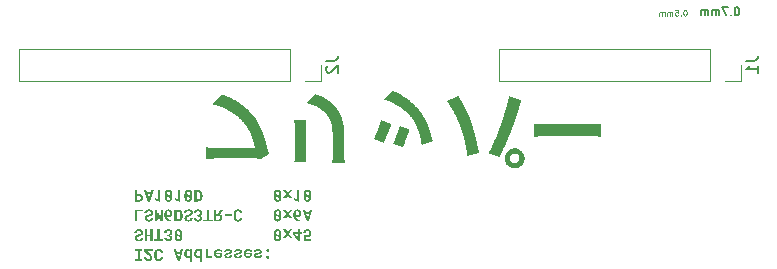
<source format=gbr>
%TF.GenerationSoftware,KiCad,Pcbnew,7.0.10*%
%TF.CreationDate,2024-02-18T18:22:22+01:00*%
%TF.ProjectId,flippy_multisensor,666c6970-7079-45f6-9d75-6c746973656e,rev?*%
%TF.SameCoordinates,Original*%
%TF.FileFunction,Legend,Bot*%
%TF.FilePolarity,Positive*%
%FSLAX46Y46*%
G04 Gerber Fmt 4.6, Leading zero omitted, Abs format (unit mm)*
G04 Created by KiCad (PCBNEW 7.0.10) date 2024-02-18 18:22:22*
%MOMM*%
%LPD*%
G01*
G04 APERTURE LIST*
%ADD10C,0.125000*%
%ADD11C,0.150000*%
%ADD12C,0.300000*%
%ADD13C,0.120000*%
%ADD14C,3.000000*%
%ADD15R,1.700000X1.700000*%
%ADD16O,1.700000X1.700000*%
G04 APERTURE END LIST*
D10*
X58503478Y-1082309D02*
X58455859Y-1082309D01*
X58455859Y-1082309D02*
X58408240Y-1106119D01*
X58408240Y-1106119D02*
X58384430Y-1129928D01*
X58384430Y-1129928D02*
X58360621Y-1177547D01*
X58360621Y-1177547D02*
X58336811Y-1272785D01*
X58336811Y-1272785D02*
X58336811Y-1391833D01*
X58336811Y-1391833D02*
X58360621Y-1487071D01*
X58360621Y-1487071D02*
X58384430Y-1534690D01*
X58384430Y-1534690D02*
X58408240Y-1558500D01*
X58408240Y-1558500D02*
X58455859Y-1582309D01*
X58455859Y-1582309D02*
X58503478Y-1582309D01*
X58503478Y-1582309D02*
X58551097Y-1558500D01*
X58551097Y-1558500D02*
X58574906Y-1534690D01*
X58574906Y-1534690D02*
X58598716Y-1487071D01*
X58598716Y-1487071D02*
X58622525Y-1391833D01*
X58622525Y-1391833D02*
X58622525Y-1272785D01*
X58622525Y-1272785D02*
X58598716Y-1177547D01*
X58598716Y-1177547D02*
X58574906Y-1129928D01*
X58574906Y-1129928D02*
X58551097Y-1106119D01*
X58551097Y-1106119D02*
X58503478Y-1082309D01*
X58122526Y-1534690D02*
X58098716Y-1558500D01*
X58098716Y-1558500D02*
X58122526Y-1582309D01*
X58122526Y-1582309D02*
X58146335Y-1558500D01*
X58146335Y-1558500D02*
X58122526Y-1534690D01*
X58122526Y-1534690D02*
X58122526Y-1582309D01*
X57646336Y-1082309D02*
X57884431Y-1082309D01*
X57884431Y-1082309D02*
X57908240Y-1320404D01*
X57908240Y-1320404D02*
X57884431Y-1296595D01*
X57884431Y-1296595D02*
X57836812Y-1272785D01*
X57836812Y-1272785D02*
X57717764Y-1272785D01*
X57717764Y-1272785D02*
X57670145Y-1296595D01*
X57670145Y-1296595D02*
X57646336Y-1320404D01*
X57646336Y-1320404D02*
X57622526Y-1368023D01*
X57622526Y-1368023D02*
X57622526Y-1487071D01*
X57622526Y-1487071D02*
X57646336Y-1534690D01*
X57646336Y-1534690D02*
X57670145Y-1558500D01*
X57670145Y-1558500D02*
X57717764Y-1582309D01*
X57717764Y-1582309D02*
X57836812Y-1582309D01*
X57836812Y-1582309D02*
X57884431Y-1558500D01*
X57884431Y-1558500D02*
X57908240Y-1534690D01*
X57408241Y-1582309D02*
X57408241Y-1248976D01*
X57408241Y-1296595D02*
X57384431Y-1272785D01*
X57384431Y-1272785D02*
X57336812Y-1248976D01*
X57336812Y-1248976D02*
X57265384Y-1248976D01*
X57265384Y-1248976D02*
X57217765Y-1272785D01*
X57217765Y-1272785D02*
X57193955Y-1320404D01*
X57193955Y-1320404D02*
X57193955Y-1582309D01*
X57193955Y-1320404D02*
X57170146Y-1272785D01*
X57170146Y-1272785D02*
X57122527Y-1248976D01*
X57122527Y-1248976D02*
X57051098Y-1248976D01*
X57051098Y-1248976D02*
X57003479Y-1272785D01*
X57003479Y-1272785D02*
X56979669Y-1320404D01*
X56979669Y-1320404D02*
X56979669Y-1582309D01*
X56741574Y-1582309D02*
X56741574Y-1248976D01*
X56741574Y-1296595D02*
X56717764Y-1272785D01*
X56717764Y-1272785D02*
X56670145Y-1248976D01*
X56670145Y-1248976D02*
X56598717Y-1248976D01*
X56598717Y-1248976D02*
X56551098Y-1272785D01*
X56551098Y-1272785D02*
X56527288Y-1320404D01*
X56527288Y-1320404D02*
X56527288Y-1582309D01*
X56527288Y-1320404D02*
X56503479Y-1272785D01*
X56503479Y-1272785D02*
X56455860Y-1248976D01*
X56455860Y-1248976D02*
X56384431Y-1248976D01*
X56384431Y-1248976D02*
X56336812Y-1272785D01*
X56336812Y-1272785D02*
X56313002Y-1320404D01*
X56313002Y-1320404D02*
X56313002Y-1582309D01*
D11*
X62901316Y-856533D02*
X62834649Y-856533D01*
X62834649Y-856533D02*
X62767982Y-889866D01*
X62767982Y-889866D02*
X62734649Y-923200D01*
X62734649Y-923200D02*
X62701316Y-989866D01*
X62701316Y-989866D02*
X62667982Y-1123200D01*
X62667982Y-1123200D02*
X62667982Y-1289866D01*
X62667982Y-1289866D02*
X62701316Y-1423200D01*
X62701316Y-1423200D02*
X62734649Y-1489866D01*
X62734649Y-1489866D02*
X62767982Y-1523200D01*
X62767982Y-1523200D02*
X62834649Y-1556533D01*
X62834649Y-1556533D02*
X62901316Y-1556533D01*
X62901316Y-1556533D02*
X62967982Y-1523200D01*
X62967982Y-1523200D02*
X63001316Y-1489866D01*
X63001316Y-1489866D02*
X63034649Y-1423200D01*
X63034649Y-1423200D02*
X63067982Y-1289866D01*
X63067982Y-1289866D02*
X63067982Y-1123200D01*
X63067982Y-1123200D02*
X63034649Y-989866D01*
X63034649Y-989866D02*
X63001316Y-923200D01*
X63001316Y-923200D02*
X62967982Y-889866D01*
X62967982Y-889866D02*
X62901316Y-856533D01*
X62367982Y-1489866D02*
X62334649Y-1523200D01*
X62334649Y-1523200D02*
X62367982Y-1556533D01*
X62367982Y-1556533D02*
X62401315Y-1523200D01*
X62401315Y-1523200D02*
X62367982Y-1489866D01*
X62367982Y-1489866D02*
X62367982Y-1556533D01*
X62101316Y-856533D02*
X61634649Y-856533D01*
X61634649Y-856533D02*
X61934649Y-1556533D01*
X61367982Y-1556533D02*
X61367982Y-1089866D01*
X61367982Y-1156533D02*
X61334649Y-1123200D01*
X61334649Y-1123200D02*
X61267982Y-1089866D01*
X61267982Y-1089866D02*
X61167982Y-1089866D01*
X61167982Y-1089866D02*
X61101315Y-1123200D01*
X61101315Y-1123200D02*
X61067982Y-1189866D01*
X61067982Y-1189866D02*
X61067982Y-1556533D01*
X61067982Y-1189866D02*
X61034649Y-1123200D01*
X61034649Y-1123200D02*
X60967982Y-1089866D01*
X60967982Y-1089866D02*
X60867982Y-1089866D01*
X60867982Y-1089866D02*
X60801315Y-1123200D01*
X60801315Y-1123200D02*
X60767982Y-1189866D01*
X60767982Y-1189866D02*
X60767982Y-1556533D01*
X60434649Y-1556533D02*
X60434649Y-1089866D01*
X60434649Y-1156533D02*
X60401316Y-1123200D01*
X60401316Y-1123200D02*
X60334649Y-1089866D01*
X60334649Y-1089866D02*
X60234649Y-1089866D01*
X60234649Y-1089866D02*
X60167982Y-1123200D01*
X60167982Y-1123200D02*
X60134649Y-1189866D01*
X60134649Y-1189866D02*
X60134649Y-1556533D01*
X60134649Y-1189866D02*
X60101316Y-1123200D01*
X60101316Y-1123200D02*
X60034649Y-1089866D01*
X60034649Y-1089866D02*
X59934649Y-1089866D01*
X59934649Y-1089866D02*
X59867982Y-1123200D01*
X59867982Y-1123200D02*
X59834649Y-1189866D01*
X59834649Y-1189866D02*
X59834649Y-1556533D01*
D12*
G36*
X23263307Y-13284347D02*
G01*
X22569658Y-13726427D01*
X22517489Y-13713472D01*
X22463746Y-13702650D01*
X22409046Y-13693771D01*
X22354004Y-13686649D01*
X22299235Y-13681097D01*
X22245355Y-13676927D01*
X22192981Y-13673953D01*
X22142729Y-13671987D01*
X22080089Y-13670611D01*
X22023775Y-13670251D01*
X21928545Y-13670251D01*
X21865662Y-13670251D01*
X21793512Y-13670251D01*
X21712779Y-13670251D01*
X21624149Y-13670251D01*
X21528305Y-13670251D01*
X21425933Y-13670251D01*
X21317717Y-13670251D01*
X21204340Y-13670251D01*
X21086489Y-13670251D01*
X20964846Y-13670251D01*
X20840097Y-13670251D01*
X20712926Y-13670251D01*
X20584018Y-13670251D01*
X20454057Y-13670251D01*
X20323727Y-13670251D01*
X20193713Y-13670251D01*
X20064699Y-13670251D01*
X19937371Y-13670251D01*
X19812412Y-13670251D01*
X19690506Y-13670251D01*
X19572339Y-13670251D01*
X19458595Y-13670251D01*
X19349958Y-13670251D01*
X19247113Y-13670251D01*
X19150744Y-13670251D01*
X19061536Y-13670251D01*
X18980173Y-13670251D01*
X18907340Y-13670251D01*
X18843720Y-13670251D01*
X18790000Y-13670251D01*
X18720653Y-13671143D01*
X18670422Y-13672654D01*
X18617594Y-13674811D01*
X18562690Y-13677541D01*
X18506227Y-13680771D01*
X18448725Y-13684428D01*
X18390703Y-13688439D01*
X18332679Y-13692729D01*
X18275171Y-13697226D01*
X18218700Y-13701856D01*
X18163783Y-13706546D01*
X18110939Y-13711223D01*
X18060688Y-13715813D01*
X17991306Y-13722374D01*
X17949804Y-13726427D01*
X17949804Y-12738464D01*
X18004894Y-12742262D01*
X18067235Y-12746045D01*
X18135963Y-12749735D01*
X18184905Y-12752105D01*
X18236045Y-12754376D01*
X18289130Y-12756525D01*
X18343902Y-12758527D01*
X18400106Y-12760361D01*
X18457487Y-12762002D01*
X18515788Y-12763428D01*
X18574753Y-12764615D01*
X18634127Y-12765539D01*
X18693654Y-12766179D01*
X18753079Y-12766510D01*
X18782672Y-12766552D01*
X18837038Y-12766552D01*
X18901227Y-12766552D01*
X18974561Y-12766552D01*
X19056367Y-12766552D01*
X19145969Y-12766552D01*
X19242692Y-12766552D01*
X19345860Y-12766552D01*
X19454798Y-12766552D01*
X19568831Y-12766552D01*
X19687283Y-12766552D01*
X19809479Y-12766552D01*
X19934745Y-12766552D01*
X20062404Y-12766552D01*
X20191781Y-12766552D01*
X20322200Y-12766552D01*
X20452988Y-12766552D01*
X20583468Y-12766552D01*
X20712965Y-12766552D01*
X20840803Y-12766552D01*
X20966308Y-12766552D01*
X21088804Y-12766552D01*
X21207616Y-12766552D01*
X21322068Y-12766552D01*
X21431486Y-12766552D01*
X21535193Y-12766552D01*
X21632515Y-12766552D01*
X21722776Y-12766552D01*
X21805301Y-12766552D01*
X21879415Y-12766552D01*
X21944442Y-12766552D01*
X21999708Y-12766552D01*
X22044535Y-12766552D01*
X22035547Y-12709171D01*
X22025525Y-12650651D01*
X22014465Y-12591073D01*
X22002363Y-12530514D01*
X21989215Y-12469054D01*
X21975018Y-12406771D01*
X21959768Y-12343744D01*
X21943461Y-12280051D01*
X21926093Y-12215771D01*
X21907660Y-12150984D01*
X21888159Y-12085767D01*
X21867586Y-12020199D01*
X21845936Y-11954360D01*
X21823207Y-11888327D01*
X21799395Y-11822180D01*
X21774494Y-11755997D01*
X21748503Y-11689857D01*
X21721417Y-11623839D01*
X21693231Y-11558021D01*
X21663944Y-11492482D01*
X21633549Y-11427301D01*
X21602045Y-11362557D01*
X21569426Y-11298327D01*
X21535690Y-11234692D01*
X21500832Y-11171729D01*
X21464848Y-11109517D01*
X21427736Y-11048136D01*
X21389490Y-10987663D01*
X21350107Y-10928178D01*
X21309584Y-10869758D01*
X21267917Y-10812484D01*
X21225101Y-10756434D01*
X21171308Y-10689184D01*
X21116131Y-10622556D01*
X21059503Y-10556582D01*
X21001354Y-10491296D01*
X20941617Y-10426734D01*
X20880225Y-10362928D01*
X20817110Y-10299913D01*
X20752205Y-10237723D01*
X20685440Y-10176391D01*
X20616749Y-10115952D01*
X20546064Y-10056440D01*
X20473317Y-9997888D01*
X20398440Y-9940331D01*
X20321366Y-9883802D01*
X20242027Y-9828336D01*
X20160355Y-9773967D01*
X20076282Y-9720728D01*
X19989740Y-9668654D01*
X19900663Y-9617778D01*
X19808981Y-9568135D01*
X19714628Y-9519758D01*
X19617535Y-9472682D01*
X19517635Y-9426941D01*
X19414860Y-9382568D01*
X19309143Y-9339597D01*
X19200415Y-9298063D01*
X19088609Y-9257999D01*
X18973656Y-9219440D01*
X18855490Y-9182419D01*
X18734043Y-9146971D01*
X18609246Y-9113129D01*
X18481032Y-9080928D01*
X19244291Y-8232184D01*
X19360258Y-8271180D01*
X19474376Y-8311903D01*
X19586650Y-8354323D01*
X19697083Y-8398414D01*
X19805679Y-8444149D01*
X19912444Y-8491498D01*
X20017380Y-8540436D01*
X20120493Y-8590934D01*
X20221787Y-8642966D01*
X20321266Y-8696503D01*
X20418934Y-8751518D01*
X20514795Y-8807984D01*
X20608854Y-8865873D01*
X20701115Y-8925157D01*
X20791583Y-8985809D01*
X20880260Y-9047802D01*
X20967153Y-9111108D01*
X21052264Y-9175700D01*
X21135598Y-9241549D01*
X21217160Y-9308629D01*
X21296954Y-9376912D01*
X21374984Y-9446371D01*
X21451253Y-9516978D01*
X21525767Y-9588705D01*
X21598530Y-9661525D01*
X21669546Y-9735410D01*
X21738819Y-9810334D01*
X21806353Y-9886268D01*
X21872153Y-9963185D01*
X21936223Y-10041058D01*
X21998567Y-10119859D01*
X22059190Y-10199560D01*
X22112782Y-10274646D01*
X22164807Y-10351439D01*
X22215290Y-10429808D01*
X22264251Y-10509619D01*
X22311715Y-10590742D01*
X22357703Y-10673045D01*
X22402237Y-10756394D01*
X22445342Y-10840659D01*
X22487038Y-10925708D01*
X22527349Y-11011408D01*
X22566298Y-11097628D01*
X22603906Y-11184235D01*
X22640197Y-11271099D01*
X22675193Y-11358086D01*
X22708917Y-11445065D01*
X22741391Y-11531905D01*
X22772638Y-11618472D01*
X22802680Y-11704635D01*
X22831540Y-11790263D01*
X22859240Y-11875223D01*
X22885804Y-11959384D01*
X22911254Y-12042612D01*
X22935612Y-12124778D01*
X22958901Y-12205748D01*
X22981143Y-12285390D01*
X23002361Y-12363574D01*
X23022578Y-12440166D01*
X23041817Y-12515035D01*
X23060099Y-12588048D01*
X23077447Y-12659075D01*
X23093885Y-12727983D01*
X23109434Y-12794640D01*
X23123259Y-12852047D01*
X23138972Y-12913403D01*
X23151894Y-12961152D01*
X23165709Y-13009713D01*
X23180345Y-13058484D01*
X23195730Y-13106861D01*
X23211791Y-13154239D01*
X23234133Y-13214814D01*
X23257376Y-13271109D01*
X23263307Y-13284347D01*
G37*
G36*
X29661249Y-14023182D02*
G01*
X28603677Y-14023182D01*
X28611191Y-13967151D01*
X28617939Y-13909559D01*
X28623926Y-13850260D01*
X28629158Y-13789109D01*
X28633642Y-13725962D01*
X28637382Y-13660674D01*
X28640387Y-13593100D01*
X28642661Y-13523094D01*
X28644210Y-13450513D01*
X28644843Y-13400623D01*
X28645159Y-13349480D01*
X28645198Y-13323426D01*
X28645198Y-13261492D01*
X28645198Y-13192198D01*
X28645198Y-13116514D01*
X28645198Y-13035410D01*
X28645198Y-12949855D01*
X28645198Y-12860819D01*
X28645198Y-12769272D01*
X28645198Y-12676182D01*
X28645198Y-12582520D01*
X28645198Y-12489255D01*
X28645198Y-12397357D01*
X28645198Y-12307795D01*
X28645198Y-12221539D01*
X28645198Y-12139559D01*
X28645198Y-12062823D01*
X28645198Y-11992302D01*
X28644924Y-11891592D01*
X28644065Y-11794098D01*
X28642566Y-11699717D01*
X28640371Y-11608345D01*
X28637424Y-11519878D01*
X28633671Y-11434212D01*
X28629055Y-11351244D01*
X28623522Y-11270870D01*
X28617015Y-11192986D01*
X28609480Y-11117488D01*
X28600861Y-11044273D01*
X28591102Y-10973237D01*
X28580149Y-10904276D01*
X28567945Y-10837287D01*
X28554435Y-10772164D01*
X28539563Y-10708806D01*
X28523275Y-10647108D01*
X28505515Y-10586966D01*
X28486227Y-10528277D01*
X28465356Y-10470937D01*
X28442846Y-10414841D01*
X28418642Y-10359887D01*
X28392688Y-10305971D01*
X28364930Y-10252988D01*
X28335311Y-10200835D01*
X28303776Y-10149409D01*
X28270270Y-10098605D01*
X28234737Y-10048320D01*
X28197122Y-9998450D01*
X28157369Y-9948891D01*
X28115422Y-9899540D01*
X28071228Y-9850293D01*
X28031415Y-9808251D01*
X27990747Y-9767297D01*
X27949228Y-9727413D01*
X27906862Y-9688587D01*
X27863653Y-9650801D01*
X27819604Y-9614041D01*
X27774719Y-9578292D01*
X27729001Y-9543539D01*
X27682456Y-9509766D01*
X27635086Y-9476958D01*
X27586896Y-9445099D01*
X27537889Y-9414176D01*
X27488068Y-9384172D01*
X27437439Y-9355072D01*
X27386004Y-9326862D01*
X27333767Y-9299525D01*
X27280732Y-9273047D01*
X27226904Y-9247412D01*
X27172285Y-9222606D01*
X27116880Y-9198613D01*
X27060692Y-9175417D01*
X27003725Y-9153004D01*
X26945983Y-9131359D01*
X26887470Y-9110466D01*
X26828190Y-9090310D01*
X26768146Y-9070875D01*
X26707342Y-9052148D01*
X26645782Y-9034111D01*
X26583470Y-9016751D01*
X26520409Y-9000052D01*
X26456604Y-8983999D01*
X26392058Y-8968576D01*
X27119902Y-8199211D01*
X27168380Y-8214745D01*
X27218044Y-8231348D01*
X27268805Y-8249017D01*
X27320574Y-8267747D01*
X27373264Y-8287534D01*
X27426786Y-8308374D01*
X27481052Y-8330264D01*
X27535973Y-8353198D01*
X27591462Y-8377174D01*
X27647428Y-8402187D01*
X27703786Y-8428233D01*
X27760445Y-8455308D01*
X27817319Y-8483408D01*
X27874317Y-8512529D01*
X27931353Y-8542667D01*
X27988338Y-8573818D01*
X28045183Y-8605978D01*
X28101800Y-8639143D01*
X28158101Y-8673309D01*
X28213998Y-8708472D01*
X28269401Y-8744627D01*
X28324224Y-8781771D01*
X28378377Y-8819900D01*
X28431772Y-8859010D01*
X28484321Y-8899097D01*
X28535936Y-8940156D01*
X28586528Y-8982184D01*
X28636008Y-9025176D01*
X28684290Y-9069130D01*
X28731283Y-9114039D01*
X28776900Y-9159902D01*
X28821053Y-9206713D01*
X28868940Y-9260772D01*
X28915504Y-9315424D01*
X28960732Y-9370812D01*
X29004612Y-9427077D01*
X29047131Y-9484364D01*
X29088276Y-9542813D01*
X29128033Y-9602568D01*
X29166390Y-9663771D01*
X29203333Y-9726564D01*
X29238851Y-9791090D01*
X29272929Y-9857491D01*
X29305556Y-9925910D01*
X29336717Y-9996489D01*
X29366400Y-10069370D01*
X29394592Y-10144697D01*
X29421280Y-10222610D01*
X29446451Y-10303254D01*
X29470092Y-10386770D01*
X29492190Y-10473300D01*
X29512733Y-10562988D01*
X29531706Y-10655975D01*
X29549098Y-10752405D01*
X29564895Y-10852419D01*
X29579084Y-10956159D01*
X29591652Y-11063769D01*
X29602587Y-11175391D01*
X29611875Y-11291168D01*
X29619503Y-11411241D01*
X29625459Y-11535753D01*
X29629729Y-11664846D01*
X29632301Y-11798664D01*
X29633161Y-11937348D01*
X29633161Y-12005467D01*
X29633161Y-12080504D01*
X29633161Y-12161505D01*
X29633161Y-12247517D01*
X29633161Y-12337586D01*
X29633161Y-12430759D01*
X29633161Y-12526082D01*
X29633161Y-12622602D01*
X29633161Y-12719365D01*
X29633161Y-12815417D01*
X29633161Y-12909807D01*
X29633161Y-13001579D01*
X29633161Y-13089780D01*
X29633161Y-13173457D01*
X29633161Y-13251657D01*
X29633161Y-13323426D01*
X29633315Y-13375211D01*
X29633767Y-13425722D01*
X29634497Y-13475002D01*
X29636077Y-13546709D01*
X29638184Y-13615888D01*
X29640758Y-13682684D01*
X29643738Y-13747242D01*
X29647065Y-13809707D01*
X29650677Y-13870225D01*
X29654515Y-13928939D01*
X29658518Y-13985994D01*
X29661249Y-14023182D01*
G37*
G36*
X26412819Y-13967006D02*
G01*
X25404096Y-13967006D01*
X25411614Y-13903042D01*
X25416345Y-13851329D01*
X25420351Y-13797477D01*
X25423681Y-13742446D01*
X25426383Y-13687195D01*
X25428505Y-13632685D01*
X25430097Y-13579875D01*
X25431205Y-13529726D01*
X25432015Y-13468658D01*
X25432184Y-13428450D01*
X25432184Y-13355424D01*
X25432184Y-13254742D01*
X25432184Y-13195217D01*
X25432184Y-13130203D01*
X25432184Y-13060175D01*
X25432184Y-12985607D01*
X25432184Y-12906976D01*
X25432184Y-12824754D01*
X25432184Y-12739418D01*
X25432184Y-12651443D01*
X25432184Y-12561303D01*
X25432184Y-12469474D01*
X25432184Y-12376430D01*
X25432184Y-12282646D01*
X25432184Y-12188597D01*
X25432184Y-12094759D01*
X25432184Y-12001606D01*
X25432184Y-11909613D01*
X25432184Y-11819255D01*
X25432184Y-11731007D01*
X25432184Y-11645344D01*
X25432184Y-11562740D01*
X25432184Y-11483672D01*
X25432184Y-11408613D01*
X25432184Y-11338039D01*
X25432184Y-11272425D01*
X25432184Y-11212246D01*
X25432184Y-11157976D01*
X25432184Y-11069064D01*
X25431484Y-11008482D01*
X25429551Y-10945559D01*
X25426632Y-10881303D01*
X25422975Y-10816724D01*
X25418826Y-10752829D01*
X25414433Y-10690626D01*
X25410045Y-10631124D01*
X25405909Y-10575331D01*
X25402271Y-10524256D01*
X25398625Y-10465236D01*
X25397990Y-10452351D01*
X26412819Y-10452351D01*
X26407719Y-10517655D01*
X26404403Y-10572056D01*
X26401510Y-10629945D01*
X26399027Y-10690276D01*
X26396943Y-10752007D01*
X26395245Y-10814091D01*
X26393922Y-10875486D01*
X26392960Y-10935145D01*
X26392349Y-10992025D01*
X26392076Y-11045082D01*
X26392058Y-11061737D01*
X26392058Y-11149523D01*
X26392058Y-11203407D01*
X26392058Y-11263309D01*
X26392058Y-11328748D01*
X26392058Y-11399241D01*
X26392058Y-11474308D01*
X26392058Y-11553467D01*
X26392058Y-11636235D01*
X26392058Y-11722132D01*
X26392058Y-11810675D01*
X26392058Y-11901384D01*
X26392058Y-11993776D01*
X26392058Y-12087369D01*
X26392058Y-12181683D01*
X26392058Y-12276235D01*
X26392058Y-12370543D01*
X26392058Y-12464127D01*
X26392058Y-12556504D01*
X26392058Y-12647193D01*
X26392058Y-12735712D01*
X26392058Y-12821579D01*
X26392058Y-12904313D01*
X26392058Y-12983432D01*
X26392058Y-13058455D01*
X26392058Y-13128899D01*
X26392058Y-13194284D01*
X26392058Y-13254127D01*
X26392058Y-13307947D01*
X26392058Y-13395590D01*
X26392058Y-13428450D01*
X26392221Y-13489533D01*
X26392718Y-13547325D01*
X26393561Y-13602206D01*
X26394763Y-13654559D01*
X26396335Y-13704761D01*
X26399027Y-13769012D01*
X26402428Y-13831020D01*
X26406566Y-13891686D01*
X26411470Y-13951912D01*
X26412819Y-13967006D01*
G37*
G36*
X34574193Y-12732358D02*
G01*
X33741325Y-12458806D01*
X33775757Y-12385145D01*
X33812759Y-12301596D01*
X33832062Y-12256567D01*
X33851812Y-12209608D01*
X33871944Y-12160901D01*
X33892393Y-12110627D01*
X33913095Y-12058966D01*
X33933984Y-12006100D01*
X33954995Y-11952209D01*
X33976063Y-11897475D01*
X33997123Y-11842077D01*
X34018110Y-11786198D01*
X34038959Y-11730018D01*
X34059604Y-11673718D01*
X34079981Y-11617479D01*
X34100025Y-11561481D01*
X34119670Y-11505906D01*
X34138852Y-11450935D01*
X34157505Y-11396748D01*
X34175565Y-11343526D01*
X34192965Y-11291451D01*
X34209642Y-11240702D01*
X34225530Y-11191462D01*
X34240564Y-11143911D01*
X34267809Y-11054598D01*
X34290858Y-10974212D01*
X34309190Y-10904200D01*
X35148164Y-11198513D01*
X35127081Y-11265555D01*
X35100911Y-11344613D01*
X35070323Y-11433935D01*
X35053581Y-11481898D01*
X35035984Y-11531771D01*
X35017616Y-11583334D01*
X34998561Y-11636369D01*
X34978901Y-11690656D01*
X34958721Y-11745977D01*
X34938103Y-11802113D01*
X34917131Y-11858845D01*
X34895889Y-11915954D01*
X34874460Y-11973221D01*
X34852926Y-12030427D01*
X34831373Y-12087353D01*
X34809882Y-12143781D01*
X34788538Y-12199491D01*
X34767424Y-12254265D01*
X34746623Y-12307883D01*
X34726219Y-12360127D01*
X34706295Y-12410778D01*
X34686934Y-12459617D01*
X34668220Y-12506424D01*
X34633067Y-12593071D01*
X34601502Y-12668966D01*
X34574193Y-12732358D01*
G37*
G36*
X37158283Y-12220669D02*
G01*
X36177648Y-12535743D01*
X36169014Y-12453505D01*
X36158927Y-12371017D01*
X36147407Y-12288350D01*
X36134474Y-12205576D01*
X36120148Y-12122766D01*
X36104449Y-12039992D01*
X36087399Y-11957325D01*
X36069017Y-11874837D01*
X36049324Y-11792599D01*
X36028340Y-11710684D01*
X36006085Y-11629162D01*
X35982580Y-11548105D01*
X35957846Y-11467585D01*
X35931901Y-11387673D01*
X35904768Y-11308440D01*
X35876466Y-11229959D01*
X35847015Y-11152301D01*
X35816436Y-11075538D01*
X35784750Y-10999740D01*
X35751976Y-10924980D01*
X35718135Y-10851329D01*
X35683247Y-10778859D01*
X35647333Y-10707641D01*
X35610413Y-10637747D01*
X35572507Y-10569248D01*
X35533636Y-10502216D01*
X35493820Y-10436722D01*
X35453079Y-10372839D01*
X35411434Y-10310637D01*
X35368905Y-10250188D01*
X35325512Y-10191564D01*
X35281277Y-10134836D01*
X35225760Y-10067177D01*
X35168049Y-10000687D01*
X35108253Y-9935392D01*
X35046479Y-9871316D01*
X34982838Y-9808482D01*
X34917438Y-9746917D01*
X34850389Y-9686644D01*
X34781800Y-9627688D01*
X34711780Y-9570074D01*
X34640437Y-9513826D01*
X34567882Y-9458969D01*
X34494223Y-9405527D01*
X34419569Y-9353526D01*
X34344030Y-9302989D01*
X34267715Y-9253941D01*
X34190732Y-9206407D01*
X34113191Y-9160412D01*
X34035202Y-9115980D01*
X33956872Y-9073135D01*
X33878311Y-9031903D01*
X33799629Y-8992307D01*
X33720934Y-8954373D01*
X33642336Y-8918125D01*
X33563944Y-8883587D01*
X33485867Y-8850785D01*
X33408213Y-8819742D01*
X33331093Y-8790484D01*
X33254614Y-8763035D01*
X33178887Y-8737420D01*
X33104021Y-8713662D01*
X33030124Y-8691788D01*
X32957306Y-8671821D01*
X33692477Y-7921995D01*
X33769451Y-7951776D01*
X33846697Y-7983183D01*
X33924162Y-8016213D01*
X34001797Y-8050860D01*
X34079550Y-8087119D01*
X34157369Y-8124987D01*
X34235205Y-8164458D01*
X34313006Y-8205527D01*
X34390721Y-8248190D01*
X34468300Y-8292443D01*
X34545690Y-8338280D01*
X34622842Y-8385697D01*
X34699704Y-8434689D01*
X34776225Y-8485251D01*
X34852354Y-8537379D01*
X34928040Y-8591068D01*
X35003233Y-8646314D01*
X35077881Y-8703111D01*
X35151934Y-8761455D01*
X35225339Y-8821341D01*
X35298047Y-8882765D01*
X35370007Y-8945721D01*
X35441166Y-9010206D01*
X35511475Y-9076214D01*
X35580883Y-9143742D01*
X35649338Y-9212783D01*
X35716789Y-9283333D01*
X35783186Y-9355388D01*
X35848477Y-9428944D01*
X35912612Y-9503994D01*
X35975539Y-9580535D01*
X36037208Y-9658562D01*
X36081328Y-9716593D01*
X36124394Y-9775265D01*
X36166420Y-9834552D01*
X36207417Y-9894430D01*
X36247400Y-9954875D01*
X36286380Y-10015861D01*
X36324370Y-10077364D01*
X36361383Y-10139358D01*
X36397432Y-10201819D01*
X36432530Y-10264722D01*
X36466689Y-10328043D01*
X36499922Y-10391756D01*
X36532242Y-10455836D01*
X36563661Y-10520259D01*
X36594192Y-10585001D01*
X36623849Y-10650035D01*
X36652643Y-10715338D01*
X36680588Y-10780884D01*
X36707696Y-10846649D01*
X36733980Y-10912608D01*
X36759453Y-10978736D01*
X36784127Y-11045008D01*
X36808016Y-11111400D01*
X36831131Y-11177886D01*
X36853486Y-11244442D01*
X36875094Y-11311043D01*
X36895967Y-11377664D01*
X36916117Y-11444280D01*
X36935559Y-11510867D01*
X36954304Y-11577399D01*
X36972365Y-11643853D01*
X36989755Y-11710202D01*
X37005462Y-11762941D01*
X37021755Y-11817268D01*
X37039107Y-11873971D01*
X37057991Y-11933837D01*
X37073442Y-11981285D01*
X37090220Y-12031287D01*
X37108523Y-12084175D01*
X37128552Y-12140282D01*
X37150504Y-12199938D01*
X37158283Y-12220669D01*
G37*
G36*
X32949979Y-12361109D02*
G01*
X32111004Y-12059469D01*
X32144420Y-11994755D01*
X32181520Y-11917164D01*
X32221697Y-11828418D01*
X32242750Y-11780400D01*
X32264343Y-11730237D01*
X32286402Y-11678147D01*
X32308849Y-11624343D01*
X32331610Y-11569041D01*
X32354608Y-11512456D01*
X32377767Y-11454803D01*
X32401011Y-11396297D01*
X32424263Y-11337153D01*
X32447449Y-11277587D01*
X32470491Y-11217813D01*
X32493315Y-11158047D01*
X32515843Y-11098503D01*
X32538000Y-11039397D01*
X32559710Y-10980945D01*
X32580896Y-10923360D01*
X32601484Y-10866859D01*
X32621396Y-10811655D01*
X32640556Y-10757966D01*
X32658890Y-10706004D01*
X32676319Y-10655987D01*
X32692770Y-10608128D01*
X32722428Y-10519746D01*
X32747257Y-10442581D01*
X33602107Y-10764982D01*
X33573572Y-10843577D01*
X33540977Y-10931439D01*
X33523320Y-10978414D01*
X33504844Y-11027187D01*
X33485614Y-11077586D01*
X33465694Y-11129438D01*
X33445149Y-11182572D01*
X33424046Y-11236813D01*
X33402448Y-11291990D01*
X33380421Y-11347931D01*
X33358030Y-11404461D01*
X33335340Y-11461409D01*
X33312416Y-11518603D01*
X33289323Y-11575868D01*
X33266127Y-11633034D01*
X33242892Y-11689927D01*
X33219683Y-11746374D01*
X33196566Y-11802203D01*
X33173605Y-11857242D01*
X33150866Y-11911317D01*
X33128414Y-11964256D01*
X33106313Y-12015887D01*
X33084629Y-12066037D01*
X33063427Y-12114532D01*
X33042772Y-12161202D01*
X33022729Y-12205872D01*
X32984739Y-12288524D01*
X32949979Y-12361109D01*
G37*
G36*
X44138767Y-12814866D02*
G01*
X44221896Y-12827630D01*
X44302213Y-12848375D01*
X44379284Y-12876671D01*
X44452678Y-12912087D01*
X44521961Y-12954192D01*
X44586701Y-13002555D01*
X44646463Y-13056743D01*
X44700816Y-13116327D01*
X44749327Y-13180875D01*
X44791562Y-13249957D01*
X44827088Y-13323140D01*
X44855474Y-13399994D01*
X44876285Y-13480087D01*
X44889090Y-13562989D01*
X44893454Y-13648269D01*
X44889090Y-13734852D01*
X44876285Y-13818922D01*
X44855474Y-13900054D01*
X44827088Y-13977825D01*
X44791562Y-14051811D01*
X44749327Y-14121587D01*
X44700816Y-14186730D01*
X44646463Y-14246816D01*
X44586701Y-14301421D01*
X44521961Y-14350121D01*
X44452678Y-14392492D01*
X44379284Y-14428110D01*
X44302213Y-14456550D01*
X44221896Y-14477390D01*
X44138767Y-14490205D01*
X44053258Y-14494570D01*
X43967549Y-14490205D01*
X43884270Y-14477390D01*
X43803851Y-14456550D01*
X43726717Y-14428110D01*
X43653297Y-14392492D01*
X43584019Y-14350121D01*
X43519309Y-14301421D01*
X43459596Y-14246816D01*
X43405306Y-14186730D01*
X43356868Y-14121587D01*
X43314709Y-14051811D01*
X43279257Y-13977825D01*
X43250938Y-13900054D01*
X43230181Y-13818922D01*
X43217414Y-13734852D01*
X43213063Y-13648269D01*
X43646594Y-13648269D01*
X43651277Y-13710940D01*
X43664868Y-13770709D01*
X43686677Y-13826864D01*
X43716017Y-13878692D01*
X43752200Y-13925481D01*
X43794537Y-13966517D01*
X43842340Y-14001090D01*
X43894920Y-14028486D01*
X43951590Y-14047993D01*
X44011661Y-14058899D01*
X44053258Y-14061039D01*
X44114902Y-14056264D01*
X44173662Y-14042412D01*
X44228844Y-14020196D01*
X44279753Y-13990328D01*
X44325695Y-13953522D01*
X44365977Y-13910488D01*
X44399902Y-13861941D01*
X44426778Y-13808591D01*
X44445910Y-13751153D01*
X44456603Y-13690337D01*
X44458702Y-13648269D01*
X44454019Y-13587501D01*
X44440436Y-13529338D01*
X44418646Y-13474516D01*
X44389343Y-13423771D01*
X44353221Y-13377839D01*
X44310976Y-13337459D01*
X44263301Y-13303365D01*
X44210890Y-13276295D01*
X44154439Y-13256985D01*
X44094640Y-13246172D01*
X44053258Y-13244047D01*
X43991302Y-13248786D01*
X43932288Y-13262514D01*
X43876905Y-13284492D01*
X43825841Y-13313985D01*
X43779783Y-13350257D01*
X43739421Y-13392569D01*
X43705443Y-13440187D01*
X43678536Y-13492373D01*
X43659390Y-13548391D01*
X43648692Y-13607504D01*
X43646594Y-13648269D01*
X43213063Y-13648269D01*
X43217414Y-13562989D01*
X43230181Y-13480087D01*
X43250938Y-13399994D01*
X43279257Y-13323140D01*
X43314709Y-13249957D01*
X43356868Y-13180875D01*
X43405306Y-13116327D01*
X43459596Y-13056743D01*
X43519309Y-13002555D01*
X43584019Y-12954192D01*
X43653297Y-12912087D01*
X43726717Y-12876671D01*
X43803851Y-12848375D01*
X43884270Y-12827630D01*
X43967549Y-12814866D01*
X44053258Y-12810516D01*
X44138767Y-12814866D01*
G37*
G36*
X44606468Y-8735324D02*
G01*
X44587533Y-8802622D01*
X44567630Y-8872283D01*
X44546814Y-8944137D01*
X44525141Y-9018014D01*
X44502665Y-9093742D01*
X44479442Y-9171153D01*
X44455527Y-9250077D01*
X44430976Y-9330342D01*
X44405843Y-9411778D01*
X44380185Y-9494217D01*
X44354055Y-9577486D01*
X44327509Y-9661417D01*
X44300603Y-9745839D01*
X44273392Y-9830582D01*
X44245931Y-9915475D01*
X44218275Y-10000349D01*
X44190479Y-10085034D01*
X44162600Y-10169358D01*
X44134691Y-10253153D01*
X44106808Y-10336248D01*
X44079007Y-10418472D01*
X44051342Y-10499656D01*
X44023869Y-10579629D01*
X43996644Y-10658221D01*
X43969720Y-10735263D01*
X43943154Y-10810583D01*
X43917001Y-10884012D01*
X43891316Y-10955379D01*
X43866155Y-11024515D01*
X43841571Y-11091249D01*
X43817622Y-11155411D01*
X43794361Y-11216831D01*
X43768778Y-11282666D01*
X43741998Y-11350680D01*
X43714095Y-11420701D01*
X43685146Y-11492554D01*
X43655226Y-11566065D01*
X43624412Y-11641061D01*
X43592779Y-11717367D01*
X43560403Y-11794809D01*
X43527360Y-11873214D01*
X43493725Y-11952407D01*
X43459574Y-12032215D01*
X43424984Y-12112463D01*
X43390030Y-12192978D01*
X43354787Y-12273585D01*
X43319332Y-12354111D01*
X43283741Y-12434382D01*
X43248088Y-12514223D01*
X43212451Y-12593461D01*
X43176904Y-12671922D01*
X43141524Y-12749431D01*
X43106387Y-12825816D01*
X43071567Y-12900901D01*
X43037142Y-12974513D01*
X43003186Y-13046477D01*
X42969776Y-13116621D01*
X42936987Y-13184770D01*
X42904896Y-13250749D01*
X42873577Y-13314386D01*
X42843108Y-13375506D01*
X42813563Y-13433934D01*
X42785018Y-13489498D01*
X42757550Y-13542023D01*
X41826985Y-13236720D01*
X41855035Y-13185196D01*
X41883958Y-13130789D01*
X41913692Y-13073649D01*
X41944171Y-13013927D01*
X41975333Y-12951772D01*
X42007114Y-12887336D01*
X42039450Y-12820769D01*
X42072277Y-12752222D01*
X42105532Y-12681844D01*
X42139150Y-12609787D01*
X42173069Y-12536201D01*
X42207224Y-12461237D01*
X42241551Y-12385044D01*
X42275988Y-12307774D01*
X42310469Y-12229576D01*
X42344932Y-12150602D01*
X42379313Y-12071002D01*
X42413548Y-11990926D01*
X42447573Y-11910526D01*
X42481324Y-11829950D01*
X42514739Y-11749350D01*
X42547752Y-11668877D01*
X42580301Y-11588681D01*
X42612321Y-11508911D01*
X42643749Y-11429720D01*
X42674522Y-11351257D01*
X42704574Y-11273673D01*
X42733844Y-11197118D01*
X42762266Y-11121743D01*
X42789778Y-11047698D01*
X42816315Y-10975133D01*
X42841814Y-10904200D01*
X42867952Y-10831820D01*
X42893927Y-10758728D01*
X42919734Y-10684956D01*
X42945367Y-10610537D01*
X42970819Y-10535502D01*
X42996087Y-10459884D01*
X43021163Y-10383715D01*
X43046043Y-10307027D01*
X43070721Y-10229852D01*
X43095190Y-10152224D01*
X43119447Y-10074173D01*
X43143485Y-9995732D01*
X43167298Y-9916933D01*
X43190881Y-9837809D01*
X43214229Y-9758391D01*
X43237335Y-9678712D01*
X43260194Y-9598804D01*
X43282801Y-9518700D01*
X43305149Y-9438430D01*
X43327235Y-9358029D01*
X43349051Y-9277527D01*
X43370592Y-9196957D01*
X43391852Y-9116352D01*
X43412827Y-9035743D01*
X43433510Y-8955162D01*
X43453896Y-8874643D01*
X43473979Y-8794216D01*
X43493754Y-8713915D01*
X43513215Y-8633771D01*
X43532356Y-8553816D01*
X43551172Y-8474084D01*
X43569658Y-8394605D01*
X44606468Y-8735324D01*
G37*
G36*
X39305904Y-8409911D02*
G01*
X39341030Y-8462190D01*
X39376326Y-8515954D01*
X39411755Y-8571130D01*
X39447279Y-8627646D01*
X39482862Y-8685427D01*
X39518467Y-8744401D01*
X39554057Y-8804494D01*
X39589595Y-8865634D01*
X39625045Y-8927748D01*
X39660368Y-8990762D01*
X39695530Y-9054602D01*
X39730491Y-9119197D01*
X39765217Y-9184473D01*
X39799669Y-9250356D01*
X39833811Y-9316775D01*
X39867605Y-9383654D01*
X39901016Y-9450922D01*
X39934007Y-9518506D01*
X39966539Y-9586331D01*
X39998577Y-9654326D01*
X40030083Y-9722417D01*
X40061021Y-9790530D01*
X40091353Y-9858593D01*
X40121043Y-9926533D01*
X40150055Y-9994276D01*
X40178350Y-10061749D01*
X40205892Y-10128880D01*
X40232645Y-10195594D01*
X40258570Y-10261820D01*
X40283633Y-10327484D01*
X40307794Y-10392512D01*
X40330712Y-10455367D01*
X40353650Y-10519956D01*
X40376578Y-10586132D01*
X40399466Y-10653747D01*
X40422285Y-10722653D01*
X40445004Y-10792704D01*
X40467593Y-10863751D01*
X40490022Y-10935647D01*
X40512262Y-11008244D01*
X40534282Y-11081395D01*
X40556053Y-11154951D01*
X40577544Y-11228767D01*
X40598726Y-11302693D01*
X40619568Y-11376583D01*
X40640041Y-11450288D01*
X40660115Y-11523661D01*
X40679759Y-11596555D01*
X40698944Y-11668823D01*
X40717639Y-11740315D01*
X40735816Y-11810885D01*
X40753443Y-11880386D01*
X40770491Y-11948669D01*
X40786930Y-12015587D01*
X40802730Y-12080993D01*
X40817860Y-12144739D01*
X40832292Y-12206677D01*
X40845995Y-12266659D01*
X40858939Y-12324539D01*
X40871094Y-12380169D01*
X40882430Y-12433400D01*
X40892917Y-12484086D01*
X40902526Y-12532079D01*
X40911662Y-12581042D01*
X40923067Y-12638234D01*
X40936431Y-12702032D01*
X40951448Y-12770810D01*
X40962225Y-12818627D01*
X40973509Y-12867455D01*
X40985207Y-12916813D01*
X40997229Y-12966218D01*
X41009484Y-13015191D01*
X41021880Y-13063250D01*
X41040540Y-13132572D01*
X41059004Y-13197129D01*
X41071053Y-13236720D01*
X40048897Y-13450432D01*
X40040468Y-13366096D01*
X40030998Y-13281194D01*
X40020510Y-13195784D01*
X40009029Y-13109923D01*
X39996579Y-13023669D01*
X39983185Y-12937079D01*
X39968871Y-12850209D01*
X39953661Y-12763118D01*
X39937581Y-12675862D01*
X39920653Y-12588498D01*
X39902903Y-12501085D01*
X39884355Y-12413679D01*
X39865033Y-12326337D01*
X39844962Y-12239116D01*
X39824166Y-12152075D01*
X39802670Y-12065270D01*
X39780497Y-11978758D01*
X39757672Y-11892597D01*
X39734220Y-11806844D01*
X39710165Y-11721555D01*
X39685531Y-11636789D01*
X39660343Y-11552603D01*
X39634625Y-11469054D01*
X39608401Y-11386198D01*
X39581696Y-11304094D01*
X39554534Y-11222799D01*
X39526940Y-11142369D01*
X39498938Y-11062863D01*
X39470552Y-10984337D01*
X39441806Y-10906848D01*
X39412726Y-10830454D01*
X39383335Y-10755212D01*
X39360503Y-10696185D01*
X39336674Y-10636381D01*
X39311875Y-10575860D01*
X39286134Y-10514681D01*
X39259477Y-10452904D01*
X39231931Y-10390590D01*
X39203522Y-10327799D01*
X39174279Y-10264590D01*
X39144226Y-10201022D01*
X39113392Y-10137157D01*
X39081803Y-10073055D01*
X39049486Y-10008774D01*
X39016467Y-9944375D01*
X38982775Y-9879918D01*
X38948434Y-9815462D01*
X38913473Y-9751069D01*
X38877918Y-9686797D01*
X38841796Y-9622707D01*
X38805133Y-9558858D01*
X38767958Y-9495310D01*
X38730295Y-9432124D01*
X38692173Y-9369360D01*
X38653618Y-9307076D01*
X38614657Y-9245334D01*
X38575317Y-9184192D01*
X38535624Y-9123712D01*
X38495606Y-9063952D01*
X38455289Y-9004974D01*
X38414700Y-8946836D01*
X38373866Y-8889599D01*
X38332813Y-8833322D01*
X38291570Y-8778066D01*
X39270983Y-8359190D01*
X39305904Y-8409911D01*
G37*
G36*
X45683579Y-11835987D02*
G01*
X45683579Y-10735673D01*
X45734516Y-10738499D01*
X45789966Y-10741455D01*
X45849519Y-10744496D01*
X45912767Y-10747580D01*
X45979299Y-10750664D01*
X46048706Y-10753705D01*
X46120578Y-10756660D01*
X46194505Y-10759487D01*
X46270078Y-10762141D01*
X46346887Y-10764581D01*
X46424523Y-10766764D01*
X46502575Y-10768646D01*
X46580635Y-10770184D01*
X46658292Y-10771336D01*
X46735137Y-10772059D01*
X46810760Y-10772309D01*
X46891743Y-10772309D01*
X46980889Y-10772309D01*
X47077617Y-10772309D01*
X47181346Y-10772309D01*
X47291496Y-10772309D01*
X47407485Y-10772309D01*
X47528732Y-10772309D01*
X47654657Y-10772309D01*
X47784679Y-10772309D01*
X47918216Y-10772309D01*
X48054688Y-10772309D01*
X48193513Y-10772309D01*
X48334112Y-10772309D01*
X48475902Y-10772309D01*
X48618303Y-10772309D01*
X48760734Y-10772309D01*
X48902614Y-10772309D01*
X49043362Y-10772309D01*
X49182397Y-10772309D01*
X49319139Y-10772309D01*
X49453006Y-10772309D01*
X49583417Y-10772309D01*
X49709791Y-10772309D01*
X49831548Y-10772309D01*
X49948106Y-10772309D01*
X50058885Y-10772309D01*
X50163304Y-10772309D01*
X50260781Y-10772309D01*
X50350736Y-10772309D01*
X50432588Y-10772309D01*
X50505755Y-10772309D01*
X50569658Y-10772309D01*
X50625510Y-10771978D01*
X50682455Y-10771036D01*
X50740127Y-10769556D01*
X50798158Y-10767615D01*
X50856182Y-10765288D01*
X50913832Y-10762649D01*
X50970742Y-10759775D01*
X51026544Y-10756739D01*
X51080873Y-10753617D01*
X51133360Y-10750485D01*
X51183640Y-10747417D01*
X51254119Y-10743100D01*
X51317568Y-10739351D01*
X51372750Y-10736423D01*
X51389092Y-10735673D01*
X51389092Y-11835987D01*
X51334685Y-11831858D01*
X51274157Y-11827167D01*
X51208023Y-11822126D01*
X51136795Y-11816946D01*
X51086733Y-11813520D01*
X51034788Y-11810189D01*
X50981110Y-11807015D01*
X50925854Y-11804061D01*
X50869170Y-11801390D01*
X50811210Y-11799064D01*
X50752127Y-11797146D01*
X50692072Y-11795699D01*
X50631199Y-11794784D01*
X50569658Y-11794466D01*
X50505776Y-11794466D01*
X50432668Y-11794466D01*
X50350911Y-11794466D01*
X50261082Y-11794466D01*
X50163757Y-11794466D01*
X50059513Y-11794466D01*
X49948928Y-11794466D01*
X49832578Y-11794466D01*
X49711041Y-11794466D01*
X49584893Y-11794466D01*
X49454710Y-11794466D01*
X49321071Y-11794466D01*
X49184552Y-11794466D01*
X49045729Y-11794466D01*
X48905180Y-11794466D01*
X48763482Y-11794466D01*
X48621211Y-11794466D01*
X48478945Y-11794466D01*
X48337260Y-11794466D01*
X48196733Y-11794466D01*
X48057942Y-11794466D01*
X47921463Y-11794466D01*
X47787873Y-11794466D01*
X47657749Y-11794466D01*
X47531667Y-11794466D01*
X47410206Y-11794466D01*
X47293941Y-11794466D01*
X47183450Y-11794466D01*
X47079309Y-11794466D01*
X46982096Y-11794466D01*
X46892388Y-11794466D01*
X46810760Y-11794466D01*
X46740893Y-11794704D01*
X46668160Y-11795398D01*
X46593158Y-11796518D01*
X46516486Y-11798034D01*
X46438740Y-11799914D01*
X46360518Y-11802129D01*
X46282419Y-11804648D01*
X46205038Y-11807441D01*
X46128974Y-11810477D01*
X46054824Y-11813726D01*
X45983185Y-11817157D01*
X45914656Y-11820741D01*
X45849833Y-11824446D01*
X45789315Y-11828242D01*
X45733697Y-11832099D01*
X45683579Y-11835987D01*
G37*
D11*
G36*
X11932623Y-22360174D02*
G01*
X11932623Y-22204347D01*
X12122889Y-22204347D01*
X12122889Y-21515338D01*
X11932623Y-21515338D01*
X11932623Y-21360000D01*
X12510990Y-21360000D01*
X12510990Y-21515338D01*
X12315840Y-21515338D01*
X12315840Y-22204347D01*
X12510990Y-22204347D01*
X12510990Y-22360174D01*
X11932623Y-22360174D01*
G37*
G36*
X13390997Y-21360000D02*
G01*
X13390997Y-21513140D01*
X12952093Y-21513140D01*
X13140404Y-21712442D01*
X13149440Y-21721791D01*
X13158322Y-21731064D01*
X13167049Y-21740258D01*
X13175621Y-21749376D01*
X13184039Y-21758416D01*
X13192302Y-21767379D01*
X13200411Y-21776265D01*
X13208365Y-21785074D01*
X13216164Y-21793805D01*
X13223809Y-21802459D01*
X13228820Y-21808185D01*
X13236190Y-21816734D01*
X13243372Y-21825253D01*
X13250364Y-21833741D01*
X13257168Y-21842200D01*
X13263782Y-21850628D01*
X13270208Y-21859027D01*
X13276445Y-21867395D01*
X13282493Y-21875734D01*
X13288351Y-21884042D01*
X13294022Y-21892320D01*
X13297697Y-21897822D01*
X13304520Y-21908828D01*
X13310947Y-21919865D01*
X13316977Y-21930932D01*
X13322609Y-21942030D01*
X13327845Y-21953159D01*
X13332684Y-21964317D01*
X13337127Y-21975507D01*
X13341172Y-21986727D01*
X13344778Y-21998088D01*
X13347904Y-22009579D01*
X13350549Y-22021199D01*
X13352712Y-22032950D01*
X13354395Y-22044830D01*
X13355597Y-22056840D01*
X13356319Y-22068979D01*
X13356559Y-22081249D01*
X13356379Y-22093377D01*
X13355838Y-22105308D01*
X13354936Y-22117042D01*
X13353674Y-22128578D01*
X13352051Y-22139917D01*
X13350068Y-22151058D01*
X13347723Y-22162002D01*
X13345019Y-22172748D01*
X13341953Y-22183297D01*
X13338527Y-22193648D01*
X13336043Y-22200439D01*
X13332031Y-22210423D01*
X13327688Y-22220131D01*
X13323015Y-22229565D01*
X13318011Y-22238724D01*
X13312676Y-22247609D01*
X13307011Y-22256218D01*
X13301016Y-22264553D01*
X13294689Y-22272613D01*
X13288033Y-22280398D01*
X13281045Y-22287909D01*
X13276203Y-22292763D01*
X13268571Y-22299846D01*
X13260604Y-22306625D01*
X13252302Y-22313098D01*
X13243666Y-22319267D01*
X13234694Y-22325131D01*
X13225387Y-22330690D01*
X13215746Y-22335945D01*
X13205770Y-22340894D01*
X13195459Y-22345539D01*
X13184813Y-22349879D01*
X13177529Y-22352602D01*
X13166384Y-22356400D01*
X13154929Y-22359824D01*
X13143165Y-22362874D01*
X13131092Y-22365551D01*
X13118711Y-22367854D01*
X13106019Y-22369784D01*
X13093019Y-22371341D01*
X13079710Y-22372523D01*
X13066091Y-22373333D01*
X13052164Y-22373769D01*
X13042707Y-22373852D01*
X13032809Y-22373750D01*
X13023019Y-22373447D01*
X13008538Y-22372613D01*
X12994302Y-22371323D01*
X12980311Y-22369579D01*
X12966564Y-22367379D01*
X12953063Y-22364724D01*
X12939805Y-22361615D01*
X12926793Y-22358050D01*
X12914025Y-22354030D01*
X12901503Y-22349555D01*
X12897383Y-22347962D01*
X12885279Y-22342988D01*
X12873515Y-22337684D01*
X12862089Y-22332049D01*
X12851003Y-22326083D01*
X12840256Y-22319787D01*
X12829849Y-22313160D01*
X12819780Y-22306203D01*
X12810051Y-22298915D01*
X12800660Y-22291296D01*
X12791609Y-22283347D01*
X12785764Y-22277864D01*
X12777203Y-22269353D01*
X12769017Y-22260579D01*
X12761204Y-22251544D01*
X12753764Y-22242247D01*
X12746698Y-22232688D01*
X12740005Y-22222867D01*
X12733686Y-22212784D01*
X12727741Y-22202439D01*
X12722169Y-22191832D01*
X12716970Y-22180964D01*
X12713712Y-22173572D01*
X12709173Y-22162380D01*
X12705080Y-22151058D01*
X12701433Y-22139608D01*
X12698233Y-22128029D01*
X12695480Y-22116321D01*
X12693173Y-22104484D01*
X12691312Y-22092519D01*
X12689898Y-22080424D01*
X12688931Y-22068201D01*
X12688410Y-22055849D01*
X12688311Y-22047543D01*
X12880041Y-22047543D01*
X12880202Y-22057538D01*
X12880853Y-22069634D01*
X12882005Y-22081290D01*
X12883658Y-22092504D01*
X12885812Y-22103276D01*
X12888466Y-22113608D01*
X12890300Y-22119595D01*
X12893744Y-22129261D01*
X12897665Y-22138414D01*
X12903000Y-22148721D01*
X12909022Y-22158289D01*
X12915731Y-22167119D01*
X12920586Y-22172595D01*
X12928082Y-22180020D01*
X12936282Y-22186723D01*
X12945186Y-22192705D01*
X12954795Y-22197966D01*
X12965108Y-22202506D01*
X12968702Y-22203859D01*
X12978087Y-22206955D01*
X12987926Y-22209526D01*
X12998218Y-22211572D01*
X13008963Y-22213094D01*
X13020162Y-22214091D01*
X13031813Y-22214563D01*
X13036601Y-22214605D01*
X13047495Y-22214262D01*
X13058010Y-22213231D01*
X13068148Y-22211514D01*
X13077909Y-22209110D01*
X13087291Y-22206019D01*
X13090334Y-22204836D01*
X13100716Y-22200271D01*
X13110490Y-22194911D01*
X13119656Y-22188757D01*
X13128215Y-22181808D01*
X13132833Y-22177480D01*
X13139950Y-22168997D01*
X13146343Y-22159789D01*
X13151246Y-22151320D01*
X13155617Y-22142318D01*
X13159455Y-22132784D01*
X13162775Y-22122717D01*
X13165409Y-22112119D01*
X13167355Y-22100987D01*
X13168614Y-22089324D01*
X13169139Y-22079198D01*
X13169225Y-22072944D01*
X13168874Y-22063032D01*
X13167822Y-22052956D01*
X13166069Y-22042716D01*
X13163615Y-22032312D01*
X13161898Y-22026294D01*
X13158378Y-22015647D01*
X13154691Y-22006242D01*
X13150387Y-21996579D01*
X13145464Y-21986658D01*
X13139922Y-21976480D01*
X13138939Y-21974759D01*
X13133516Y-21965844D01*
X13127628Y-21956655D01*
X13121275Y-21947192D01*
X13114457Y-21937454D01*
X13108668Y-21929467D01*
X13102581Y-21921304D01*
X13096196Y-21912965D01*
X13089537Y-21904424D01*
X13082503Y-21895655D01*
X13075096Y-21886656D01*
X13067315Y-21877428D01*
X13059159Y-21867971D01*
X13050630Y-21858285D01*
X13043987Y-21850871D01*
X13037134Y-21843327D01*
X13032449Y-21838227D01*
X12708827Y-21490425D01*
X12708827Y-21360000D01*
X13390997Y-21360000D01*
G37*
G36*
X14264898Y-21673363D02*
G01*
X14071946Y-21673363D01*
X14071065Y-21662212D01*
X14069886Y-21651473D01*
X14068409Y-21641146D01*
X14066634Y-21631231D01*
X14063997Y-21619417D01*
X14060895Y-21608248D01*
X14057328Y-21597722D01*
X14056559Y-21595694D01*
X14052522Y-21585899D01*
X14048044Y-21576665D01*
X14043125Y-21567991D01*
X14036639Y-21558323D01*
X14029518Y-21549461D01*
X14023098Y-21542693D01*
X14014812Y-21535377D01*
X14005890Y-21528817D01*
X13996333Y-21523013D01*
X13986141Y-21517964D01*
X13975313Y-21513670D01*
X13971563Y-21512407D01*
X13961919Y-21509663D01*
X13951918Y-21507384D01*
X13941559Y-21505570D01*
X13930843Y-21504221D01*
X13919768Y-21503337D01*
X13908336Y-21502919D01*
X13903663Y-21502882D01*
X13893227Y-21503105D01*
X13883170Y-21503775D01*
X13871913Y-21505120D01*
X13861171Y-21507074D01*
X13852372Y-21509232D01*
X13842538Y-21512468D01*
X13833125Y-21516405D01*
X13824132Y-21521043D01*
X13815560Y-21526382D01*
X13810851Y-21529748D01*
X13802531Y-21536251D01*
X13794670Y-21543548D01*
X13787266Y-21551639D01*
X13781164Y-21559369D01*
X13780321Y-21560523D01*
X13774619Y-21568913D01*
X13769268Y-21577840D01*
X13764267Y-21587305D01*
X13759617Y-21597308D01*
X13757117Y-21603265D01*
X13753016Y-21614472D01*
X13749984Y-21623858D01*
X13747173Y-21633619D01*
X13744584Y-21643753D01*
X13742216Y-21654261D01*
X13740069Y-21665143D01*
X13738144Y-21676399D01*
X13736845Y-21685087D01*
X13735357Y-21697070D01*
X13734067Y-21709450D01*
X13732976Y-21722227D01*
X13732287Y-21732070D01*
X13731710Y-21742137D01*
X13731245Y-21752426D01*
X13730892Y-21762939D01*
X13730650Y-21773675D01*
X13730520Y-21784635D01*
X13730495Y-21792065D01*
X13730495Y-21928108D01*
X13730560Y-21939008D01*
X13730754Y-21949724D01*
X13731079Y-21960257D01*
X13731533Y-21970607D01*
X13732117Y-21980773D01*
X13732831Y-21990757D01*
X13733674Y-22000557D01*
X13734647Y-22010174D01*
X13736058Y-22021926D01*
X13737695Y-22033367D01*
X13739559Y-22044499D01*
X13741650Y-22055321D01*
X13743967Y-22065832D01*
X13746511Y-22076034D01*
X13747592Y-22080027D01*
X13750645Y-22089950D01*
X13753942Y-22099567D01*
X13757484Y-22108879D01*
X13761270Y-22117885D01*
X13766345Y-22128714D01*
X13771803Y-22139065D01*
X13777641Y-22148940D01*
X13778855Y-22150858D01*
X13785176Y-22160123D01*
X13791926Y-22168685D01*
X13799105Y-22176543D01*
X13806714Y-22183697D01*
X13814752Y-22190148D01*
X13823219Y-22195895D01*
X13826727Y-22197997D01*
X13836183Y-22203086D01*
X13846141Y-22207365D01*
X13855415Y-22210486D01*
X13862630Y-22212407D01*
X13872599Y-22214544D01*
X13882964Y-22216071D01*
X13893726Y-22216987D01*
X13904884Y-22217292D01*
X13915379Y-22217113D01*
X13925492Y-22216574D01*
X13935224Y-22215678D01*
X13946852Y-22214052D01*
X13957883Y-22211866D01*
X13968318Y-22209120D01*
X13978157Y-22205812D01*
X13987453Y-22202039D01*
X13996261Y-22197741D01*
X14006184Y-22191891D01*
X14015403Y-22185285D01*
X14023918Y-22177923D01*
X14029204Y-22172595D01*
X14036380Y-22163691D01*
X14042885Y-22154014D01*
X14047795Y-22145359D01*
X14052240Y-22136168D01*
X14056220Y-22126440D01*
X14059734Y-22116175D01*
X14062896Y-22105444D01*
X14065664Y-22094165D01*
X14068038Y-22082337D01*
X14069655Y-22072479D01*
X14071019Y-22062271D01*
X14072131Y-22051711D01*
X14072992Y-22040800D01*
X14073168Y-22038018D01*
X14265631Y-22038018D01*
X14264701Y-22047755D01*
X14263023Y-22062125D01*
X14261006Y-22076211D01*
X14258649Y-22090014D01*
X14255954Y-22103534D01*
X14252919Y-22116770D01*
X14249545Y-22129723D01*
X14245832Y-22142393D01*
X14241780Y-22154779D01*
X14237389Y-22166882D01*
X14232658Y-22178702D01*
X14227589Y-22190258D01*
X14222180Y-22201479D01*
X14216432Y-22212366D01*
X14210344Y-22222917D01*
X14203918Y-22233134D01*
X14197152Y-22243016D01*
X14190048Y-22252563D01*
X14182604Y-22261775D01*
X14174821Y-22270652D01*
X14166698Y-22279194D01*
X14161095Y-22284703D01*
X14152455Y-22292633D01*
X14143481Y-22300210D01*
X14134172Y-22307436D01*
X14124527Y-22314310D01*
X14114548Y-22320831D01*
X14104234Y-22327001D01*
X14093585Y-22332818D01*
X14082602Y-22338284D01*
X14071283Y-22343397D01*
X14059629Y-22348158D01*
X14051674Y-22351137D01*
X14039469Y-22355327D01*
X14026942Y-22359105D01*
X14014093Y-22362471D01*
X14000921Y-22365425D01*
X13987428Y-22367967D01*
X13973613Y-22370096D01*
X13959476Y-22371814D01*
X13945017Y-22373119D01*
X13935198Y-22373760D01*
X13925237Y-22374218D01*
X13915132Y-22374493D01*
X13904884Y-22374584D01*
X13894507Y-22374460D01*
X13884259Y-22374086D01*
X13874140Y-22373464D01*
X13864149Y-22372592D01*
X13854287Y-22371472D01*
X13844554Y-22370102D01*
X13831778Y-22367889D01*
X13819230Y-22365232D01*
X13806911Y-22362134D01*
X13800837Y-22360418D01*
X13788869Y-22356747D01*
X13777145Y-22352694D01*
X13765666Y-22348259D01*
X13754431Y-22343443D01*
X13743440Y-22338246D01*
X13732693Y-22332666D01*
X13722191Y-22326705D01*
X13711933Y-22320362D01*
X13703500Y-22314426D01*
X13695240Y-22308249D01*
X13687151Y-22301832D01*
X13679234Y-22295175D01*
X13671489Y-22288277D01*
X13663916Y-22281139D01*
X13656514Y-22273760D01*
X13649284Y-22266140D01*
X13642226Y-22258281D01*
X13635339Y-22250181D01*
X13630844Y-22244647D01*
X13624278Y-22236201D01*
X13617952Y-22227531D01*
X13611867Y-22218638D01*
X13606023Y-22209522D01*
X13600418Y-22200182D01*
X13595055Y-22190620D01*
X13589931Y-22180834D01*
X13585048Y-22170825D01*
X13580406Y-22160592D01*
X13576004Y-22150137D01*
X13573203Y-22143042D01*
X13568528Y-22131254D01*
X13564150Y-22119213D01*
X13560071Y-22106921D01*
X13557206Y-22097536D01*
X13554509Y-22088010D01*
X13551980Y-22078342D01*
X13549618Y-22068533D01*
X13547423Y-22058582D01*
X13545396Y-22048489D01*
X13544138Y-22041681D01*
X13542435Y-22031415D01*
X13540900Y-22021042D01*
X13539533Y-22010561D01*
X13538333Y-21999973D01*
X13537301Y-21989278D01*
X13536435Y-21978475D01*
X13535738Y-21967565D01*
X13535208Y-21956547D01*
X13534845Y-21945423D01*
X13534649Y-21934191D01*
X13534612Y-21926643D01*
X13534612Y-21792065D01*
X13534705Y-21780033D01*
X13534981Y-21768117D01*
X13535443Y-21756317D01*
X13536089Y-21744632D01*
X13536920Y-21733064D01*
X13537935Y-21721612D01*
X13539135Y-21710275D01*
X13540520Y-21699054D01*
X13542089Y-21687950D01*
X13543843Y-21676961D01*
X13545115Y-21669699D01*
X13547211Y-21658975D01*
X13549471Y-21648419D01*
X13551894Y-21638030D01*
X13554480Y-21627808D01*
X13557229Y-21617754D01*
X13560141Y-21607867D01*
X13563217Y-21598147D01*
X13566455Y-21588596D01*
X13569857Y-21579211D01*
X13573422Y-21569994D01*
X13575889Y-21563942D01*
X13579818Y-21554994D01*
X13585309Y-21543289D01*
X13591091Y-21531844D01*
X13597163Y-21520658D01*
X13603524Y-21509732D01*
X13610176Y-21499066D01*
X13617118Y-21488659D01*
X13624350Y-21478511D01*
X13626203Y-21476015D01*
X13633847Y-21466245D01*
X13641758Y-21456842D01*
X13649937Y-21447805D01*
X13658382Y-21439134D01*
X13667095Y-21430830D01*
X13676075Y-21422892D01*
X13685321Y-21415321D01*
X13694836Y-21408115D01*
X13705445Y-21400765D01*
X13716390Y-21393858D01*
X13727671Y-21387393D01*
X13736352Y-21382835D01*
X13745222Y-21378526D01*
X13754281Y-21374466D01*
X13763529Y-21370655D01*
X13772966Y-21367093D01*
X13782591Y-21363780D01*
X13789113Y-21361709D01*
X13799043Y-21358828D01*
X13809140Y-21356231D01*
X13819405Y-21353917D01*
X13829837Y-21351886D01*
X13840436Y-21350139D01*
X13851203Y-21348675D01*
X13862138Y-21347494D01*
X13873240Y-21346597D01*
X13884509Y-21345983D01*
X13895946Y-21345652D01*
X13903663Y-21345589D01*
X13918198Y-21345791D01*
X13932491Y-21346396D01*
X13946545Y-21347405D01*
X13960358Y-21348818D01*
X13973931Y-21350634D01*
X13987263Y-21352853D01*
X14000355Y-21355477D01*
X14013206Y-21358504D01*
X14025817Y-21361934D01*
X14038188Y-21365768D01*
X14046301Y-21368548D01*
X14058278Y-21373027D01*
X14069937Y-21377853D01*
X14081279Y-21383027D01*
X14092303Y-21388549D01*
X14103009Y-21394419D01*
X14113397Y-21400636D01*
X14123468Y-21407202D01*
X14133221Y-21414115D01*
X14142656Y-21421375D01*
X14151774Y-21428984D01*
X14157676Y-21434249D01*
X14166257Y-21442374D01*
X14174508Y-21450813D01*
X14182429Y-21459565D01*
X14190019Y-21468630D01*
X14197278Y-21478009D01*
X14204207Y-21487701D01*
X14210805Y-21497707D01*
X14217073Y-21508026D01*
X14223009Y-21518658D01*
X14228616Y-21529604D01*
X14232170Y-21537076D01*
X14237189Y-21548566D01*
X14241804Y-21560323D01*
X14246016Y-21572345D01*
X14249824Y-21584634D01*
X14253229Y-21597189D01*
X14256230Y-21610011D01*
X14258827Y-21623098D01*
X14261021Y-21636452D01*
X14262811Y-21650072D01*
X14264198Y-21663958D01*
X14264898Y-21673363D01*
G37*
G36*
X15442393Y-21568827D02*
G01*
X15742568Y-21568827D01*
X15800942Y-21360000D01*
X16004396Y-21360000D01*
X15682972Y-22360174D01*
X15507606Y-22360174D01*
X15302210Y-21732958D01*
X15489776Y-21732958D01*
X15595045Y-22101277D01*
X15697383Y-21732958D01*
X15489776Y-21732958D01*
X15302210Y-21732958D01*
X15180076Y-21360000D01*
X15383286Y-21360000D01*
X15442393Y-21568827D01*
G37*
G36*
X16380153Y-21346532D02*
G01*
X16391477Y-21347163D01*
X16402535Y-21348215D01*
X16413327Y-21349688D01*
X16423853Y-21351581D01*
X16434113Y-21353895D01*
X16444106Y-21356630D01*
X16453833Y-21359786D01*
X16463294Y-21363362D01*
X16472489Y-21367359D01*
X16478471Y-21370258D01*
X16487246Y-21374959D01*
X16495802Y-21379995D01*
X16504139Y-21385366D01*
X16512257Y-21391072D01*
X16520156Y-21397112D01*
X16527836Y-21403488D01*
X16535297Y-21410199D01*
X16542539Y-21417244D01*
X16549562Y-21424624D01*
X16556367Y-21432339D01*
X16560781Y-21437669D01*
X16570551Y-21360000D01*
X16742986Y-21360000D01*
X16742986Y-22415129D01*
X16551256Y-22415129D01*
X16551256Y-22036552D01*
X16542490Y-22045921D01*
X16533411Y-22054733D01*
X16524019Y-22062988D01*
X16514314Y-22070685D01*
X16504296Y-22077825D01*
X16493965Y-22084409D01*
X16483322Y-22090434D01*
X16472365Y-22095903D01*
X16461092Y-22100826D01*
X16449376Y-22105093D01*
X16437217Y-22108703D01*
X16424616Y-22111657D01*
X16414874Y-22113441D01*
X16404884Y-22114857D01*
X16394644Y-22115903D01*
X16384155Y-22116580D01*
X16373418Y-22116888D01*
X16369783Y-22116908D01*
X16356912Y-22116666D01*
X16344312Y-22115938D01*
X16331983Y-22114725D01*
X16319923Y-22113027D01*
X16308135Y-22110844D01*
X16296616Y-22108175D01*
X16285368Y-22105022D01*
X16274391Y-22101383D01*
X16263684Y-22097260D01*
X16253248Y-22092651D01*
X16246441Y-22089309D01*
X16236505Y-22083980D01*
X16226849Y-22078252D01*
X16217471Y-22072125D01*
X16208373Y-22065598D01*
X16199554Y-22058672D01*
X16191014Y-22051347D01*
X16182753Y-22043623D01*
X16174771Y-22035499D01*
X16167068Y-22026976D01*
X16159644Y-22018054D01*
X16154849Y-22011884D01*
X16147912Y-22002320D01*
X16141297Y-21992403D01*
X16135004Y-21982135D01*
X16129032Y-21971515D01*
X16123383Y-21960543D01*
X16118056Y-21949218D01*
X16113050Y-21937542D01*
X16108367Y-21925513D01*
X16104006Y-21913133D01*
X16099966Y-21900400D01*
X16097452Y-21891716D01*
X16093960Y-21878446D01*
X16090812Y-21864923D01*
X16088007Y-21851146D01*
X16085546Y-21837116D01*
X16083428Y-21822833D01*
X16081653Y-21808297D01*
X16080661Y-21798465D01*
X16079821Y-21788521D01*
X16079134Y-21778464D01*
X16078600Y-21768294D01*
X16078218Y-21758012D01*
X16077989Y-21747618D01*
X16077913Y-21737110D01*
X16268911Y-21737110D01*
X16269037Y-21748681D01*
X16269415Y-21760069D01*
X16270044Y-21771274D01*
X16270926Y-21782295D01*
X16272059Y-21793134D01*
X16273445Y-21803789D01*
X16275082Y-21814261D01*
X16276971Y-21824549D01*
X16279200Y-21834651D01*
X16281734Y-21844440D01*
X16284573Y-21853916D01*
X16288551Y-21865321D01*
X16293007Y-21876236D01*
X16297940Y-21886663D01*
X16303349Y-21896601D01*
X16309177Y-21905685D01*
X16315518Y-21914161D01*
X16322372Y-21922028D01*
X16329739Y-21929288D01*
X16337618Y-21935939D01*
X16346011Y-21941982D01*
X16349511Y-21944228D01*
X16358733Y-21949295D01*
X16368540Y-21953502D01*
X16378931Y-21956851D01*
X16389906Y-21959341D01*
X16401466Y-21960972D01*
X16413610Y-21961745D01*
X16418632Y-21961814D01*
X16430584Y-21961486D01*
X16442018Y-21960501D01*
X16452933Y-21958860D01*
X16463328Y-21956563D01*
X16473205Y-21953609D01*
X16482562Y-21949999D01*
X16491401Y-21945732D01*
X16499720Y-21940809D01*
X16509479Y-21933839D01*
X16518606Y-21926059D01*
X16527101Y-21917468D01*
X16533442Y-21910011D01*
X16539378Y-21902034D01*
X16544910Y-21893539D01*
X16550037Y-21884525D01*
X16551256Y-21882191D01*
X16551256Y-21581284D01*
X16546222Y-21572247D01*
X16540768Y-21563698D01*
X16534895Y-21555638D01*
X16528602Y-21548066D01*
X16520145Y-21539289D01*
X16511033Y-21531275D01*
X16501264Y-21524024D01*
X16499232Y-21522665D01*
X16488663Y-21516544D01*
X16479607Y-21512393D01*
X16470017Y-21508907D01*
X16459892Y-21506085D01*
X16449233Y-21503927D01*
X16438040Y-21502433D01*
X16426313Y-21501603D01*
X16417166Y-21501416D01*
X16407225Y-21501683D01*
X16395345Y-21502769D01*
X16384074Y-21504689D01*
X16373411Y-21507443D01*
X16363357Y-21511033D01*
X16353910Y-21515458D01*
X16348534Y-21518513D01*
X16340007Y-21524248D01*
X16331981Y-21530616D01*
X16324456Y-21537615D01*
X16317431Y-21545246D01*
X16310908Y-21553510D01*
X16304885Y-21562405D01*
X16302616Y-21566140D01*
X16297283Y-21575632D01*
X16292427Y-21585637D01*
X16288048Y-21596154D01*
X16284146Y-21607185D01*
X16280720Y-21618728D01*
X16278324Y-21628332D01*
X16276727Y-21635750D01*
X16274895Y-21645924D01*
X16273307Y-21656297D01*
X16271964Y-21666868D01*
X16270865Y-21677637D01*
X16270010Y-21688605D01*
X16269399Y-21699772D01*
X16269033Y-21711137D01*
X16268911Y-21722700D01*
X16268911Y-21737110D01*
X16077913Y-21737110D01*
X16077913Y-21722700D01*
X16077990Y-21712611D01*
X16078222Y-21702615D01*
X16078608Y-21692713D01*
X16079149Y-21682904D01*
X16080251Y-21668366D01*
X16081700Y-21654038D01*
X16083496Y-21639921D01*
X16085641Y-21626014D01*
X16088133Y-21612318D01*
X16090973Y-21598832D01*
X16094161Y-21585556D01*
X16097697Y-21572491D01*
X16101609Y-21559742D01*
X16105834Y-21547323D01*
X16110373Y-21535235D01*
X16115225Y-21523478D01*
X16120390Y-21512051D01*
X16125869Y-21500955D01*
X16131662Y-21490190D01*
X16137768Y-21479755D01*
X16144187Y-21469650D01*
X16150920Y-21459877D01*
X16155582Y-21453545D01*
X16162689Y-21444302D01*
X16170088Y-21435441D01*
X16177779Y-21426962D01*
X16185761Y-21418866D01*
X16194036Y-21411151D01*
X16202603Y-21403819D01*
X16211461Y-21396869D01*
X16220612Y-21390301D01*
X16230054Y-21384115D01*
X16239789Y-21378311D01*
X16246441Y-21374654D01*
X16256686Y-21369591D01*
X16267180Y-21365026D01*
X16277924Y-21360958D01*
X16288916Y-21357389D01*
X16300157Y-21354318D01*
X16311648Y-21351745D01*
X16323387Y-21349670D01*
X16335375Y-21348093D01*
X16347613Y-21347014D01*
X16360099Y-21346433D01*
X16368562Y-21346322D01*
X16380153Y-21346532D01*
G37*
G36*
X17220348Y-21346532D02*
G01*
X17231672Y-21347163D01*
X17242730Y-21348215D01*
X17253522Y-21349688D01*
X17264048Y-21351581D01*
X17274308Y-21353895D01*
X17284301Y-21356630D01*
X17294029Y-21359786D01*
X17303490Y-21363362D01*
X17312685Y-21367359D01*
X17318667Y-21370258D01*
X17327441Y-21374959D01*
X17335997Y-21379995D01*
X17344334Y-21385366D01*
X17352452Y-21391072D01*
X17360351Y-21397112D01*
X17368031Y-21403488D01*
X17375492Y-21410199D01*
X17382735Y-21417244D01*
X17389758Y-21424624D01*
X17396562Y-21432339D01*
X17400976Y-21437669D01*
X17410746Y-21360000D01*
X17583182Y-21360000D01*
X17583182Y-22415129D01*
X17391451Y-22415129D01*
X17391451Y-22036552D01*
X17382685Y-22045921D01*
X17373606Y-22054733D01*
X17364214Y-22062988D01*
X17354509Y-22070685D01*
X17344491Y-22077825D01*
X17334161Y-22084409D01*
X17323517Y-22090434D01*
X17312561Y-22095903D01*
X17301287Y-22100826D01*
X17289571Y-22105093D01*
X17277412Y-22108703D01*
X17264811Y-22111657D01*
X17255070Y-22113441D01*
X17245079Y-22114857D01*
X17234839Y-22115903D01*
X17224351Y-22116580D01*
X17213613Y-22116888D01*
X17209979Y-22116908D01*
X17197108Y-22116666D01*
X17184508Y-22115938D01*
X17172178Y-22114725D01*
X17160119Y-22113027D01*
X17148330Y-22110844D01*
X17136812Y-22108175D01*
X17125564Y-22105022D01*
X17114586Y-22101383D01*
X17103880Y-22097260D01*
X17093443Y-22092651D01*
X17086636Y-22089309D01*
X17076700Y-22083980D01*
X17067044Y-22078252D01*
X17057667Y-22072125D01*
X17048568Y-22065598D01*
X17039749Y-22058672D01*
X17031209Y-22051347D01*
X17022948Y-22043623D01*
X17014966Y-22035499D01*
X17007263Y-22026976D01*
X16999839Y-22018054D01*
X16995045Y-22011884D01*
X16988108Y-22002320D01*
X16981492Y-21992403D01*
X16975199Y-21982135D01*
X16969228Y-21971515D01*
X16963578Y-21960543D01*
X16958251Y-21949218D01*
X16953246Y-21937542D01*
X16948562Y-21925513D01*
X16944201Y-21913133D01*
X16940162Y-21900400D01*
X16937648Y-21891716D01*
X16934156Y-21878446D01*
X16931007Y-21864923D01*
X16928202Y-21851146D01*
X16925741Y-21837116D01*
X16923623Y-21822833D01*
X16921848Y-21808297D01*
X16920856Y-21798465D01*
X16920017Y-21788521D01*
X16919330Y-21778464D01*
X16918795Y-21768294D01*
X16918414Y-21758012D01*
X16918185Y-21747618D01*
X16918108Y-21737110D01*
X17109106Y-21737110D01*
X17109232Y-21748681D01*
X17109610Y-21760069D01*
X17110240Y-21771274D01*
X17111121Y-21782295D01*
X17112255Y-21793134D01*
X17113640Y-21803789D01*
X17115277Y-21814261D01*
X17117166Y-21824549D01*
X17119395Y-21834651D01*
X17121929Y-21844440D01*
X17124768Y-21853916D01*
X17128747Y-21865321D01*
X17133202Y-21876236D01*
X17138135Y-21886663D01*
X17143545Y-21896601D01*
X17149373Y-21905685D01*
X17155714Y-21914161D01*
X17162568Y-21922028D01*
X17169934Y-21929288D01*
X17177814Y-21935939D01*
X17186206Y-21941982D01*
X17189706Y-21944228D01*
X17198929Y-21949295D01*
X17208735Y-21953502D01*
X17219126Y-21956851D01*
X17230102Y-21959341D01*
X17241662Y-21960972D01*
X17253806Y-21961745D01*
X17258827Y-21961814D01*
X17270780Y-21961486D01*
X17282213Y-21960501D01*
X17293128Y-21958860D01*
X17303524Y-21956563D01*
X17313400Y-21953609D01*
X17322758Y-21949999D01*
X17331596Y-21945732D01*
X17339916Y-21940809D01*
X17349675Y-21933839D01*
X17358802Y-21926059D01*
X17367296Y-21917468D01*
X17373637Y-21910011D01*
X17379573Y-21902034D01*
X17385105Y-21893539D01*
X17390232Y-21884525D01*
X17391451Y-21882191D01*
X17391451Y-21581284D01*
X17386417Y-21572247D01*
X17380964Y-21563698D01*
X17375091Y-21555638D01*
X17368797Y-21548066D01*
X17360341Y-21539289D01*
X17351228Y-21531275D01*
X17341460Y-21524024D01*
X17339427Y-21522665D01*
X17328859Y-21516544D01*
X17319802Y-21512393D01*
X17310212Y-21508907D01*
X17300087Y-21506085D01*
X17289429Y-21503927D01*
X17278235Y-21502433D01*
X17266508Y-21501603D01*
X17257362Y-21501416D01*
X17247420Y-21501683D01*
X17235541Y-21502769D01*
X17224270Y-21504689D01*
X17213607Y-21507443D01*
X17203552Y-21511033D01*
X17194105Y-21515458D01*
X17188729Y-21518513D01*
X17180202Y-21524248D01*
X17172176Y-21530616D01*
X17164651Y-21537615D01*
X17157627Y-21545246D01*
X17151103Y-21553510D01*
X17145081Y-21562405D01*
X17142812Y-21566140D01*
X17137479Y-21575632D01*
X17132622Y-21585637D01*
X17128243Y-21596154D01*
X17124341Y-21607185D01*
X17120916Y-21618728D01*
X17118519Y-21628332D01*
X17116922Y-21635750D01*
X17115090Y-21645924D01*
X17113503Y-21656297D01*
X17112159Y-21666868D01*
X17111060Y-21677637D01*
X17110205Y-21688605D01*
X17109595Y-21699772D01*
X17109228Y-21711137D01*
X17109106Y-21722700D01*
X17109106Y-21737110D01*
X16918108Y-21737110D01*
X16918108Y-21722700D01*
X16918186Y-21712611D01*
X16918417Y-21702615D01*
X16918804Y-21692713D01*
X16919345Y-21682904D01*
X16920446Y-21668366D01*
X16921895Y-21654038D01*
X16923692Y-21639921D01*
X16925836Y-21626014D01*
X16928329Y-21612318D01*
X16931169Y-21598832D01*
X16934356Y-21585556D01*
X16937892Y-21572491D01*
X16941804Y-21559742D01*
X16946029Y-21547323D01*
X16950568Y-21535235D01*
X16955420Y-21523478D01*
X16960586Y-21512051D01*
X16966065Y-21500955D01*
X16971857Y-21490190D01*
X16977963Y-21479755D01*
X16984382Y-21469650D01*
X16991115Y-21459877D01*
X16995778Y-21453545D01*
X17002884Y-21444302D01*
X17010283Y-21435441D01*
X17017974Y-21426962D01*
X17025957Y-21418866D01*
X17034232Y-21411151D01*
X17042798Y-21403819D01*
X17051657Y-21396869D01*
X17060807Y-21390301D01*
X17070250Y-21384115D01*
X17079984Y-21378311D01*
X17086636Y-21374654D01*
X17096881Y-21369591D01*
X17107376Y-21365026D01*
X17118119Y-21360958D01*
X17129111Y-21357389D01*
X17140353Y-21354318D01*
X17151843Y-21351745D01*
X17163582Y-21349670D01*
X17175571Y-21348093D01*
X17187808Y-21347014D01*
X17200295Y-21346433D01*
X17208757Y-21346322D01*
X17220348Y-21346532D01*
G37*
G36*
X18312002Y-22116908D02*
G01*
X18298046Y-22116590D01*
X18284296Y-22115637D01*
X18270752Y-22114049D01*
X18257414Y-22111825D01*
X18244282Y-22108965D01*
X18231356Y-22105471D01*
X18218637Y-22101340D01*
X18206123Y-22096575D01*
X18193815Y-22091174D01*
X18181714Y-22085137D01*
X18173761Y-22080760D01*
X18162100Y-22073788D01*
X18150749Y-22066335D01*
X18139706Y-22058400D01*
X18128973Y-22049986D01*
X18118549Y-22041090D01*
X18108434Y-22031713D01*
X18098628Y-22021856D01*
X18089131Y-22011517D01*
X18079943Y-22000698D01*
X18071064Y-21989398D01*
X18065317Y-21981598D01*
X18064096Y-21998206D01*
X18056524Y-22103230D01*
X17878471Y-22103230D01*
X17878471Y-21360000D01*
X18069469Y-21360000D01*
X18069469Y-21806475D01*
X18073752Y-21816189D01*
X18078356Y-21825485D01*
X18083283Y-21834364D01*
X18088532Y-21842826D01*
X18094102Y-21850870D01*
X18101212Y-21859972D01*
X18102442Y-21861430D01*
X18110236Y-21869931D01*
X18118596Y-21877848D01*
X18127524Y-21885181D01*
X18137018Y-21891930D01*
X18145362Y-21897108D01*
X18150558Y-21900020D01*
X18159574Y-21904652D01*
X18169036Y-21908836D01*
X18178945Y-21912574D01*
X18189301Y-21915866D01*
X18200103Y-21918711D01*
X18203803Y-21919560D01*
X18215234Y-21921801D01*
X18225154Y-21923314D01*
X18235432Y-21924506D01*
X18246068Y-21925375D01*
X18257061Y-21925923D01*
X18268412Y-21926148D01*
X18270725Y-21926154D01*
X18281964Y-21926041D01*
X18293394Y-21925701D01*
X18305015Y-21925135D01*
X18316826Y-21924342D01*
X18328828Y-21923322D01*
X18338568Y-21922343D01*
X18345952Y-21921514D01*
X18355817Y-21920342D01*
X18365629Y-21919026D01*
X18375387Y-21917564D01*
X18385092Y-21915957D01*
X18394743Y-21914206D01*
X18404341Y-21912309D01*
X18416264Y-21909734D01*
X18423377Y-21908080D01*
X18451465Y-22098346D01*
X18440849Y-22101374D01*
X18430671Y-22103859D01*
X18419497Y-22106240D01*
X18409425Y-22108146D01*
X18398660Y-22109980D01*
X18391870Y-22111046D01*
X18380260Y-22112735D01*
X18368328Y-22114137D01*
X18358551Y-22115053D01*
X18348567Y-22115786D01*
X18338378Y-22116336D01*
X18327982Y-22116702D01*
X18317380Y-22116885D01*
X18312002Y-22116908D01*
G37*
G36*
X18992410Y-21346485D02*
G01*
X19005564Y-21346974D01*
X19018491Y-21347790D01*
X19031191Y-21348932D01*
X19043663Y-21350401D01*
X19055909Y-21352195D01*
X19067927Y-21354316D01*
X19079719Y-21356763D01*
X19091283Y-21359537D01*
X19102620Y-21362637D01*
X19113730Y-21366063D01*
X19124614Y-21369815D01*
X19135270Y-21373894D01*
X19145699Y-21378299D01*
X19155900Y-21383030D01*
X19165875Y-21388087D01*
X19175600Y-21393376D01*
X19184991Y-21398739D01*
X19194048Y-21404176D01*
X19202771Y-21409688D01*
X19211160Y-21415274D01*
X19219216Y-21420934D01*
X19230672Y-21429565D01*
X19241378Y-21438362D01*
X19251332Y-21447328D01*
X19260535Y-21456460D01*
X19268986Y-21465760D01*
X19276686Y-21475228D01*
X19281402Y-21481632D01*
X19185903Y-21584703D01*
X19179545Y-21576878D01*
X19172834Y-21569430D01*
X19165772Y-21562360D01*
X19158357Y-21555669D01*
X19150591Y-21549354D01*
X19142472Y-21543418D01*
X19134001Y-21537860D01*
X19125178Y-21532679D01*
X19116003Y-21527876D01*
X19106477Y-21523451D01*
X19099930Y-21520711D01*
X19090006Y-21516914D01*
X19080017Y-21513490D01*
X19069964Y-21510439D01*
X19059847Y-21507763D01*
X19049666Y-21505459D01*
X19039420Y-21503529D01*
X19029109Y-21501973D01*
X19018734Y-21500790D01*
X19008295Y-21499981D01*
X18997791Y-21499545D01*
X18990753Y-21499462D01*
X18980896Y-21499653D01*
X18968842Y-21500428D01*
X18957087Y-21501800D01*
X18945630Y-21503767D01*
X18934470Y-21506331D01*
X18923610Y-21509492D01*
X18917236Y-21511674D01*
X18906888Y-21515817D01*
X18896910Y-21520461D01*
X18887301Y-21525606D01*
X18878062Y-21531252D01*
X18869192Y-21537399D01*
X18860693Y-21544046D01*
X18857397Y-21546845D01*
X18849709Y-21553840D01*
X18842523Y-21561085D01*
X18835837Y-21568580D01*
X18829652Y-21576326D01*
X18823968Y-21584322D01*
X18817809Y-21594249D01*
X18816852Y-21595938D01*
X18812322Y-21604840D01*
X18808041Y-21614600D01*
X18804012Y-21625219D01*
X18800232Y-21636696D01*
X18797389Y-21646496D01*
X18794706Y-21656846D01*
X18792184Y-21667745D01*
X18792184Y-21669699D01*
X19296545Y-21669699D01*
X19296545Y-21750788D01*
X19296456Y-21760960D01*
X19296190Y-21771022D01*
X19295747Y-21780973D01*
X19295126Y-21790813D01*
X19293861Y-21805366D01*
X19292197Y-21819670D01*
X19290135Y-21833725D01*
X19287672Y-21847531D01*
X19284811Y-21861088D01*
X19281550Y-21874396D01*
X19277890Y-21887455D01*
X19273831Y-21900265D01*
X19269391Y-21912778D01*
X19264591Y-21924948D01*
X19259431Y-21936775D01*
X19253910Y-21948258D01*
X19248028Y-21959398D01*
X19241785Y-21970194D01*
X19235182Y-21980647D01*
X19228218Y-21990757D01*
X19220894Y-22000523D01*
X19213209Y-22009945D01*
X19207885Y-22016036D01*
X19199474Y-22024866D01*
X19190729Y-22033315D01*
X19181649Y-22041381D01*
X19172233Y-22049066D01*
X19162483Y-22056368D01*
X19152398Y-22063288D01*
X19141978Y-22069826D01*
X19131223Y-22075982D01*
X19120134Y-22081756D01*
X19108709Y-22087148D01*
X19100907Y-22090530D01*
X19088983Y-22095244D01*
X19076750Y-22099494D01*
X19064207Y-22103281D01*
X19051356Y-22106604D01*
X19038195Y-22109463D01*
X19024726Y-22111859D01*
X19010947Y-22113791D01*
X18996859Y-22115259D01*
X18982462Y-22116264D01*
X18972693Y-22116676D01*
X18962785Y-22116882D01*
X18957780Y-22116908D01*
X18943320Y-22116661D01*
X18929067Y-22115921D01*
X18915019Y-22114686D01*
X18901177Y-22112958D01*
X18887541Y-22110736D01*
X18874112Y-22108021D01*
X18860888Y-22104812D01*
X18847871Y-22101109D01*
X18835060Y-22096912D01*
X18822455Y-22092221D01*
X18814166Y-22088820D01*
X18801957Y-22083354D01*
X18790063Y-22077489D01*
X18778482Y-22071224D01*
X18767214Y-22064560D01*
X18756259Y-22057497D01*
X18745618Y-22050034D01*
X18735291Y-22042172D01*
X18725276Y-22033911D01*
X18715576Y-22025251D01*
X18706188Y-22016191D01*
X18700104Y-22009930D01*
X18691269Y-22000230D01*
X18682808Y-21990183D01*
X18674720Y-21979788D01*
X18667005Y-21969046D01*
X18659665Y-21957955D01*
X18652697Y-21946517D01*
X18646103Y-21934731D01*
X18639883Y-21922598D01*
X18634036Y-21910116D01*
X18628563Y-21897287D01*
X18625122Y-21888541D01*
X18620364Y-21875221D01*
X18616074Y-21861639D01*
X18612252Y-21847795D01*
X18608899Y-21833689D01*
X18606013Y-21819322D01*
X18604349Y-21809598D01*
X18603164Y-21801591D01*
X18795603Y-21801591D01*
X18797907Y-21812861D01*
X18800545Y-21823773D01*
X18803517Y-21834327D01*
X18806823Y-21844524D01*
X18810463Y-21854363D01*
X18814437Y-21863844D01*
X18816120Y-21867536D01*
X18820631Y-21876575D01*
X18825465Y-21885220D01*
X18831690Y-21895075D01*
X18838379Y-21904362D01*
X18845532Y-21913084D01*
X18850558Y-21918583D01*
X18858300Y-21926199D01*
X18866506Y-21933112D01*
X18875176Y-21939320D01*
X18884309Y-21944824D01*
X18893906Y-21949624D01*
X18897208Y-21951067D01*
X18907472Y-21954968D01*
X18918114Y-21958062D01*
X18929133Y-21960349D01*
X18940531Y-21961829D01*
X18950317Y-21962446D01*
X18956315Y-21962547D01*
X18967479Y-21962266D01*
X18978225Y-21961426D01*
X18988554Y-21960024D01*
X18998466Y-21958062D01*
X19007960Y-21955540D01*
X19018802Y-21951773D01*
X19020551Y-21951067D01*
X19030692Y-21946571D01*
X19040231Y-21941507D01*
X19049170Y-21935877D01*
X19057508Y-21929681D01*
X19065244Y-21922917D01*
X19067690Y-21920537D01*
X19074633Y-21912786D01*
X19080993Y-21904554D01*
X19086769Y-21895842D01*
X19091961Y-21886648D01*
X19096569Y-21876974D01*
X19097976Y-21873642D01*
X19101711Y-21863530D01*
X19104673Y-21853160D01*
X19106863Y-21842533D01*
X19108280Y-21831648D01*
X19108924Y-21820505D01*
X19108967Y-21816734D01*
X19108967Y-21801591D01*
X18795603Y-21801591D01*
X18603164Y-21801591D01*
X18602893Y-21799758D01*
X18601645Y-21789801D01*
X18600605Y-21779728D01*
X18599773Y-21769538D01*
X18599149Y-21759232D01*
X18598733Y-21748810D01*
X18598525Y-21738271D01*
X18598499Y-21732958D01*
X18598499Y-21705603D01*
X18598737Y-21691625D01*
X18599452Y-21677811D01*
X18600644Y-21664160D01*
X18602312Y-21650671D01*
X18604456Y-21637346D01*
X18607077Y-21624184D01*
X18610175Y-21611186D01*
X18613749Y-21598350D01*
X18617800Y-21585678D01*
X18622327Y-21573168D01*
X18625610Y-21564919D01*
X18630897Y-21552798D01*
X18636592Y-21540982D01*
X18642695Y-21529471D01*
X18649206Y-21518265D01*
X18656125Y-21507364D01*
X18663452Y-21496767D01*
X18671186Y-21486475D01*
X18679328Y-21476488D01*
X18687878Y-21466806D01*
X18696836Y-21457429D01*
X18703035Y-21451346D01*
X18712599Y-21442370D01*
X18722515Y-21433758D01*
X18732784Y-21425511D01*
X18743404Y-21417629D01*
X18754376Y-21410112D01*
X18765701Y-21402960D01*
X18777377Y-21396173D01*
X18789405Y-21389751D01*
X18801786Y-21383694D01*
X18814519Y-21378002D01*
X18823203Y-21374410D01*
X18836483Y-21369390D01*
X18850039Y-21364864D01*
X18863869Y-21360832D01*
X18877974Y-21357294D01*
X18887530Y-21355209D01*
X18897208Y-21353344D01*
X18907008Y-21351698D01*
X18916931Y-21350272D01*
X18926975Y-21349065D01*
X18937142Y-21348077D01*
X18947431Y-21347309D01*
X18957841Y-21346761D01*
X18968374Y-21346432D01*
X18979030Y-21346322D01*
X18992410Y-21346485D01*
G37*
G36*
X19938171Y-21563942D02*
G01*
X19937313Y-21553519D01*
X19934737Y-21543621D01*
X19930443Y-21534247D01*
X19929378Y-21532435D01*
X19923201Y-21523762D01*
X19916213Y-21516528D01*
X19907874Y-21509835D01*
X19903733Y-21507034D01*
X19894192Y-21501813D01*
X19884817Y-21497696D01*
X19874484Y-21493999D01*
X19864864Y-21491166D01*
X19858060Y-21489448D01*
X19847292Y-21487207D01*
X19835872Y-21485430D01*
X19825856Y-21484303D01*
X19815388Y-21483498D01*
X19804466Y-21483015D01*
X19793091Y-21482854D01*
X19781602Y-21483068D01*
X19770216Y-21483712D01*
X19758933Y-21484786D01*
X19747753Y-21486288D01*
X19736677Y-21488220D01*
X19733007Y-21488960D01*
X19722331Y-21491599D01*
X19712102Y-21494753D01*
X19702318Y-21498422D01*
X19692982Y-21502607D01*
X19684092Y-21507307D01*
X19681228Y-21508988D01*
X19671687Y-21515155D01*
X19662942Y-21522118D01*
X19654991Y-21529875D01*
X19647835Y-21538427D01*
X19644103Y-21543670D01*
X19639128Y-21552122D01*
X19635012Y-21561175D01*
X19631755Y-21570830D01*
X19629357Y-21581085D01*
X19627817Y-21591941D01*
X19627494Y-21595694D01*
X19445533Y-21595694D01*
X19445881Y-21584344D01*
X19446922Y-21573010D01*
X19448659Y-21561691D01*
X19451090Y-21550387D01*
X19454215Y-21539098D01*
X19458036Y-21527825D01*
X19462550Y-21516567D01*
X19467759Y-21505324D01*
X19473701Y-21494241D01*
X19480292Y-21483464D01*
X19487532Y-21472992D01*
X19495420Y-21462826D01*
X19503957Y-21452964D01*
X19510786Y-21445769D01*
X19517979Y-21438745D01*
X19525537Y-21431893D01*
X19533461Y-21425212D01*
X19541751Y-21418646D01*
X19550411Y-21412321D01*
X19559440Y-21406236D01*
X19568838Y-21400391D01*
X19578605Y-21394787D01*
X19588742Y-21389423D01*
X19599247Y-21384300D01*
X19610122Y-21379417D01*
X19621367Y-21374774D01*
X19632980Y-21370372D01*
X19640928Y-21367571D01*
X19653144Y-21363643D01*
X19665703Y-21360101D01*
X19678606Y-21356945D01*
X19691852Y-21354176D01*
X19705442Y-21351793D01*
X19719375Y-21349797D01*
X19733652Y-21348187D01*
X19748272Y-21346963D01*
X19758210Y-21346362D01*
X19768300Y-21345933D01*
X19778543Y-21345675D01*
X19788939Y-21345589D01*
X19803144Y-21345737D01*
X19817092Y-21346182D01*
X19830782Y-21346922D01*
X19844214Y-21347959D01*
X19857389Y-21349292D01*
X19870306Y-21350921D01*
X19882966Y-21352847D01*
X19895368Y-21355069D01*
X19907512Y-21357587D01*
X19919399Y-21360401D01*
X19927180Y-21362442D01*
X19938610Y-21365720D01*
X19949726Y-21369234D01*
X19960529Y-21372984D01*
X19971018Y-21376971D01*
X19981194Y-21381193D01*
X19991056Y-21385652D01*
X20000606Y-21390346D01*
X20009841Y-21395277D01*
X20018763Y-21400444D01*
X20027372Y-21405848D01*
X20032937Y-21409581D01*
X20040871Y-21415315D01*
X20050916Y-21423273D01*
X20060350Y-21431591D01*
X20069173Y-21440267D01*
X20077386Y-21449302D01*
X20084988Y-21458696D01*
X20091979Y-21468449D01*
X20098360Y-21478560D01*
X20099860Y-21481144D01*
X20105413Y-21491704D01*
X20110225Y-21502500D01*
X20114297Y-21513533D01*
X20117629Y-21524802D01*
X20120220Y-21536308D01*
X20122071Y-21548051D01*
X20123181Y-21560031D01*
X20123551Y-21572247D01*
X20123343Y-21582147D01*
X20122418Y-21594947D01*
X20120752Y-21607289D01*
X20118346Y-21619173D01*
X20115199Y-21630599D01*
X20111312Y-21641567D01*
X20106685Y-21652077D01*
X20101318Y-21662129D01*
X20099860Y-21664570D01*
X20093651Y-21674103D01*
X20086869Y-21683285D01*
X20079515Y-21692116D01*
X20071589Y-21700596D01*
X20063090Y-21708725D01*
X20054019Y-21716502D01*
X20044375Y-21723929D01*
X20034159Y-21731004D01*
X20023465Y-21737511D01*
X20012268Y-21743720D01*
X20003540Y-21748182D01*
X19994528Y-21752476D01*
X19985233Y-21756602D01*
X19975655Y-21760562D01*
X19965793Y-21764353D01*
X19955648Y-21767978D01*
X19945219Y-21771434D01*
X19934508Y-21774724D01*
X19923616Y-21777920D01*
X19912557Y-21781004D01*
X19901331Y-21783976D01*
X19889937Y-21786837D01*
X19878376Y-21789586D01*
X19866647Y-21792223D01*
X19854751Y-21794749D01*
X19842687Y-21797164D01*
X19830456Y-21799466D01*
X19818058Y-21801657D01*
X19809699Y-21803056D01*
X19798293Y-21804804D01*
X19787397Y-21806628D01*
X19777013Y-21808529D01*
X19767140Y-21810505D01*
X19755518Y-21813084D01*
X19744696Y-21815781D01*
X19734672Y-21818598D01*
X19732763Y-21819176D01*
X19721869Y-21822742D01*
X19711903Y-21826480D01*
X19702864Y-21830390D01*
X19693491Y-21835169D01*
X19685380Y-21840181D01*
X19677137Y-21845860D01*
X19669469Y-21852686D01*
X19662943Y-21860815D01*
X19660467Y-21865094D01*
X19656861Y-21874186D01*
X19654590Y-21883755D01*
X19653655Y-21893802D01*
X19653628Y-21895868D01*
X19654392Y-21905929D01*
X19656681Y-21915656D01*
X19660498Y-21925049D01*
X19661444Y-21926887D01*
X19667173Y-21935817D01*
X19674286Y-21943984D01*
X19681870Y-21950682D01*
X19684647Y-21952777D01*
X19693440Y-21958654D01*
X19702135Y-21963220D01*
X19711766Y-21967249D01*
X19722331Y-21970740D01*
X19727145Y-21972072D01*
X19737263Y-21974396D01*
X19748017Y-21976239D01*
X19759405Y-21977602D01*
X19769381Y-21978370D01*
X19779799Y-21978804D01*
X19788450Y-21978911D01*
X19798522Y-21978751D01*
X19810585Y-21978099D01*
X19822063Y-21976947D01*
X19832958Y-21975294D01*
X19843268Y-21973141D01*
X19852993Y-21970486D01*
X19858548Y-21968653D01*
X19869118Y-21964557D01*
X19878847Y-21959963D01*
X19887734Y-21954871D01*
X19895780Y-21949281D01*
X19904103Y-21942130D01*
X19905198Y-21941053D01*
X19911585Y-21933521D01*
X19917548Y-21924562D01*
X19922318Y-21914983D01*
X19923517Y-21911988D01*
X19926865Y-21901675D01*
X19928819Y-21891985D01*
X19929768Y-21881908D01*
X19929867Y-21877306D01*
X20120865Y-21877306D01*
X20120510Y-21890071D01*
X20119445Y-21902600D01*
X20117671Y-21914893D01*
X20115186Y-21926948D01*
X20111992Y-21938767D01*
X20108088Y-21950350D01*
X20103474Y-21961696D01*
X20098150Y-21972805D01*
X20092162Y-21983613D01*
X20085556Y-21994054D01*
X20078332Y-22004129D01*
X20070490Y-22013838D01*
X20062029Y-22023180D01*
X20052950Y-22032156D01*
X20043253Y-22040765D01*
X20035574Y-22046982D01*
X20032937Y-22049009D01*
X20024666Y-22054798D01*
X20016065Y-22060352D01*
X20007132Y-22065669D01*
X19997869Y-22070750D01*
X19988276Y-22075595D01*
X19978352Y-22080204D01*
X19968097Y-22084577D01*
X19957512Y-22088713D01*
X19946596Y-22092614D01*
X19935350Y-22096278D01*
X19927669Y-22098590D01*
X19915945Y-22101864D01*
X19903947Y-22104815D01*
X19891673Y-22107445D01*
X19879125Y-22109753D01*
X19866303Y-22111738D01*
X19853205Y-22113402D01*
X19839833Y-22114744D01*
X19826186Y-22115763D01*
X19812264Y-22116461D01*
X19798067Y-22116837D01*
X19788450Y-22116908D01*
X19774662Y-22116745D01*
X19761139Y-22116255D01*
X19747883Y-22115440D01*
X19734892Y-22114298D01*
X19722168Y-22112829D01*
X19709711Y-22111035D01*
X19697519Y-22108914D01*
X19685594Y-22106467D01*
X19673934Y-22103693D01*
X19662541Y-22100593D01*
X19655094Y-22098346D01*
X19644168Y-22094793D01*
X19633555Y-22091004D01*
X19623257Y-22086979D01*
X19613271Y-22082718D01*
X19603599Y-22078221D01*
X19594240Y-22073487D01*
X19585195Y-22068518D01*
X19576463Y-22063312D01*
X19568044Y-22057870D01*
X19559939Y-22052192D01*
X19554710Y-22048276D01*
X19544749Y-22040235D01*
X19535384Y-22031866D01*
X19526614Y-22023168D01*
X19518440Y-22014143D01*
X19510861Y-22004789D01*
X19503877Y-21995107D01*
X19497488Y-21985097D01*
X19491695Y-21974759D01*
X19486543Y-21964249D01*
X19482078Y-21953601D01*
X19478300Y-21942816D01*
X19475209Y-21931894D01*
X19472805Y-21920835D01*
X19471087Y-21909637D01*
X19470057Y-21898303D01*
X19469713Y-21886831D01*
X19470049Y-21875157D01*
X19471057Y-21863827D01*
X19472736Y-21852840D01*
X19475087Y-21842196D01*
X19478109Y-21831896D01*
X19481803Y-21821939D01*
X19486169Y-21812326D01*
X19491207Y-21803056D01*
X19496901Y-21794099D01*
X19503114Y-21785425D01*
X19509846Y-21777033D01*
X19517096Y-21768923D01*
X19524866Y-21761096D01*
X19533155Y-21753551D01*
X19541963Y-21746289D01*
X19551290Y-21739309D01*
X19561175Y-21732363D01*
X19571532Y-21725692D01*
X19582363Y-21719296D01*
X19593667Y-21713175D01*
X19602455Y-21708764D01*
X19611510Y-21704508D01*
X19620831Y-21700406D01*
X19630418Y-21696459D01*
X19640271Y-21692667D01*
X19643614Y-21691437D01*
X19653836Y-21687829D01*
X19664259Y-21684333D01*
X19674885Y-21680948D01*
X19685712Y-21677675D01*
X19696741Y-21674514D01*
X19707971Y-21671464D01*
X19719404Y-21668526D01*
X19731038Y-21665700D01*
X19742874Y-21662985D01*
X19754912Y-21660382D01*
X19763049Y-21658709D01*
X19775597Y-21656323D01*
X19787595Y-21653931D01*
X19799044Y-21651530D01*
X19809944Y-21649122D01*
X19820293Y-21646706D01*
X19830094Y-21644283D01*
X19841571Y-21641243D01*
X19848046Y-21639413D01*
X19858257Y-21636401D01*
X19867824Y-21633317D01*
X19878454Y-21629521D01*
X19888157Y-21625623D01*
X19898305Y-21620945D01*
X19902267Y-21618897D01*
X19911518Y-21613050D01*
X19919242Y-21606990D01*
X19926107Y-21599917D01*
X19930111Y-21594228D01*
X19934700Y-21584809D01*
X19937219Y-21575345D01*
X19938163Y-21565022D01*
X19938171Y-21563942D01*
G37*
G36*
X20778367Y-21563942D02*
G01*
X20777508Y-21553519D01*
X20774932Y-21543621D01*
X20770639Y-21534247D01*
X20769574Y-21532435D01*
X20763396Y-21523762D01*
X20756409Y-21516528D01*
X20748069Y-21509835D01*
X20743928Y-21507034D01*
X20734388Y-21501813D01*
X20725013Y-21497696D01*
X20714679Y-21493999D01*
X20705059Y-21491166D01*
X20698255Y-21489448D01*
X20687487Y-21487207D01*
X20676067Y-21485430D01*
X20666052Y-21484303D01*
X20655583Y-21483498D01*
X20644661Y-21483015D01*
X20633286Y-21482854D01*
X20621797Y-21483068D01*
X20610411Y-21483712D01*
X20599129Y-21484786D01*
X20587949Y-21486288D01*
X20576872Y-21488220D01*
X20573203Y-21488960D01*
X20562526Y-21491599D01*
X20552297Y-21494753D01*
X20542514Y-21498422D01*
X20533177Y-21502607D01*
X20524287Y-21507307D01*
X20521423Y-21508988D01*
X20511883Y-21515155D01*
X20503137Y-21522118D01*
X20495187Y-21529875D01*
X20488031Y-21538427D01*
X20484298Y-21543670D01*
X20479324Y-21552122D01*
X20475208Y-21561175D01*
X20471951Y-21570830D01*
X20469552Y-21581085D01*
X20468012Y-21591941D01*
X20467690Y-21595694D01*
X20285729Y-21595694D01*
X20286076Y-21584344D01*
X20287118Y-21573010D01*
X20288854Y-21561691D01*
X20291285Y-21550387D01*
X20294411Y-21539098D01*
X20298231Y-21527825D01*
X20302746Y-21516567D01*
X20307955Y-21505324D01*
X20313897Y-21494241D01*
X20320488Y-21483464D01*
X20327727Y-21472992D01*
X20335615Y-21462826D01*
X20344152Y-21452964D01*
X20350981Y-21445769D01*
X20358174Y-21438745D01*
X20365733Y-21431893D01*
X20373656Y-21425212D01*
X20381947Y-21418646D01*
X20390606Y-21412321D01*
X20399635Y-21406236D01*
X20409033Y-21400391D01*
X20418801Y-21394787D01*
X20428937Y-21389423D01*
X20439443Y-21384300D01*
X20450318Y-21379417D01*
X20461562Y-21374774D01*
X20473176Y-21370372D01*
X20481123Y-21367571D01*
X20493339Y-21363643D01*
X20505898Y-21360101D01*
X20518801Y-21356945D01*
X20532048Y-21354176D01*
X20545637Y-21351793D01*
X20559571Y-21349797D01*
X20573848Y-21348187D01*
X20588468Y-21346963D01*
X20598405Y-21346362D01*
X20608496Y-21345933D01*
X20618739Y-21345675D01*
X20629134Y-21345589D01*
X20643339Y-21345737D01*
X20657287Y-21346182D01*
X20670977Y-21346922D01*
X20684409Y-21347959D01*
X20697584Y-21349292D01*
X20710501Y-21350921D01*
X20723161Y-21352847D01*
X20735563Y-21355069D01*
X20747707Y-21357587D01*
X20759594Y-21360401D01*
X20767376Y-21362442D01*
X20778805Y-21365720D01*
X20789921Y-21369234D01*
X20800724Y-21372984D01*
X20811213Y-21376971D01*
X20821389Y-21381193D01*
X20831252Y-21385652D01*
X20840801Y-21390346D01*
X20850037Y-21395277D01*
X20858959Y-21400444D01*
X20867568Y-21405848D01*
X20873133Y-21409581D01*
X20881067Y-21415315D01*
X20891111Y-21423273D01*
X20900545Y-21431591D01*
X20909369Y-21440267D01*
X20917581Y-21449302D01*
X20925183Y-21458696D01*
X20932175Y-21468449D01*
X20938556Y-21478560D01*
X20940055Y-21481144D01*
X20945608Y-21491704D01*
X20950420Y-21502500D01*
X20954492Y-21513533D01*
X20957824Y-21524802D01*
X20960415Y-21536308D01*
X20962266Y-21548051D01*
X20963377Y-21560031D01*
X20963747Y-21572247D01*
X20963539Y-21582147D01*
X20962613Y-21594947D01*
X20960947Y-21607289D01*
X20958541Y-21619173D01*
X20955395Y-21630599D01*
X20951508Y-21641567D01*
X20946881Y-21652077D01*
X20941513Y-21662129D01*
X20940055Y-21664570D01*
X20933846Y-21674103D01*
X20927065Y-21683285D01*
X20919711Y-21692116D01*
X20911784Y-21700596D01*
X20903285Y-21708725D01*
X20894214Y-21716502D01*
X20884570Y-21723929D01*
X20874354Y-21731004D01*
X20863661Y-21737511D01*
X20852464Y-21743720D01*
X20843735Y-21748182D01*
X20834724Y-21752476D01*
X20825429Y-21756602D01*
X20815850Y-21760562D01*
X20805988Y-21764353D01*
X20795843Y-21767978D01*
X20785415Y-21771434D01*
X20774703Y-21774724D01*
X20763811Y-21777920D01*
X20752753Y-21781004D01*
X20741526Y-21783976D01*
X20730132Y-21786837D01*
X20718571Y-21789586D01*
X20706843Y-21792223D01*
X20694946Y-21794749D01*
X20682883Y-21797164D01*
X20670652Y-21799466D01*
X20658253Y-21801657D01*
X20649895Y-21803056D01*
X20638488Y-21804804D01*
X20627592Y-21806628D01*
X20617208Y-21808529D01*
X20607336Y-21810505D01*
X20595714Y-21813084D01*
X20584891Y-21815781D01*
X20574867Y-21818598D01*
X20572958Y-21819176D01*
X20562065Y-21822742D01*
X20552098Y-21826480D01*
X20543060Y-21830390D01*
X20533686Y-21835169D01*
X20525575Y-21840181D01*
X20517332Y-21845860D01*
X20509664Y-21852686D01*
X20503138Y-21860815D01*
X20500662Y-21865094D01*
X20497056Y-21874186D01*
X20494785Y-21883755D01*
X20493850Y-21893802D01*
X20493824Y-21895868D01*
X20494587Y-21905929D01*
X20496877Y-21915656D01*
X20500693Y-21925049D01*
X20501639Y-21926887D01*
X20507369Y-21935817D01*
X20514481Y-21943984D01*
X20522065Y-21950682D01*
X20524842Y-21952777D01*
X20533635Y-21958654D01*
X20542331Y-21963220D01*
X20551961Y-21967249D01*
X20562526Y-21970740D01*
X20567341Y-21972072D01*
X20577459Y-21974396D01*
X20588212Y-21976239D01*
X20599601Y-21977602D01*
X20609577Y-21978370D01*
X20619994Y-21978804D01*
X20628646Y-21978911D01*
X20638717Y-21978751D01*
X20650780Y-21978099D01*
X20662259Y-21976947D01*
X20673153Y-21975294D01*
X20683463Y-21973141D01*
X20693189Y-21970486D01*
X20698743Y-21968653D01*
X20709314Y-21964557D01*
X20719042Y-21959963D01*
X20727929Y-21954871D01*
X20735975Y-21949281D01*
X20744298Y-21942130D01*
X20745394Y-21941053D01*
X20751780Y-21933521D01*
X20757743Y-21924562D01*
X20762513Y-21914983D01*
X20763712Y-21911988D01*
X20767061Y-21901675D01*
X20769014Y-21891985D01*
X20769963Y-21881908D01*
X20770062Y-21877306D01*
X20961060Y-21877306D01*
X20960705Y-21890071D01*
X20959641Y-21902600D01*
X20957866Y-21914893D01*
X20955382Y-21926948D01*
X20952187Y-21938767D01*
X20948283Y-21950350D01*
X20943669Y-21961696D01*
X20938346Y-21972805D01*
X20932358Y-21983613D01*
X20925752Y-21994054D01*
X20918528Y-22004129D01*
X20910685Y-22013838D01*
X20902224Y-22023180D01*
X20893145Y-22032156D01*
X20883448Y-22040765D01*
X20875770Y-22046982D01*
X20873133Y-22049009D01*
X20864862Y-22054798D01*
X20856260Y-22060352D01*
X20847328Y-22065669D01*
X20838065Y-22070750D01*
X20828471Y-22075595D01*
X20818547Y-22080204D01*
X20808293Y-22084577D01*
X20797708Y-22088713D01*
X20786792Y-22092614D01*
X20775545Y-22096278D01*
X20767864Y-22098590D01*
X20756140Y-22101864D01*
X20744142Y-22104815D01*
X20731869Y-22107445D01*
X20719321Y-22109753D01*
X20706498Y-22111738D01*
X20693401Y-22113402D01*
X20680028Y-22114744D01*
X20666381Y-22115763D01*
X20652459Y-22116461D01*
X20638263Y-22116837D01*
X20628646Y-22116908D01*
X20614857Y-22116745D01*
X20601334Y-22116255D01*
X20588078Y-22115440D01*
X20575088Y-22114298D01*
X20562364Y-22112829D01*
X20549906Y-22111035D01*
X20537714Y-22108914D01*
X20525789Y-22106467D01*
X20514130Y-22103693D01*
X20502737Y-22100593D01*
X20495289Y-22098346D01*
X20484363Y-22094793D01*
X20473751Y-22091004D01*
X20463452Y-22086979D01*
X20453466Y-22082718D01*
X20443794Y-22078221D01*
X20434435Y-22073487D01*
X20425390Y-22068518D01*
X20416658Y-22063312D01*
X20408240Y-22057870D01*
X20400135Y-22052192D01*
X20394905Y-22048276D01*
X20384945Y-22040235D01*
X20375580Y-22031866D01*
X20366810Y-22023168D01*
X20358635Y-22014143D01*
X20351056Y-22004789D01*
X20344072Y-21995107D01*
X20337684Y-21985097D01*
X20331891Y-21974759D01*
X20326739Y-21964249D01*
X20322274Y-21953601D01*
X20318495Y-21942816D01*
X20315404Y-21931894D01*
X20313000Y-21920835D01*
X20311283Y-21909637D01*
X20310252Y-21898303D01*
X20309909Y-21886831D01*
X20310245Y-21875157D01*
X20311252Y-21863827D01*
X20312931Y-21852840D01*
X20315282Y-21842196D01*
X20318305Y-21831896D01*
X20321999Y-21821939D01*
X20326365Y-21812326D01*
X20331402Y-21803056D01*
X20337096Y-21794099D01*
X20343309Y-21785425D01*
X20350041Y-21777033D01*
X20357292Y-21768923D01*
X20365062Y-21761096D01*
X20373351Y-21753551D01*
X20382159Y-21746289D01*
X20391486Y-21739309D01*
X20401370Y-21732363D01*
X20411728Y-21725692D01*
X20422558Y-21719296D01*
X20433862Y-21713175D01*
X20442650Y-21708764D01*
X20451705Y-21704508D01*
X20461026Y-21700406D01*
X20470613Y-21696459D01*
X20480466Y-21692667D01*
X20483810Y-21691437D01*
X20494031Y-21687829D01*
X20504455Y-21684333D01*
X20515080Y-21680948D01*
X20525907Y-21677675D01*
X20536936Y-21674514D01*
X20548167Y-21671464D01*
X20559599Y-21668526D01*
X20571233Y-21665700D01*
X20583069Y-21662985D01*
X20595107Y-21660382D01*
X20603244Y-21658709D01*
X20615792Y-21656323D01*
X20627791Y-21653931D01*
X20639240Y-21651530D01*
X20650139Y-21649122D01*
X20660489Y-21646706D01*
X20670289Y-21644283D01*
X20681767Y-21641243D01*
X20688241Y-21639413D01*
X20698452Y-21636401D01*
X20708019Y-21633317D01*
X20718649Y-21629521D01*
X20728352Y-21625623D01*
X20738500Y-21620945D01*
X20742463Y-21618897D01*
X20751714Y-21613050D01*
X20759438Y-21606990D01*
X20766303Y-21599917D01*
X20770307Y-21594228D01*
X20774895Y-21584809D01*
X20777414Y-21575345D01*
X20778359Y-21565022D01*
X20778367Y-21563942D01*
G37*
G36*
X21512997Y-21346485D02*
G01*
X21526150Y-21346974D01*
X21539077Y-21347790D01*
X21551777Y-21348932D01*
X21564249Y-21350401D01*
X21576495Y-21352195D01*
X21588513Y-21354316D01*
X21600305Y-21356763D01*
X21611869Y-21359537D01*
X21623206Y-21362637D01*
X21634317Y-21366063D01*
X21645200Y-21369815D01*
X21655856Y-21373894D01*
X21666285Y-21378299D01*
X21676487Y-21383030D01*
X21686461Y-21388087D01*
X21696186Y-21393376D01*
X21705577Y-21398739D01*
X21714634Y-21404176D01*
X21723357Y-21409688D01*
X21731747Y-21415274D01*
X21739802Y-21420934D01*
X21751259Y-21429565D01*
X21761964Y-21438362D01*
X21771918Y-21447328D01*
X21781121Y-21456460D01*
X21789572Y-21465760D01*
X21797272Y-21475228D01*
X21801988Y-21481632D01*
X21706489Y-21584703D01*
X21700131Y-21576878D01*
X21693420Y-21569430D01*
X21686358Y-21562360D01*
X21678943Y-21555669D01*
X21671177Y-21549354D01*
X21663058Y-21543418D01*
X21654587Y-21537860D01*
X21645765Y-21532679D01*
X21636590Y-21527876D01*
X21627063Y-21523451D01*
X21620516Y-21520711D01*
X21610592Y-21516914D01*
X21600603Y-21513490D01*
X21590551Y-21510439D01*
X21580433Y-21507763D01*
X21570252Y-21505459D01*
X21560006Y-21503529D01*
X21549695Y-21501973D01*
X21539320Y-21500790D01*
X21528881Y-21499981D01*
X21518378Y-21499545D01*
X21511339Y-21499462D01*
X21501482Y-21499653D01*
X21489428Y-21500428D01*
X21477673Y-21501800D01*
X21466216Y-21503767D01*
X21455057Y-21506331D01*
X21444196Y-21509492D01*
X21437822Y-21511674D01*
X21427474Y-21515817D01*
X21417496Y-21520461D01*
X21407887Y-21525606D01*
X21398648Y-21531252D01*
X21389779Y-21537399D01*
X21381279Y-21544046D01*
X21377983Y-21546845D01*
X21370295Y-21553840D01*
X21363109Y-21561085D01*
X21356423Y-21568580D01*
X21350238Y-21576326D01*
X21344554Y-21584322D01*
X21338395Y-21594249D01*
X21337438Y-21595938D01*
X21332908Y-21604840D01*
X21328628Y-21614600D01*
X21324598Y-21625219D01*
X21320818Y-21636696D01*
X21317975Y-21646496D01*
X21315292Y-21656846D01*
X21312770Y-21667745D01*
X21312770Y-21669699D01*
X21817131Y-21669699D01*
X21817131Y-21750788D01*
X21817043Y-21760960D01*
X21816776Y-21771022D01*
X21816333Y-21780973D01*
X21815712Y-21790813D01*
X21814447Y-21805366D01*
X21812784Y-21819670D01*
X21810721Y-21833725D01*
X21808259Y-21847531D01*
X21805397Y-21861088D01*
X21802136Y-21874396D01*
X21798476Y-21887455D01*
X21794417Y-21900265D01*
X21789978Y-21912778D01*
X21785178Y-21924948D01*
X21780017Y-21936775D01*
X21774496Y-21948258D01*
X21768614Y-21959398D01*
X21762371Y-21970194D01*
X21755768Y-21980647D01*
X21748804Y-21990757D01*
X21741480Y-22000523D01*
X21733795Y-22009945D01*
X21728471Y-22016036D01*
X21720061Y-22024866D01*
X21711315Y-22033315D01*
X21702235Y-22041381D01*
X21692819Y-22049066D01*
X21683069Y-22056368D01*
X21672984Y-22063288D01*
X21662564Y-22069826D01*
X21651810Y-22075982D01*
X21640720Y-22081756D01*
X21629295Y-22087148D01*
X21621493Y-22090530D01*
X21609569Y-22095244D01*
X21597336Y-22099494D01*
X21584793Y-22103281D01*
X21571942Y-22106604D01*
X21558782Y-22109463D01*
X21545312Y-22111859D01*
X21531533Y-22113791D01*
X21517445Y-22115259D01*
X21503048Y-22116264D01*
X21493279Y-22116676D01*
X21483372Y-22116882D01*
X21478367Y-22116908D01*
X21463907Y-22116661D01*
X21449653Y-22115921D01*
X21435605Y-22114686D01*
X21421763Y-22112958D01*
X21408128Y-22110736D01*
X21394698Y-22108021D01*
X21381475Y-22104812D01*
X21368457Y-22101109D01*
X21355646Y-22096912D01*
X21343041Y-22092221D01*
X21334752Y-22088820D01*
X21322544Y-22083354D01*
X21310649Y-22077489D01*
X21299068Y-22071224D01*
X21287800Y-22064560D01*
X21276845Y-22057497D01*
X21266204Y-22050034D01*
X21255877Y-22042172D01*
X21245863Y-22033911D01*
X21236162Y-22025251D01*
X21226774Y-22016191D01*
X21220690Y-22009930D01*
X21211855Y-22000230D01*
X21203394Y-21990183D01*
X21195306Y-21979788D01*
X21187592Y-21969046D01*
X21180251Y-21957955D01*
X21173283Y-21946517D01*
X21166690Y-21934731D01*
X21160469Y-21922598D01*
X21154622Y-21910116D01*
X21149149Y-21897287D01*
X21145708Y-21888541D01*
X21140950Y-21875221D01*
X21136660Y-21861639D01*
X21132839Y-21847795D01*
X21129485Y-21833689D01*
X21126599Y-21819322D01*
X21124935Y-21809598D01*
X21123750Y-21801591D01*
X21316189Y-21801591D01*
X21318493Y-21812861D01*
X21321131Y-21823773D01*
X21324103Y-21834327D01*
X21327409Y-21844524D01*
X21331049Y-21854363D01*
X21335023Y-21863844D01*
X21336706Y-21867536D01*
X21341217Y-21876575D01*
X21346051Y-21885220D01*
X21352276Y-21895075D01*
X21358965Y-21904362D01*
X21366118Y-21913084D01*
X21371144Y-21918583D01*
X21378886Y-21926199D01*
X21387092Y-21933112D01*
X21395762Y-21939320D01*
X21404895Y-21944824D01*
X21414492Y-21949624D01*
X21417794Y-21951067D01*
X21428058Y-21954968D01*
X21438700Y-21958062D01*
X21449720Y-21960349D01*
X21461117Y-21961829D01*
X21470903Y-21962446D01*
X21476901Y-21962547D01*
X21488065Y-21962266D01*
X21498811Y-21961426D01*
X21509140Y-21960024D01*
X21519052Y-21958062D01*
X21528546Y-21955540D01*
X21539388Y-21951773D01*
X21541137Y-21951067D01*
X21551278Y-21946571D01*
X21560818Y-21941507D01*
X21569756Y-21935877D01*
X21578094Y-21929681D01*
X21585831Y-21922917D01*
X21588276Y-21920537D01*
X21595220Y-21912786D01*
X21601579Y-21904554D01*
X21607355Y-21895842D01*
X21612547Y-21886648D01*
X21617156Y-21876974D01*
X21618562Y-21873642D01*
X21622297Y-21863530D01*
X21625260Y-21853160D01*
X21627449Y-21842533D01*
X21628866Y-21831648D01*
X21629510Y-21820505D01*
X21629553Y-21816734D01*
X21629553Y-21801591D01*
X21316189Y-21801591D01*
X21123750Y-21801591D01*
X21123479Y-21799758D01*
X21122231Y-21789801D01*
X21121191Y-21779728D01*
X21120359Y-21769538D01*
X21119735Y-21759232D01*
X21119319Y-21748810D01*
X21119111Y-21738271D01*
X21119085Y-21732958D01*
X21119085Y-21705603D01*
X21119324Y-21691625D01*
X21120038Y-21677811D01*
X21121230Y-21664160D01*
X21122898Y-21650671D01*
X21125042Y-21637346D01*
X21127663Y-21624184D01*
X21130761Y-21611186D01*
X21134335Y-21598350D01*
X21138386Y-21585678D01*
X21142913Y-21573168D01*
X21146196Y-21564919D01*
X21151484Y-21552798D01*
X21157179Y-21540982D01*
X21163282Y-21529471D01*
X21169792Y-21518265D01*
X21176711Y-21507364D01*
X21184038Y-21496767D01*
X21191772Y-21486475D01*
X21199914Y-21476488D01*
X21208465Y-21466806D01*
X21217423Y-21457429D01*
X21223621Y-21451346D01*
X21233185Y-21442370D01*
X21243102Y-21433758D01*
X21253370Y-21425511D01*
X21263990Y-21417629D01*
X21274962Y-21410112D01*
X21286287Y-21402960D01*
X21297963Y-21396173D01*
X21309992Y-21389751D01*
X21322372Y-21383694D01*
X21335105Y-21378002D01*
X21343789Y-21374410D01*
X21357069Y-21369390D01*
X21370625Y-21364864D01*
X21384455Y-21360832D01*
X21398560Y-21357294D01*
X21408116Y-21355209D01*
X21417794Y-21353344D01*
X21427595Y-21351698D01*
X21437517Y-21350272D01*
X21447561Y-21349065D01*
X21457728Y-21348077D01*
X21468017Y-21347309D01*
X21478428Y-21346761D01*
X21488961Y-21346432D01*
X21499616Y-21346322D01*
X21512997Y-21346485D01*
G37*
G36*
X22458757Y-21563942D02*
G01*
X22457899Y-21553519D01*
X22455323Y-21543621D01*
X22451029Y-21534247D01*
X22449965Y-21532435D01*
X22443787Y-21523762D01*
X22436800Y-21516528D01*
X22428460Y-21509835D01*
X22424319Y-21507034D01*
X22414778Y-21501813D01*
X22405403Y-21497696D01*
X22395070Y-21493999D01*
X22385450Y-21491166D01*
X22378646Y-21489448D01*
X22367878Y-21487207D01*
X22356458Y-21485430D01*
X22346442Y-21484303D01*
X22335974Y-21483498D01*
X22325052Y-21483015D01*
X22313677Y-21482854D01*
X22302188Y-21483068D01*
X22290802Y-21483712D01*
X22279519Y-21484786D01*
X22268340Y-21486288D01*
X22257263Y-21488220D01*
X22253593Y-21488960D01*
X22242917Y-21491599D01*
X22232688Y-21494753D01*
X22222905Y-21498422D01*
X22213568Y-21502607D01*
X22204678Y-21507307D01*
X22201814Y-21508988D01*
X22192274Y-21515155D01*
X22183528Y-21522118D01*
X22175577Y-21529875D01*
X22168421Y-21538427D01*
X22164689Y-21543670D01*
X22159714Y-21552122D01*
X22155599Y-21561175D01*
X22152341Y-21570830D01*
X22149943Y-21581085D01*
X22148403Y-21591941D01*
X22148080Y-21595694D01*
X21966120Y-21595694D01*
X21966467Y-21584344D01*
X21967509Y-21573010D01*
X21969245Y-21561691D01*
X21971676Y-21550387D01*
X21974802Y-21539098D01*
X21978622Y-21527825D01*
X21983136Y-21516567D01*
X21988346Y-21505324D01*
X21994288Y-21494241D01*
X22000878Y-21483464D01*
X22008118Y-21472992D01*
X22016006Y-21462826D01*
X22024543Y-21452964D01*
X22031372Y-21445769D01*
X22038565Y-21438745D01*
X22046124Y-21431893D01*
X22054047Y-21425212D01*
X22062337Y-21418646D01*
X22070997Y-21412321D01*
X22080026Y-21406236D01*
X22089424Y-21400391D01*
X22099191Y-21394787D01*
X22109328Y-21389423D01*
X22119834Y-21384300D01*
X22130709Y-21379417D01*
X22141953Y-21374774D01*
X22153566Y-21370372D01*
X22161514Y-21367571D01*
X22173730Y-21363643D01*
X22186289Y-21360101D01*
X22199192Y-21356945D01*
X22212438Y-21354176D01*
X22226028Y-21351793D01*
X22239962Y-21349797D01*
X22254238Y-21348187D01*
X22268859Y-21346963D01*
X22278796Y-21346362D01*
X22288886Y-21345933D01*
X22299129Y-21345675D01*
X22309525Y-21345589D01*
X22323730Y-21345737D01*
X22337678Y-21346182D01*
X22351368Y-21346922D01*
X22364800Y-21347959D01*
X22377975Y-21349292D01*
X22390892Y-21350921D01*
X22403552Y-21352847D01*
X22415954Y-21355069D01*
X22428098Y-21357587D01*
X22439985Y-21360401D01*
X22447766Y-21362442D01*
X22459196Y-21365720D01*
X22470312Y-21369234D01*
X22481115Y-21372984D01*
X22491604Y-21376971D01*
X22501780Y-21381193D01*
X22511643Y-21385652D01*
X22521192Y-21390346D01*
X22530427Y-21395277D01*
X22539350Y-21400444D01*
X22547958Y-21405848D01*
X22553524Y-21409581D01*
X22561458Y-21415315D01*
X22571502Y-21423273D01*
X22580936Y-21431591D01*
X22589759Y-21440267D01*
X22597972Y-21449302D01*
X22605574Y-21458696D01*
X22612565Y-21468449D01*
X22618946Y-21478560D01*
X22620446Y-21481144D01*
X22625999Y-21491704D01*
X22630811Y-21502500D01*
X22634883Y-21513533D01*
X22638215Y-21524802D01*
X22640806Y-21536308D01*
X22642657Y-21548051D01*
X22643767Y-21560031D01*
X22644138Y-21572247D01*
X22643929Y-21582147D01*
X22643004Y-21594947D01*
X22641338Y-21607289D01*
X22638932Y-21619173D01*
X22635785Y-21630599D01*
X22631899Y-21641567D01*
X22627271Y-21652077D01*
X22621904Y-21662129D01*
X22620446Y-21664570D01*
X22614237Y-21674103D01*
X22607455Y-21683285D01*
X22600101Y-21692116D01*
X22592175Y-21700596D01*
X22583676Y-21708725D01*
X22574605Y-21716502D01*
X22564961Y-21723929D01*
X22554745Y-21731004D01*
X22544052Y-21737511D01*
X22532855Y-21743720D01*
X22524126Y-21748182D01*
X22515114Y-21752476D01*
X22505819Y-21756602D01*
X22496241Y-21760562D01*
X22486379Y-21764353D01*
X22476234Y-21767978D01*
X22465806Y-21771434D01*
X22455094Y-21774724D01*
X22444202Y-21777920D01*
X22433143Y-21781004D01*
X22421917Y-21783976D01*
X22410523Y-21786837D01*
X22398962Y-21789586D01*
X22387233Y-21792223D01*
X22375337Y-21794749D01*
X22363274Y-21797164D01*
X22351043Y-21799466D01*
X22338644Y-21801657D01*
X22330286Y-21803056D01*
X22318879Y-21804804D01*
X22307983Y-21806628D01*
X22297599Y-21808529D01*
X22287726Y-21810505D01*
X22276104Y-21813084D01*
X22265282Y-21815781D01*
X22255258Y-21818598D01*
X22253349Y-21819176D01*
X22242456Y-21822742D01*
X22232489Y-21826480D01*
X22223450Y-21830390D01*
X22214077Y-21835169D01*
X22205966Y-21840181D01*
X22197723Y-21845860D01*
X22190055Y-21852686D01*
X22183529Y-21860815D01*
X22181053Y-21865094D01*
X22177447Y-21874186D01*
X22175176Y-21883755D01*
X22174241Y-21893802D01*
X22174214Y-21895868D01*
X22174978Y-21905929D01*
X22177267Y-21915656D01*
X22181084Y-21925049D01*
X22182030Y-21926887D01*
X22187759Y-21935817D01*
X22194872Y-21943984D01*
X22202456Y-21950682D01*
X22205233Y-21952777D01*
X22214026Y-21958654D01*
X22222721Y-21963220D01*
X22232352Y-21967249D01*
X22242917Y-21970740D01*
X22247732Y-21972072D01*
X22257849Y-21974396D01*
X22268603Y-21976239D01*
X22279992Y-21977602D01*
X22289968Y-21978370D01*
X22300385Y-21978804D01*
X22309036Y-21978911D01*
X22319108Y-21978751D01*
X22331171Y-21978099D01*
X22342649Y-21976947D01*
X22353544Y-21975294D01*
X22363854Y-21973141D01*
X22373579Y-21970486D01*
X22379134Y-21968653D01*
X22389704Y-21964557D01*
X22399433Y-21959963D01*
X22408320Y-21954871D01*
X22416366Y-21949281D01*
X22424689Y-21942130D01*
X22425785Y-21941053D01*
X22432171Y-21933521D01*
X22438134Y-21924562D01*
X22442904Y-21914983D01*
X22444103Y-21911988D01*
X22447452Y-21901675D01*
X22449405Y-21891985D01*
X22450354Y-21881908D01*
X22450453Y-21877306D01*
X22641451Y-21877306D01*
X22641096Y-21890071D01*
X22640031Y-21902600D01*
X22638257Y-21914893D01*
X22635772Y-21926948D01*
X22632578Y-21938767D01*
X22628674Y-21950350D01*
X22624060Y-21961696D01*
X22618736Y-21972805D01*
X22612749Y-21983613D01*
X22606143Y-21994054D01*
X22598918Y-22004129D01*
X22591076Y-22013838D01*
X22582615Y-22023180D01*
X22573536Y-22032156D01*
X22563839Y-22040765D01*
X22556160Y-22046982D01*
X22553524Y-22049009D01*
X22545252Y-22054798D01*
X22536651Y-22060352D01*
X22527719Y-22065669D01*
X22518456Y-22070750D01*
X22508862Y-22075595D01*
X22498938Y-22080204D01*
X22488684Y-22084577D01*
X22478098Y-22088713D01*
X22467183Y-22092614D01*
X22455936Y-22096278D01*
X22448255Y-22098590D01*
X22436531Y-22101864D01*
X22424533Y-22104815D01*
X22412260Y-22107445D01*
X22399712Y-22109753D01*
X22386889Y-22111738D01*
X22373791Y-22113402D01*
X22360419Y-22114744D01*
X22346772Y-22115763D01*
X22332850Y-22116461D01*
X22318654Y-22116837D01*
X22309036Y-22116908D01*
X22295248Y-22116745D01*
X22281725Y-22116255D01*
X22268469Y-22115440D01*
X22255479Y-22114298D01*
X22242755Y-22112829D01*
X22230297Y-22111035D01*
X22218105Y-22108914D01*
X22206180Y-22106467D01*
X22194520Y-22103693D01*
X22183127Y-22100593D01*
X22175680Y-22098346D01*
X22164754Y-22094793D01*
X22154142Y-22091004D01*
X22143843Y-22086979D01*
X22133857Y-22082718D01*
X22124185Y-22078221D01*
X22114826Y-22073487D01*
X22105781Y-22068518D01*
X22097049Y-22063312D01*
X22088630Y-22057870D01*
X22080525Y-22052192D01*
X22075296Y-22048276D01*
X22065336Y-22040235D01*
X22055970Y-22031866D01*
X22047201Y-22023168D01*
X22039026Y-22014143D01*
X22031447Y-22004789D01*
X22024463Y-21995107D01*
X22018075Y-21985097D01*
X22012281Y-21974759D01*
X22007129Y-21964249D01*
X22002664Y-21953601D01*
X21998886Y-21942816D01*
X21995795Y-21931894D01*
X21993391Y-21920835D01*
X21991673Y-21909637D01*
X21990643Y-21898303D01*
X21990300Y-21886831D01*
X21990635Y-21875157D01*
X21991643Y-21863827D01*
X21993322Y-21852840D01*
X21995673Y-21842196D01*
X21998695Y-21831896D01*
X22002390Y-21821939D01*
X22006755Y-21812326D01*
X22011793Y-21803056D01*
X22017487Y-21794099D01*
X22023700Y-21785425D01*
X22030432Y-21777033D01*
X22037683Y-21768923D01*
X22045453Y-21761096D01*
X22053742Y-21753551D01*
X22062550Y-21746289D01*
X22071877Y-21739309D01*
X22081761Y-21732363D01*
X22092118Y-21725692D01*
X22102949Y-21719296D01*
X22114253Y-21713175D01*
X22123041Y-21708764D01*
X22132096Y-21704508D01*
X22141417Y-21700406D01*
X22151004Y-21696459D01*
X22160857Y-21692667D01*
X22164200Y-21691437D01*
X22174422Y-21687829D01*
X22184846Y-21684333D01*
X22195471Y-21680948D01*
X22206298Y-21677675D01*
X22217327Y-21674514D01*
X22228558Y-21671464D01*
X22239990Y-21668526D01*
X22251624Y-21665700D01*
X22263460Y-21662985D01*
X22275498Y-21660382D01*
X22283635Y-21658709D01*
X22296183Y-21656323D01*
X22308182Y-21653931D01*
X22319631Y-21651530D01*
X22330530Y-21649122D01*
X22340880Y-21646706D01*
X22350680Y-21644283D01*
X22362157Y-21641243D01*
X22368632Y-21639413D01*
X22378843Y-21636401D01*
X22388410Y-21633317D01*
X22399040Y-21629521D01*
X22408743Y-21625623D01*
X22418891Y-21620945D01*
X22422854Y-21618897D01*
X22432104Y-21613050D01*
X22439829Y-21606990D01*
X22446694Y-21599917D01*
X22450697Y-21594228D01*
X22455286Y-21584809D01*
X22457805Y-21575345D01*
X22458749Y-21565022D01*
X22458757Y-21563942D01*
G37*
G36*
X23021981Y-21470642D02*
G01*
X23022295Y-21460856D01*
X23023688Y-21448284D01*
X23026195Y-21436253D01*
X23029817Y-21424764D01*
X23034553Y-21413817D01*
X23040403Y-21403412D01*
X23047368Y-21393548D01*
X23055447Y-21384227D01*
X23057641Y-21381981D01*
X23066956Y-21373624D01*
X23077073Y-21366380D01*
X23087992Y-21360251D01*
X23099712Y-21355237D01*
X23109027Y-21352207D01*
X23118794Y-21349804D01*
X23129011Y-21348028D01*
X23139680Y-21346879D01*
X23150799Y-21346357D01*
X23154605Y-21346322D01*
X23165704Y-21346631D01*
X23176378Y-21347558D01*
X23186627Y-21349104D01*
X23196451Y-21351268D01*
X23205850Y-21354050D01*
X23217720Y-21358721D01*
X23228835Y-21364491D01*
X23239195Y-21371361D01*
X23248798Y-21379329D01*
X23251081Y-21381493D01*
X23259553Y-21390633D01*
X23266896Y-21400345D01*
X23273109Y-21410630D01*
X23278192Y-21421488D01*
X23282146Y-21432917D01*
X23284970Y-21444920D01*
X23286664Y-21457494D01*
X23287194Y-21467301D01*
X23287229Y-21470642D01*
X23286918Y-21480520D01*
X23285534Y-21493225D01*
X23283044Y-21505395D01*
X23279447Y-21517031D01*
X23274744Y-21528133D01*
X23268934Y-21538700D01*
X23262017Y-21548733D01*
X23253993Y-21558232D01*
X23251814Y-21560523D01*
X23242548Y-21569052D01*
X23232458Y-21576444D01*
X23221543Y-21582699D01*
X23209804Y-21587817D01*
X23200459Y-21590909D01*
X23190650Y-21593361D01*
X23180378Y-21595174D01*
X23169641Y-21596346D01*
X23158442Y-21596880D01*
X23154605Y-21596915D01*
X23143122Y-21596591D01*
X23132120Y-21595618D01*
X23121598Y-21593998D01*
X23111557Y-21591729D01*
X23101998Y-21588811D01*
X23089999Y-21583913D01*
X23078856Y-21577862D01*
X23068567Y-21570659D01*
X23059133Y-21562303D01*
X23056908Y-21560034D01*
X23048722Y-21550623D01*
X23041628Y-21540709D01*
X23035625Y-21530290D01*
X23030713Y-21519368D01*
X23026893Y-21507942D01*
X23024164Y-21496012D01*
X23022527Y-21483579D01*
X23021981Y-21470642D01*
G37*
G36*
X23021981Y-22033377D02*
G01*
X23022295Y-22023592D01*
X23023688Y-22011019D01*
X23026195Y-21998988D01*
X23029817Y-21987499D01*
X23034553Y-21976552D01*
X23040403Y-21966147D01*
X23047368Y-21956284D01*
X23055447Y-21946963D01*
X23057641Y-21944717D01*
X23066956Y-21936359D01*
X23077073Y-21929116D01*
X23087992Y-21922987D01*
X23099712Y-21917972D01*
X23109027Y-21914943D01*
X23118794Y-21912540D01*
X23129011Y-21910764D01*
X23139680Y-21909615D01*
X23150799Y-21909092D01*
X23154605Y-21909057D01*
X23165704Y-21909367D01*
X23176378Y-21910294D01*
X23186627Y-21911839D01*
X23196451Y-21914003D01*
X23205850Y-21916785D01*
X23217720Y-21921457D01*
X23228835Y-21927227D01*
X23239195Y-21934096D01*
X23248798Y-21942065D01*
X23251081Y-21944228D01*
X23259553Y-21953368D01*
X23266896Y-21963081D01*
X23273109Y-21973366D01*
X23278192Y-21984223D01*
X23282146Y-21995653D01*
X23284970Y-22007655D01*
X23286664Y-22020230D01*
X23287194Y-22030037D01*
X23287229Y-22033377D01*
X23286918Y-22043256D01*
X23285534Y-22055960D01*
X23283044Y-22068131D01*
X23279447Y-22079766D01*
X23274744Y-22090868D01*
X23268934Y-22101435D01*
X23262017Y-22111468D01*
X23253993Y-22120967D01*
X23251814Y-22123258D01*
X23242548Y-22131788D01*
X23232458Y-22139180D01*
X23221543Y-22145435D01*
X23209804Y-22150553D01*
X23200459Y-22153644D01*
X23190650Y-22156097D01*
X23180378Y-22157909D01*
X23169641Y-22159082D01*
X23158442Y-22159615D01*
X23154605Y-22159651D01*
X23143122Y-22159326D01*
X23132120Y-22158354D01*
X23121598Y-22156733D01*
X23111557Y-22154464D01*
X23101998Y-22151547D01*
X23089999Y-22146649D01*
X23078856Y-22140598D01*
X23068567Y-22133395D01*
X23059133Y-22125039D01*
X23056908Y-22122770D01*
X23048722Y-22113359D01*
X23041628Y-22103444D01*
X23035625Y-22093026D01*
X23030713Y-22082103D01*
X23026893Y-22070677D01*
X23024164Y-22058748D01*
X23022527Y-22046314D01*
X23021981Y-22033377D01*
G37*
G36*
X12409385Y-19941095D02*
G01*
X12408999Y-19931175D01*
X12407571Y-19919991D01*
X12405092Y-19909229D01*
X12401561Y-19898887D01*
X12398394Y-19891758D01*
X12393118Y-19882350D01*
X12386907Y-19873572D01*
X12379761Y-19865426D01*
X12371680Y-19857911D01*
X12366643Y-19853900D01*
X12358614Y-19848187D01*
X12349916Y-19842955D01*
X12340548Y-19838204D01*
X12330510Y-19833934D01*
X12319803Y-19830144D01*
X12316085Y-19828988D01*
X12306564Y-19826455D01*
X12296626Y-19824351D01*
X12286271Y-19822676D01*
X12275498Y-19821431D01*
X12264308Y-19820616D01*
X12252701Y-19820229D01*
X12247941Y-19820195D01*
X12237244Y-19820344D01*
X12226768Y-19820790D01*
X12216514Y-19821534D01*
X12206481Y-19822576D01*
X12196669Y-19823916D01*
X12184716Y-19826009D01*
X12173108Y-19828567D01*
X12168562Y-19829720D01*
X12157528Y-19833036D01*
X12147019Y-19836876D01*
X12137035Y-19841241D01*
X12127575Y-19846130D01*
X12118640Y-19851545D01*
X12110230Y-19857484D01*
X12107013Y-19860006D01*
X12099132Y-19866704D01*
X12091824Y-19873974D01*
X12085088Y-19881817D01*
X12078925Y-19890232D01*
X12073334Y-19899219D01*
X12068316Y-19908779D01*
X12066468Y-19912763D01*
X12062287Y-19923224D01*
X12058750Y-19934306D01*
X12055857Y-19946008D01*
X12054006Y-19955816D01*
X12052567Y-19966020D01*
X12051541Y-19976622D01*
X12050926Y-19987621D01*
X12050837Y-19990432D01*
X11861060Y-19990432D01*
X11861322Y-19976045D01*
X11862108Y-19962010D01*
X11863417Y-19948327D01*
X11865251Y-19934997D01*
X11867608Y-19922018D01*
X11870488Y-19909391D01*
X11873893Y-19897117D01*
X11877821Y-19885194D01*
X11882274Y-19873623D01*
X11887250Y-19862405D01*
X11890858Y-19855122D01*
X11896680Y-19844447D01*
X11902879Y-19834039D01*
X11909457Y-19823896D01*
X11916412Y-19814020D01*
X11923745Y-19804410D01*
X11931456Y-19795067D01*
X11939544Y-19785989D01*
X11948011Y-19777178D01*
X11956855Y-19768632D01*
X11966077Y-19760353D01*
X11972435Y-19754982D01*
X11982767Y-19747017D01*
X11993429Y-19739426D01*
X12004422Y-19732208D01*
X12015746Y-19725364D01*
X12027400Y-19718893D01*
X12039385Y-19712796D01*
X12051701Y-19707072D01*
X12064347Y-19701722D01*
X12077323Y-19696745D01*
X12090630Y-19692142D01*
X12099685Y-19689281D01*
X12113439Y-19685309D01*
X12127223Y-19681727D01*
X12141037Y-19678537D01*
X12154881Y-19675737D01*
X12168754Y-19673327D01*
X12182658Y-19671309D01*
X12196592Y-19669681D01*
X12210556Y-19668444D01*
X12224551Y-19667597D01*
X12238575Y-19667141D01*
X12247941Y-19667055D01*
X12262126Y-19667213D01*
X12276105Y-19667690D01*
X12289878Y-19668484D01*
X12303445Y-19669596D01*
X12316806Y-19671026D01*
X12329961Y-19672773D01*
X12342909Y-19674838D01*
X12355652Y-19677221D01*
X12368189Y-19679922D01*
X12380519Y-19682940D01*
X12388625Y-19685129D01*
X12400602Y-19688716D01*
X12412261Y-19692608D01*
X12423603Y-19696804D01*
X12434626Y-19701306D01*
X12445333Y-19706112D01*
X12455721Y-19711223D01*
X12465792Y-19716640D01*
X12475545Y-19722360D01*
X12484980Y-19728386D01*
X12494098Y-19734717D01*
X12500000Y-19739106D01*
X12508568Y-19745797D01*
X12516781Y-19752771D01*
X12524637Y-19760028D01*
X12532137Y-19767568D01*
X12539280Y-19775392D01*
X12546067Y-19783499D01*
X12552498Y-19791890D01*
X12558572Y-19800564D01*
X12564290Y-19809521D01*
X12569652Y-19818762D01*
X12573028Y-19825080D01*
X12577786Y-19834826D01*
X12582076Y-19844829D01*
X12585897Y-19855090D01*
X12589251Y-19865609D01*
X12592137Y-19876385D01*
X12594555Y-19887419D01*
X12596505Y-19898710D01*
X12597987Y-19910259D01*
X12599001Y-19922066D01*
X12599547Y-19934130D01*
X12599651Y-19942316D01*
X12599341Y-19956491D01*
X12598414Y-19970349D01*
X12596869Y-19983889D01*
X12594705Y-19997111D01*
X12591923Y-20010015D01*
X12588522Y-20022602D01*
X12584504Y-20034871D01*
X12579867Y-20046822D01*
X12574612Y-20058455D01*
X12568739Y-20069771D01*
X12564480Y-20077138D01*
X12557718Y-20087957D01*
X12550532Y-20098522D01*
X12542921Y-20108834D01*
X12534884Y-20118892D01*
X12526423Y-20128698D01*
X12517536Y-20138250D01*
X12508225Y-20147548D01*
X12498488Y-20156594D01*
X12488327Y-20165386D01*
X12477740Y-20173924D01*
X12470446Y-20179476D01*
X12460554Y-20186036D01*
X12450418Y-20192406D01*
X12440038Y-20198584D01*
X12429413Y-20204572D01*
X12418545Y-20210369D01*
X12407431Y-20215975D01*
X12396074Y-20221390D01*
X12384473Y-20226615D01*
X12372734Y-20231706D01*
X12360842Y-20236598D01*
X12348798Y-20241292D01*
X12336601Y-20245788D01*
X12327353Y-20249030D01*
X12318019Y-20252159D01*
X12308600Y-20255178D01*
X12299094Y-20258084D01*
X12289503Y-20260879D01*
X12286287Y-20261786D01*
X12274415Y-20265110D01*
X12262855Y-20268487D01*
X12251608Y-20271918D01*
X12240675Y-20275403D01*
X12230054Y-20278940D01*
X12219746Y-20282531D01*
X12209751Y-20286176D01*
X12200069Y-20289874D01*
X12190723Y-20293713D01*
X12181736Y-20297659D01*
X12171006Y-20302742D01*
X12160837Y-20307992D01*
X12151228Y-20313409D01*
X12142180Y-20318992D01*
X12135345Y-20323579D01*
X12127259Y-20329270D01*
X12118375Y-20336415D01*
X12110384Y-20343902D01*
X12103285Y-20351733D01*
X12097080Y-20359908D01*
X12094312Y-20364124D01*
X12089581Y-20372831D01*
X12085829Y-20381915D01*
X12083055Y-20391378D01*
X12081260Y-20401218D01*
X12080445Y-20411436D01*
X12080390Y-20414926D01*
X12080760Y-20424864D01*
X12082124Y-20436110D01*
X12084493Y-20446983D01*
X12087867Y-20457482D01*
X12090893Y-20464752D01*
X12096062Y-20474611D01*
X12102166Y-20483886D01*
X12109205Y-20492576D01*
X12117179Y-20500682D01*
X12122156Y-20505052D01*
X12130176Y-20510939D01*
X12138848Y-20516329D01*
X12148173Y-20521221D01*
X12158151Y-20525614D01*
X12168781Y-20529510D01*
X12172470Y-20530697D01*
X12182067Y-20533371D01*
X12192081Y-20535592D01*
X12202512Y-20537359D01*
X12213361Y-20538673D01*
X12224628Y-20539534D01*
X12236312Y-20539942D01*
X12241102Y-20539979D01*
X12251379Y-20539799D01*
X12261328Y-20539261D01*
X12273303Y-20538084D01*
X12284765Y-20536346D01*
X12295714Y-20534048D01*
X12306151Y-20531190D01*
X12314131Y-20528499D01*
X12323656Y-20524779D01*
X12332692Y-20520642D01*
X12342890Y-20515127D01*
X12352384Y-20509010D01*
X12361174Y-20502293D01*
X12366643Y-20497480D01*
X12374068Y-20489512D01*
X12380771Y-20480994D01*
X12386753Y-20471926D01*
X12392014Y-20462309D01*
X12396553Y-20452143D01*
X12397906Y-20448632D01*
X12401610Y-20437901D01*
X12404661Y-20426776D01*
X12406705Y-20417203D01*
X12408296Y-20407356D01*
X12409434Y-20397234D01*
X12410118Y-20386838D01*
X12598185Y-20386838D01*
X12597955Y-20399379D01*
X12597266Y-20411722D01*
X12596118Y-20423868D01*
X12594510Y-20435817D01*
X12592443Y-20447567D01*
X12589916Y-20459121D01*
X12586930Y-20470477D01*
X12583485Y-20481635D01*
X12579580Y-20492596D01*
X12575216Y-20503359D01*
X12572051Y-20510425D01*
X12566971Y-20520871D01*
X12561530Y-20531050D01*
X12555728Y-20540964D01*
X12549566Y-20550611D01*
X12543043Y-20559992D01*
X12536159Y-20569106D01*
X12528915Y-20577955D01*
X12521310Y-20586537D01*
X12513344Y-20594854D01*
X12505018Y-20602904D01*
X12499267Y-20608122D01*
X12490359Y-20615566D01*
X12481129Y-20622691D01*
X12471577Y-20629499D01*
X12461703Y-20635989D01*
X12451507Y-20642161D01*
X12440989Y-20648016D01*
X12430149Y-20653553D01*
X12418987Y-20658772D01*
X12407503Y-20663674D01*
X12395697Y-20668258D01*
X12387648Y-20671137D01*
X12375350Y-20675196D01*
X12362821Y-20678856D01*
X12350060Y-20682117D01*
X12337067Y-20684979D01*
X12323842Y-20687441D01*
X12310385Y-20689504D01*
X12296696Y-20691168D01*
X12282776Y-20692432D01*
X12268624Y-20693297D01*
X12254240Y-20693763D01*
X12244521Y-20693852D01*
X12230424Y-20693680D01*
X12216523Y-20693165D01*
X12202820Y-20692306D01*
X12189315Y-20691104D01*
X12176007Y-20689558D01*
X12162897Y-20687669D01*
X12149984Y-20685437D01*
X12137268Y-20682861D01*
X12124750Y-20679941D01*
X12112430Y-20676678D01*
X12104326Y-20674312D01*
X12092386Y-20670500D01*
X12080747Y-20666392D01*
X12069408Y-20661988D01*
X12058370Y-20657288D01*
X12047633Y-20652291D01*
X12037196Y-20646998D01*
X12027059Y-20641409D01*
X12017223Y-20635523D01*
X12007687Y-20629342D01*
X11998453Y-20622864D01*
X11992463Y-20618381D01*
X11983715Y-20611424D01*
X11975332Y-20604201D01*
X11967315Y-20596712D01*
X11959662Y-20588957D01*
X11952374Y-20580936D01*
X11945451Y-20572648D01*
X11938893Y-20564094D01*
X11932700Y-20555274D01*
X11926871Y-20546188D01*
X11921408Y-20536836D01*
X11917969Y-20530453D01*
X11913211Y-20520687D01*
X11908921Y-20510715D01*
X11905100Y-20500537D01*
X11901746Y-20490153D01*
X11898860Y-20479563D01*
X11896442Y-20468767D01*
X11894492Y-20457764D01*
X11893010Y-20446556D01*
X11891996Y-20435141D01*
X11891450Y-20423521D01*
X11891346Y-20415659D01*
X11891524Y-20405428D01*
X11892059Y-20395343D01*
X11892950Y-20385404D01*
X11894197Y-20375611D01*
X11895801Y-20365964D01*
X11898493Y-20353328D01*
X11901819Y-20340952D01*
X11905778Y-20328835D01*
X11910371Y-20316978D01*
X11911618Y-20314054D01*
X11916992Y-20302517D01*
X11922976Y-20291232D01*
X11929570Y-20280200D01*
X11936775Y-20269419D01*
X11942580Y-20261498D01*
X11948728Y-20253719D01*
X11955220Y-20246082D01*
X11962055Y-20238587D01*
X11969233Y-20231233D01*
X11971702Y-20228813D01*
X11979369Y-20221675D01*
X11987439Y-20214639D01*
X11995912Y-20207707D01*
X12004789Y-20200878D01*
X12014070Y-20194152D01*
X12023755Y-20187529D01*
X12033842Y-20181008D01*
X12044334Y-20174591D01*
X12055229Y-20168277D01*
X12066528Y-20162066D01*
X12074284Y-20157983D01*
X12086275Y-20152024D01*
X12098619Y-20146236D01*
X12111314Y-20140621D01*
X12124362Y-20135177D01*
X12137761Y-20129904D01*
X12151513Y-20124804D01*
X12160876Y-20121499D01*
X12170396Y-20118270D01*
X12180072Y-20115118D01*
X12189905Y-20112042D01*
X12199894Y-20109043D01*
X12210039Y-20106119D01*
X12220341Y-20103272D01*
X12230260Y-20100505D01*
X12239865Y-20097700D01*
X12252184Y-20093899D01*
X12263945Y-20090029D01*
X12275150Y-20086090D01*
X12285798Y-20082083D01*
X12295888Y-20078008D01*
X12305421Y-20073863D01*
X12309979Y-20071765D01*
X12318806Y-20067559D01*
X12329249Y-20062152D01*
X12339037Y-20056578D01*
X12348168Y-20050837D01*
X12356644Y-20044929D01*
X12364464Y-20038854D01*
X12368841Y-20035129D01*
X12376638Y-20027332D01*
X12383541Y-20019329D01*
X12389552Y-20011120D01*
X12394670Y-20002705D01*
X12399512Y-19992627D01*
X12400104Y-19991165D01*
X12403721Y-19980755D01*
X12406449Y-19970041D01*
X12408289Y-19959023D01*
X12409240Y-19947701D01*
X12409385Y-19941095D01*
G37*
G36*
X13390265Y-19680000D02*
G01*
X13390265Y-20680174D01*
X13199267Y-20680174D01*
X13199267Y-20270090D01*
X12916434Y-20270090D01*
X12916434Y-20680174D01*
X12724703Y-20680174D01*
X12724703Y-19680000D01*
X12916434Y-19680000D01*
X12916434Y-20113531D01*
X13199267Y-20113531D01*
X13199267Y-19680000D01*
X13390265Y-19680000D01*
G37*
G36*
X14305443Y-20522882D02*
G01*
X14305443Y-20680174D01*
X13498953Y-20680174D01*
X13498953Y-20522882D01*
X13803279Y-20522882D01*
X13803279Y-19680000D01*
X13996964Y-19680000D01*
X13996964Y-20522882D01*
X14305443Y-20522882D01*
G37*
G36*
X14609769Y-20263984D02*
G01*
X14609769Y-20115484D01*
X14713572Y-20115484D01*
X14725594Y-20115264D01*
X14737233Y-20114602D01*
X14748492Y-20113499D01*
X14759368Y-20111954D01*
X14769863Y-20109969D01*
X14779976Y-20107542D01*
X14783914Y-20106448D01*
X14793475Y-20103461D01*
X14802619Y-20099998D01*
X14813040Y-20095212D01*
X14822861Y-20089740D01*
X14832080Y-20083580D01*
X14837892Y-20079092D01*
X14845766Y-20071771D01*
X14852902Y-20063728D01*
X14859299Y-20054964D01*
X14864957Y-20045478D01*
X14869877Y-20035272D01*
X14871353Y-20031709D01*
X14874731Y-20022417D01*
X14877536Y-20012551D01*
X14879768Y-20002114D01*
X14881428Y-19991104D01*
X14882516Y-19979521D01*
X14883031Y-19967366D01*
X14883077Y-19962344D01*
X14882832Y-19952418D01*
X14881894Y-19940901D01*
X14880251Y-19929812D01*
X14877904Y-19919154D01*
X14874853Y-19908924D01*
X14873063Y-19903970D01*
X14869064Y-19894462D01*
X14864396Y-19885537D01*
X14859058Y-19877197D01*
X14853050Y-19869440D01*
X14846373Y-19862268D01*
X14843998Y-19860006D01*
X14836236Y-19852839D01*
X14827786Y-19846359D01*
X14818650Y-19840566D01*
X14808827Y-19835460D01*
X14798317Y-19831041D01*
X14794661Y-19829720D01*
X14785241Y-19826765D01*
X14775451Y-19824311D01*
X14765291Y-19822357D01*
X14754762Y-19820905D01*
X14743863Y-19819953D01*
X14732594Y-19819502D01*
X14727983Y-19819462D01*
X14717810Y-19819707D01*
X14707900Y-19820440D01*
X14696353Y-19821966D01*
X14685185Y-19824195D01*
X14674394Y-19827129D01*
X14667411Y-19829476D01*
X14657410Y-19833506D01*
X14647925Y-19838086D01*
X14638954Y-19843215D01*
X14630499Y-19848893D01*
X14622560Y-19855122D01*
X14620027Y-19857320D01*
X14612669Y-19863989D01*
X14605980Y-19871173D01*
X14599960Y-19878872D01*
X14594611Y-19887087D01*
X14589931Y-19895817D01*
X14588520Y-19898841D01*
X14584785Y-19908155D01*
X14581822Y-19917778D01*
X14579633Y-19927709D01*
X14578216Y-19937950D01*
X14577572Y-19948501D01*
X14577529Y-19952086D01*
X14386531Y-19952086D01*
X14386780Y-19938606D01*
X14387527Y-19925462D01*
X14388772Y-19912652D01*
X14390515Y-19900177D01*
X14392757Y-19888037D01*
X14395496Y-19876231D01*
X14398733Y-19864761D01*
X14402468Y-19853626D01*
X14406701Y-19842825D01*
X14411433Y-19832359D01*
X14414863Y-19825568D01*
X14420389Y-19815700D01*
X14426249Y-19806154D01*
X14432445Y-19796930D01*
X14438975Y-19788027D01*
X14445840Y-19779447D01*
X14453040Y-19771189D01*
X14460575Y-19763253D01*
X14468444Y-19755638D01*
X14476649Y-19748346D01*
X14485188Y-19741376D01*
X14491067Y-19736908D01*
X14500067Y-19730381D01*
X14509300Y-19724171D01*
X14518763Y-19718279D01*
X14528459Y-19712705D01*
X14538387Y-19707449D01*
X14548546Y-19702510D01*
X14558938Y-19697889D01*
X14569561Y-19693586D01*
X14580416Y-19689600D01*
X14591503Y-19685932D01*
X14599023Y-19683663D01*
X14610454Y-19680564D01*
X14621940Y-19677770D01*
X14633483Y-19675280D01*
X14645081Y-19673096D01*
X14656736Y-19671216D01*
X14668446Y-19669641D01*
X14680212Y-19668371D01*
X14692033Y-19667406D01*
X14703911Y-19666745D01*
X14715844Y-19666390D01*
X14723831Y-19666322D01*
X14737664Y-19666494D01*
X14751322Y-19667009D01*
X14764804Y-19667867D01*
X14778110Y-19669070D01*
X14791240Y-19670615D01*
X14804193Y-19672504D01*
X14816971Y-19674737D01*
X14829573Y-19677313D01*
X14841998Y-19680232D01*
X14854248Y-19683495D01*
X14862316Y-19685861D01*
X14874206Y-19689686D01*
X14885787Y-19693833D01*
X14897058Y-19698301D01*
X14908020Y-19703092D01*
X14918673Y-19708205D01*
X14929018Y-19713639D01*
X14939052Y-19719396D01*
X14948778Y-19725474D01*
X14958195Y-19731875D01*
X14967303Y-19738598D01*
X14973203Y-19743258D01*
X14981776Y-19750376D01*
X14990001Y-19757807D01*
X14997878Y-19765552D01*
X15005408Y-19773609D01*
X15012590Y-19781981D01*
X15019425Y-19790665D01*
X15025911Y-19799663D01*
X15032050Y-19808975D01*
X15037841Y-19818600D01*
X15043284Y-19828538D01*
X15046720Y-19835338D01*
X15051521Y-19845775D01*
X15055850Y-19856478D01*
X15059707Y-19867448D01*
X15063092Y-19878683D01*
X15066004Y-19890185D01*
X15068444Y-19901953D01*
X15070412Y-19913987D01*
X15071907Y-19926288D01*
X15072930Y-19938854D01*
X15073481Y-19951687D01*
X15073586Y-19960390D01*
X15073434Y-19970278D01*
X15072814Y-19982456D01*
X15071716Y-19994431D01*
X15070142Y-20006203D01*
X15068091Y-20017772D01*
X15065563Y-20029139D01*
X15063817Y-20035861D01*
X15060584Y-20046874D01*
X15056838Y-20057624D01*
X15052579Y-20068111D01*
X15047807Y-20078337D01*
X15042523Y-20088300D01*
X15036726Y-20098000D01*
X15034263Y-20101807D01*
X15027813Y-20110887D01*
X15020825Y-20119658D01*
X15013301Y-20128118D01*
X15005240Y-20136268D01*
X14996643Y-20144108D01*
X14987509Y-20151638D01*
X14983705Y-20154563D01*
X14973890Y-20161688D01*
X14965643Y-20167096D01*
X14957045Y-20172244D01*
X14948096Y-20177132D01*
X14938795Y-20181762D01*
X14929144Y-20186131D01*
X14919141Y-20190241D01*
X14911409Y-20193154D01*
X14920194Y-20197531D01*
X14930811Y-20203292D01*
X14941022Y-20209376D01*
X14950827Y-20215781D01*
X14960227Y-20222509D01*
X14969222Y-20229558D01*
X14974424Y-20233942D01*
X14982828Y-20241459D01*
X14990791Y-20249203D01*
X14998313Y-20257173D01*
X15005393Y-20265369D01*
X15012032Y-20273793D01*
X15018230Y-20282443D01*
X15020586Y-20285966D01*
X15026166Y-20294821D01*
X15031305Y-20303831D01*
X15036002Y-20312996D01*
X15040259Y-20322316D01*
X15044074Y-20331791D01*
X15047448Y-20341422D01*
X15048674Y-20345317D01*
X15051488Y-20355111D01*
X15053826Y-20364952D01*
X15055686Y-20374841D01*
X15057069Y-20384778D01*
X15057976Y-20394762D01*
X15058405Y-20404794D01*
X15058443Y-20408820D01*
X15058229Y-20421815D01*
X15057585Y-20434514D01*
X15056511Y-20446917D01*
X15055009Y-20459024D01*
X15053077Y-20470834D01*
X15050715Y-20482348D01*
X15047925Y-20493566D01*
X15044705Y-20504487D01*
X15041055Y-20515112D01*
X15036977Y-20525441D01*
X15034019Y-20532163D01*
X15029268Y-20541998D01*
X15024173Y-20551537D01*
X15018735Y-20560780D01*
X15012953Y-20569727D01*
X15006828Y-20578377D01*
X15000359Y-20586731D01*
X14993547Y-20594789D01*
X14986392Y-20602551D01*
X14978893Y-20610016D01*
X14971050Y-20617185D01*
X14965631Y-20621800D01*
X14957231Y-20628332D01*
X14948518Y-20634554D01*
X14939491Y-20640467D01*
X14930151Y-20646072D01*
X14920497Y-20651367D01*
X14910530Y-20656353D01*
X14900250Y-20661030D01*
X14889656Y-20665397D01*
X14878749Y-20669456D01*
X14867528Y-20673205D01*
X14859874Y-20675533D01*
X14848178Y-20678807D01*
X14836263Y-20681759D01*
X14824130Y-20684388D01*
X14811777Y-20686696D01*
X14799206Y-20688682D01*
X14786415Y-20690345D01*
X14773405Y-20691687D01*
X14760177Y-20692707D01*
X14746730Y-20693404D01*
X14733063Y-20693780D01*
X14723831Y-20693852D01*
X14711042Y-20693676D01*
X14698411Y-20693147D01*
X14685940Y-20692267D01*
X14673627Y-20691035D01*
X14661474Y-20689451D01*
X14649479Y-20687515D01*
X14637643Y-20685226D01*
X14625966Y-20682586D01*
X14614447Y-20679593D01*
X14603088Y-20676249D01*
X14595603Y-20673824D01*
X14584610Y-20669975D01*
X14573887Y-20665847D01*
X14563435Y-20661440D01*
X14553254Y-20656753D01*
X14543343Y-20651788D01*
X14533702Y-20646544D01*
X14524332Y-20641020D01*
X14515232Y-20635218D01*
X14506403Y-20629137D01*
X14497844Y-20622776D01*
X14492288Y-20618381D01*
X14484211Y-20611435D01*
X14476463Y-20604244D01*
X14469046Y-20596809D01*
X14461960Y-20589129D01*
X14455205Y-20581204D01*
X14448780Y-20573034D01*
X14442685Y-20564620D01*
X14436922Y-20555961D01*
X14431488Y-20547058D01*
X14426386Y-20537909D01*
X14423168Y-20531674D01*
X14418715Y-20522190D01*
X14414701Y-20512512D01*
X14411125Y-20502641D01*
X14407986Y-20492576D01*
X14405286Y-20482319D01*
X14403023Y-20471868D01*
X14401199Y-20461224D01*
X14399812Y-20450387D01*
X14398863Y-20439357D01*
X14398352Y-20428133D01*
X14398255Y-20420544D01*
X14589253Y-20420544D01*
X14589639Y-20430613D01*
X14591067Y-20441883D01*
X14593546Y-20452639D01*
X14597077Y-20462880D01*
X14600244Y-20469881D01*
X14605438Y-20479206D01*
X14611404Y-20487946D01*
X14618140Y-20496102D01*
X14625649Y-20503674D01*
X14630286Y-20507739D01*
X14638722Y-20514025D01*
X14647790Y-20519633D01*
X14657489Y-20524563D01*
X14667819Y-20528816D01*
X14674005Y-20530942D01*
X14683568Y-20533764D01*
X14693388Y-20536002D01*
X14703466Y-20537656D01*
X14713801Y-20538727D01*
X14724394Y-20539213D01*
X14727983Y-20539246D01*
X14738689Y-20539013D01*
X14748977Y-20538316D01*
X14758848Y-20537153D01*
X14770143Y-20535144D01*
X14780836Y-20532465D01*
X14789288Y-20529720D01*
X14798936Y-20525874D01*
X14807915Y-20521477D01*
X14817544Y-20515654D01*
X14826261Y-20509082D01*
X14833007Y-20502854D01*
X14840078Y-20494738D01*
X14846331Y-20485990D01*
X14851765Y-20476612D01*
X14856382Y-20466603D01*
X14858653Y-20460600D01*
X14862079Y-20449764D01*
X14864346Y-20440067D01*
X14865994Y-20429992D01*
X14867025Y-20419539D01*
X14867437Y-20408708D01*
X14867445Y-20406866D01*
X14867136Y-20395663D01*
X14866209Y-20384770D01*
X14864663Y-20374185D01*
X14862500Y-20363910D01*
X14859717Y-20353944D01*
X14858653Y-20350690D01*
X14855146Y-20341348D01*
X14850296Y-20331143D01*
X14844628Y-20321687D01*
X14838141Y-20312978D01*
X14833007Y-20307215D01*
X14825651Y-20299765D01*
X14817505Y-20292984D01*
X14808570Y-20286873D01*
X14798844Y-20281432D01*
X14788328Y-20276661D01*
X14784647Y-20275219D01*
X14775055Y-20271983D01*
X14764903Y-20269295D01*
X14754189Y-20267155D01*
X14742916Y-20265564D01*
X14731082Y-20264522D01*
X14721211Y-20264083D01*
X14713572Y-20263984D01*
X14609769Y-20263984D01*
G37*
G36*
X15598072Y-19665812D02*
G01*
X15611823Y-19666482D01*
X15625309Y-19667598D01*
X15638528Y-19669161D01*
X15651481Y-19671171D01*
X15664167Y-19673626D01*
X15676588Y-19676529D01*
X15688743Y-19679877D01*
X15700631Y-19683673D01*
X15712253Y-19687914D01*
X15719853Y-19690990D01*
X15731045Y-19695970D01*
X15741906Y-19701383D01*
X15752437Y-19707230D01*
X15762637Y-19713510D01*
X15772507Y-19720224D01*
X15782046Y-19727372D01*
X15791255Y-19734953D01*
X15800133Y-19742968D01*
X15808680Y-19751417D01*
X15816897Y-19760299D01*
X15822191Y-19766461D01*
X15829894Y-19775970D01*
X15837249Y-19785905D01*
X15844256Y-19796264D01*
X15850916Y-19807048D01*
X15857228Y-19818257D01*
X15863192Y-19829891D01*
X15868808Y-19841950D01*
X15874077Y-19854435D01*
X15878998Y-19867344D01*
X15883571Y-19880678D01*
X15886427Y-19889804D01*
X15890442Y-19903880D01*
X15892900Y-19913485D01*
X15895182Y-19923268D01*
X15897289Y-19933229D01*
X15899220Y-19943367D01*
X15900975Y-19953682D01*
X15902555Y-19964175D01*
X15903960Y-19974846D01*
X15905188Y-19985694D01*
X15906242Y-19996719D01*
X15907119Y-20007922D01*
X15907822Y-20019302D01*
X15908348Y-20030859D01*
X15908699Y-20042594D01*
X15908875Y-20054507D01*
X15908897Y-20060530D01*
X15908897Y-20299644D01*
X15908808Y-20311644D01*
X15908542Y-20323465D01*
X15908098Y-20335107D01*
X15907477Y-20346569D01*
X15906679Y-20357852D01*
X15905703Y-20368955D01*
X15904549Y-20379879D01*
X15903218Y-20390624D01*
X15901710Y-20401189D01*
X15900024Y-20411576D01*
X15898161Y-20421782D01*
X15896120Y-20431810D01*
X15893902Y-20441657D01*
X15891506Y-20451326D01*
X15888933Y-20460815D01*
X15886182Y-20470125D01*
X15881756Y-20483791D01*
X15876995Y-20497036D01*
X15871898Y-20509860D01*
X15866467Y-20522263D01*
X15860701Y-20534246D01*
X15854601Y-20545808D01*
X15848165Y-20556949D01*
X15841394Y-20567670D01*
X15834289Y-20577969D01*
X15826848Y-20587848D01*
X15821702Y-20594200D01*
X15813531Y-20603284D01*
X15805047Y-20611943D01*
X15796249Y-20620177D01*
X15787138Y-20627986D01*
X15777713Y-20635370D01*
X15767975Y-20642329D01*
X15757924Y-20648862D01*
X15747559Y-20654971D01*
X15736881Y-20660655D01*
X15725889Y-20665913D01*
X15718387Y-20669183D01*
X15706943Y-20673723D01*
X15695232Y-20677815D01*
X15683255Y-20681462D01*
X15671012Y-20684662D01*
X15658503Y-20687415D01*
X15645727Y-20689722D01*
X15632685Y-20691583D01*
X15619378Y-20692997D01*
X15605803Y-20693964D01*
X15591963Y-20694485D01*
X15582588Y-20694584D01*
X15568660Y-20694361D01*
X15554994Y-20693691D01*
X15541589Y-20692575D01*
X15528447Y-20691012D01*
X15515566Y-20689003D01*
X15502947Y-20686547D01*
X15490590Y-20683645D01*
X15478495Y-20680296D01*
X15466662Y-20676501D01*
X15455091Y-20672259D01*
X15447522Y-20669183D01*
X15436417Y-20664208D01*
X15425635Y-20658807D01*
X15415174Y-20652982D01*
X15405035Y-20646732D01*
X15395219Y-20640056D01*
X15385724Y-20632956D01*
X15376551Y-20625430D01*
X15367701Y-20617480D01*
X15359172Y-20609104D01*
X15350965Y-20600304D01*
X15345673Y-20594200D01*
X15337835Y-20584602D01*
X15330349Y-20574583D01*
X15323214Y-20564143D01*
X15316432Y-20553282D01*
X15310002Y-20542001D01*
X15303925Y-20530299D01*
X15298199Y-20518176D01*
X15292825Y-20505632D01*
X15287803Y-20492667D01*
X15283133Y-20479282D01*
X15280216Y-20470125D01*
X15276200Y-20456093D01*
X15273742Y-20446514D01*
X15271460Y-20436756D01*
X15269354Y-20426818D01*
X15267423Y-20416701D01*
X15265667Y-20406405D01*
X15264087Y-20395929D01*
X15262683Y-20385274D01*
X15261454Y-20374440D01*
X15260401Y-20363426D01*
X15259523Y-20352233D01*
X15258821Y-20340860D01*
X15258294Y-20329308D01*
X15257943Y-20317577D01*
X15257767Y-20305666D01*
X15257745Y-20299644D01*
X15257745Y-20143084D01*
X15449965Y-20143084D01*
X15449965Y-20153067D01*
X15449965Y-20163743D01*
X15449965Y-20173910D01*
X15449965Y-20175324D01*
X15449965Y-20185478D01*
X15449965Y-20196125D01*
X15449965Y-20205914D01*
X15449965Y-20217248D01*
X15449965Y-20219288D01*
X15449965Y-20329930D01*
X15450040Y-20340194D01*
X15450265Y-20350197D01*
X15450799Y-20363127D01*
X15451601Y-20375591D01*
X15452669Y-20387589D01*
X15454005Y-20399122D01*
X15455608Y-20410189D01*
X15457478Y-20420791D01*
X15458513Y-20425917D01*
X15460799Y-20435817D01*
X15463383Y-20445243D01*
X15467031Y-20456360D01*
X15471144Y-20466738D01*
X15475722Y-20476377D01*
X15480766Y-20485276D01*
X15485136Y-20491863D01*
X15491556Y-20500501D01*
X15498542Y-20508280D01*
X15506096Y-20515201D01*
X15514216Y-20521263D01*
X15522903Y-20526467D01*
X15525924Y-20528011D01*
X15535358Y-20532078D01*
X15545341Y-20535304D01*
X15555874Y-20537688D01*
X15566957Y-20539231D01*
X15578589Y-20539932D01*
X15582588Y-20539979D01*
X15593190Y-20539652D01*
X15603380Y-20538673D01*
X15613157Y-20537042D01*
X15624043Y-20534314D01*
X15634368Y-20530697D01*
X15644074Y-20526169D01*
X15653101Y-20520706D01*
X15661451Y-20514308D01*
X15669123Y-20506975D01*
X15673203Y-20502365D01*
X15679440Y-20494415D01*
X15685176Y-20485678D01*
X15690412Y-20476154D01*
X15695146Y-20465843D01*
X15699380Y-20454745D01*
X15702406Y-20445300D01*
X15704466Y-20437885D01*
X15707003Y-20427615D01*
X15709244Y-20416834D01*
X15711186Y-20405542D01*
X15712831Y-20393738D01*
X15714178Y-20381423D01*
X15715228Y-20368596D01*
X15715819Y-20358641D01*
X15716244Y-20348398D01*
X15716434Y-20341409D01*
X15449965Y-20143084D01*
X15257745Y-20143084D01*
X15257745Y-20060530D01*
X15257835Y-20048529D01*
X15258104Y-20036705D01*
X15258553Y-20025058D01*
X15259164Y-20013879D01*
X15449965Y-20013879D01*
X15716434Y-20211716D01*
X15716434Y-20201185D01*
X15716434Y-20191205D01*
X15716434Y-20180942D01*
X15716434Y-20170393D01*
X15716434Y-20159536D01*
X15716434Y-20149132D01*
X15716434Y-20147725D01*
X15716434Y-20031709D01*
X15716358Y-20021399D01*
X15716133Y-20011350D01*
X15715757Y-20001564D01*
X15715023Y-19988922D01*
X15714021Y-19976746D01*
X15712752Y-19965036D01*
X15711216Y-19953791D01*
X15709413Y-19943012D01*
X15707885Y-19935233D01*
X15705614Y-19925265D01*
X15703077Y-19915755D01*
X15699529Y-19904511D01*
X15695563Y-19893983D01*
X15691180Y-19884170D01*
X15686380Y-19875073D01*
X15682240Y-19868311D01*
X15675728Y-19859424D01*
X15668650Y-19851447D01*
X15661005Y-19844380D01*
X15652793Y-19838223D01*
X15644015Y-19832977D01*
X15640963Y-19831430D01*
X15631446Y-19827363D01*
X15621396Y-19824137D01*
X15610815Y-19821753D01*
X15599701Y-19820210D01*
X15588054Y-19819509D01*
X15584054Y-19819462D01*
X15573302Y-19819796D01*
X15563026Y-19820798D01*
X15553228Y-19822467D01*
X15542099Y-19825353D01*
X15531658Y-19829199D01*
X15523482Y-19833140D01*
X15514265Y-19838784D01*
X15505667Y-19845459D01*
X15497687Y-19853164D01*
X15490326Y-19861899D01*
X15484663Y-19869966D01*
X15481472Y-19875150D01*
X15476300Y-19884263D01*
X15471592Y-19894200D01*
X15467347Y-19904962D01*
X15464164Y-19914560D01*
X15461303Y-19924731D01*
X15459246Y-19933279D01*
X15456958Y-19944521D01*
X15454981Y-19956263D01*
X15453623Y-19966017D01*
X15452462Y-19976092D01*
X15451501Y-19986488D01*
X15450737Y-19997204D01*
X15450173Y-20008241D01*
X15449965Y-20013879D01*
X15259164Y-20013879D01*
X15259180Y-20013589D01*
X15259988Y-20002298D01*
X15260974Y-19991184D01*
X15262140Y-19980247D01*
X15263485Y-19969488D01*
X15265010Y-19958907D01*
X15266714Y-19948503D01*
X15268597Y-19938276D01*
X15270660Y-19928227D01*
X15272902Y-19918355D01*
X15275323Y-19908660D01*
X15277924Y-19899144D01*
X15280704Y-19889804D01*
X15285181Y-19876186D01*
X15290001Y-19862994D01*
X15295164Y-19850226D01*
X15300671Y-19837883D01*
X15306522Y-19825966D01*
X15312715Y-19814473D01*
X15319253Y-19803406D01*
X15326133Y-19792763D01*
X15333358Y-19782546D01*
X15340925Y-19772754D01*
X15346161Y-19766461D01*
X15354199Y-19757290D01*
X15362559Y-19748553D01*
X15371241Y-19740249D01*
X15380245Y-19732378D01*
X15389571Y-19724941D01*
X15399218Y-19717938D01*
X15409188Y-19711369D01*
X15419480Y-19705233D01*
X15430094Y-19699531D01*
X15441030Y-19694262D01*
X15448499Y-19690990D01*
X15459983Y-19686451D01*
X15471720Y-19682358D01*
X15483711Y-19678712D01*
X15495955Y-19675512D01*
X15508452Y-19672758D01*
X15521202Y-19670451D01*
X15534206Y-19668591D01*
X15547463Y-19667177D01*
X15560974Y-19666209D01*
X15574737Y-19665688D01*
X15584054Y-19665589D01*
X15598072Y-19665812D01*
G37*
G36*
X24000026Y-19665812D02*
G01*
X24013777Y-19666482D01*
X24027262Y-19667598D01*
X24040482Y-19669161D01*
X24053435Y-19671171D01*
X24066121Y-19673626D01*
X24078542Y-19676529D01*
X24090696Y-19679877D01*
X24102585Y-19683673D01*
X24114207Y-19687914D01*
X24121807Y-19690990D01*
X24132999Y-19695970D01*
X24143860Y-19701383D01*
X24154391Y-19707230D01*
X24164591Y-19713510D01*
X24174461Y-19720224D01*
X24184000Y-19727372D01*
X24193209Y-19734953D01*
X24202086Y-19742968D01*
X24210634Y-19751417D01*
X24218850Y-19760299D01*
X24224145Y-19766461D01*
X24231848Y-19775970D01*
X24239203Y-19785905D01*
X24246210Y-19796264D01*
X24252870Y-19807048D01*
X24259182Y-19818257D01*
X24265146Y-19829891D01*
X24270762Y-19841950D01*
X24276031Y-19854435D01*
X24280952Y-19867344D01*
X24285525Y-19880678D01*
X24288381Y-19889804D01*
X24292396Y-19903880D01*
X24294854Y-19913485D01*
X24297136Y-19923268D01*
X24299243Y-19933229D01*
X24301174Y-19943367D01*
X24302929Y-19953682D01*
X24304509Y-19964175D01*
X24305914Y-19974846D01*
X24307142Y-19985694D01*
X24308196Y-19996719D01*
X24309073Y-20007922D01*
X24309776Y-20019302D01*
X24310302Y-20030859D01*
X24310653Y-20042594D01*
X24310829Y-20054507D01*
X24310851Y-20060530D01*
X24310851Y-20299644D01*
X24310762Y-20311644D01*
X24310496Y-20323465D01*
X24310052Y-20335107D01*
X24309431Y-20346569D01*
X24308633Y-20357852D01*
X24307657Y-20368955D01*
X24306503Y-20379879D01*
X24305172Y-20390624D01*
X24303664Y-20401189D01*
X24301978Y-20411576D01*
X24300115Y-20421782D01*
X24298074Y-20431810D01*
X24295856Y-20441657D01*
X24293460Y-20451326D01*
X24290887Y-20460815D01*
X24288136Y-20470125D01*
X24283710Y-20483791D01*
X24278949Y-20497036D01*
X24273852Y-20509860D01*
X24268421Y-20522263D01*
X24262655Y-20534246D01*
X24256555Y-20545808D01*
X24250119Y-20556949D01*
X24243348Y-20567670D01*
X24236243Y-20577969D01*
X24228802Y-20587848D01*
X24223656Y-20594200D01*
X24215485Y-20603284D01*
X24207001Y-20611943D01*
X24198203Y-20620177D01*
X24189092Y-20627986D01*
X24179667Y-20635370D01*
X24169929Y-20642329D01*
X24159878Y-20648862D01*
X24149513Y-20654971D01*
X24138835Y-20660655D01*
X24127843Y-20665913D01*
X24120341Y-20669183D01*
X24108897Y-20673723D01*
X24097186Y-20677815D01*
X24085209Y-20681462D01*
X24072966Y-20684662D01*
X24060457Y-20687415D01*
X24047681Y-20689722D01*
X24034639Y-20691583D01*
X24021331Y-20692997D01*
X24007757Y-20693964D01*
X23993917Y-20694485D01*
X23984542Y-20694584D01*
X23970614Y-20694361D01*
X23956948Y-20693691D01*
X23943543Y-20692575D01*
X23930401Y-20691012D01*
X23917520Y-20689003D01*
X23904901Y-20686547D01*
X23892544Y-20683645D01*
X23880449Y-20680296D01*
X23868616Y-20676501D01*
X23857045Y-20672259D01*
X23849476Y-20669183D01*
X23838371Y-20664208D01*
X23827589Y-20658807D01*
X23817128Y-20652982D01*
X23806989Y-20646732D01*
X23797173Y-20640056D01*
X23787678Y-20632956D01*
X23778505Y-20625430D01*
X23769655Y-20617480D01*
X23761126Y-20609104D01*
X23752919Y-20600304D01*
X23747627Y-20594200D01*
X23739789Y-20584602D01*
X23732303Y-20574583D01*
X23725168Y-20564143D01*
X23718386Y-20553282D01*
X23711956Y-20542001D01*
X23705879Y-20530299D01*
X23700153Y-20518176D01*
X23694779Y-20505632D01*
X23689757Y-20492667D01*
X23685087Y-20479282D01*
X23682170Y-20470125D01*
X23678154Y-20456093D01*
X23675696Y-20446514D01*
X23673414Y-20436756D01*
X23671308Y-20426818D01*
X23669377Y-20416701D01*
X23667621Y-20406405D01*
X23666041Y-20395929D01*
X23664637Y-20385274D01*
X23663408Y-20374440D01*
X23662355Y-20363426D01*
X23661477Y-20352233D01*
X23660775Y-20340860D01*
X23660248Y-20329308D01*
X23659897Y-20317577D01*
X23659721Y-20305666D01*
X23659699Y-20299644D01*
X23659699Y-20143084D01*
X23851919Y-20143084D01*
X23851919Y-20153067D01*
X23851919Y-20163743D01*
X23851919Y-20173910D01*
X23851919Y-20175324D01*
X23851919Y-20185478D01*
X23851919Y-20196125D01*
X23851919Y-20205914D01*
X23851919Y-20217248D01*
X23851919Y-20219288D01*
X23851919Y-20329930D01*
X23851994Y-20340194D01*
X23852219Y-20350197D01*
X23852753Y-20363127D01*
X23853555Y-20375591D01*
X23854623Y-20387589D01*
X23855959Y-20399122D01*
X23857562Y-20410189D01*
X23859432Y-20420791D01*
X23860467Y-20425917D01*
X23862753Y-20435817D01*
X23865337Y-20445243D01*
X23868985Y-20456360D01*
X23873098Y-20466738D01*
X23877676Y-20476377D01*
X23882720Y-20485276D01*
X23887090Y-20491863D01*
X23893509Y-20500501D01*
X23900496Y-20508280D01*
X23908050Y-20515201D01*
X23916170Y-20521263D01*
X23924857Y-20526467D01*
X23927878Y-20528011D01*
X23937312Y-20532078D01*
X23947295Y-20535304D01*
X23957828Y-20537688D01*
X23968911Y-20539231D01*
X23980543Y-20539932D01*
X23984542Y-20539979D01*
X23995144Y-20539652D01*
X24005334Y-20538673D01*
X24015111Y-20537042D01*
X24025997Y-20534314D01*
X24036322Y-20530697D01*
X24046027Y-20526169D01*
X24055055Y-20520706D01*
X24063405Y-20514308D01*
X24071077Y-20506975D01*
X24075157Y-20502365D01*
X24081394Y-20494415D01*
X24087130Y-20485678D01*
X24092366Y-20476154D01*
X24097100Y-20465843D01*
X24101334Y-20454745D01*
X24104360Y-20445300D01*
X24106420Y-20437885D01*
X24108957Y-20427615D01*
X24111198Y-20416834D01*
X24113140Y-20405542D01*
X24114785Y-20393738D01*
X24116132Y-20381423D01*
X24117182Y-20368596D01*
X24117773Y-20358641D01*
X24118198Y-20348398D01*
X24118387Y-20341409D01*
X23851919Y-20143084D01*
X23659699Y-20143084D01*
X23659699Y-20060530D01*
X23659789Y-20048529D01*
X23660058Y-20036705D01*
X23660507Y-20025058D01*
X23661118Y-20013879D01*
X23851919Y-20013879D01*
X24118387Y-20211716D01*
X24118387Y-20201185D01*
X24118387Y-20191205D01*
X24118387Y-20180942D01*
X24118387Y-20170393D01*
X24118387Y-20159536D01*
X24118387Y-20149132D01*
X24118387Y-20147725D01*
X24118387Y-20031709D01*
X24118312Y-20021399D01*
X24118087Y-20011350D01*
X24117711Y-20001564D01*
X24116977Y-19988922D01*
X24115975Y-19976746D01*
X24114706Y-19965036D01*
X24113170Y-19953791D01*
X24111367Y-19943012D01*
X24109839Y-19935233D01*
X24107568Y-19925265D01*
X24105030Y-19915755D01*
X24101483Y-19904511D01*
X24097517Y-19893983D01*
X24093134Y-19884170D01*
X24088334Y-19875073D01*
X24084193Y-19868311D01*
X24077682Y-19859424D01*
X24070604Y-19851447D01*
X24062959Y-19844380D01*
X24054747Y-19838223D01*
X24045969Y-19832977D01*
X24042916Y-19831430D01*
X24033400Y-19827363D01*
X24023350Y-19824137D01*
X24012769Y-19821753D01*
X24001655Y-19820210D01*
X23990008Y-19819509D01*
X23986008Y-19819462D01*
X23975255Y-19819796D01*
X23964980Y-19820798D01*
X23955182Y-19822467D01*
X23944053Y-19825353D01*
X23933612Y-19829199D01*
X23925436Y-19833140D01*
X23916219Y-19838784D01*
X23907621Y-19845459D01*
X23899641Y-19853164D01*
X23892280Y-19861899D01*
X23886617Y-19869966D01*
X23883426Y-19875150D01*
X23878254Y-19884263D01*
X23873545Y-19894200D01*
X23869301Y-19904962D01*
X23866118Y-19914560D01*
X23863257Y-19924731D01*
X23861200Y-19933279D01*
X23858912Y-19944521D01*
X23856935Y-19956263D01*
X23855576Y-19966017D01*
X23854416Y-19976092D01*
X23853455Y-19986488D01*
X23852691Y-19997204D01*
X23852127Y-20008241D01*
X23851919Y-20013879D01*
X23661118Y-20013879D01*
X23661134Y-20013589D01*
X23661942Y-20002298D01*
X23662928Y-19991184D01*
X23664094Y-19980247D01*
X23665439Y-19969488D01*
X23666964Y-19958907D01*
X23668668Y-19948503D01*
X23670551Y-19938276D01*
X23672614Y-19928227D01*
X23674856Y-19918355D01*
X23677277Y-19908660D01*
X23679878Y-19899144D01*
X23682658Y-19889804D01*
X23687135Y-19876186D01*
X23691955Y-19862994D01*
X23697118Y-19850226D01*
X23702625Y-19837883D01*
X23708475Y-19825966D01*
X23714669Y-19814473D01*
X23721207Y-19803406D01*
X23728087Y-19792763D01*
X23735312Y-19782546D01*
X23742879Y-19772754D01*
X23748115Y-19766461D01*
X23756153Y-19757290D01*
X23764513Y-19748553D01*
X23773195Y-19740249D01*
X23782199Y-19732378D01*
X23791524Y-19724941D01*
X23801172Y-19717938D01*
X23811142Y-19711369D01*
X23821434Y-19705233D01*
X23832048Y-19699531D01*
X23842984Y-19694262D01*
X23850453Y-19690990D01*
X23861937Y-19686451D01*
X23873674Y-19682358D01*
X23885665Y-19678712D01*
X23897909Y-19675512D01*
X23910406Y-19672758D01*
X23923156Y-19670451D01*
X23936160Y-19668591D01*
X23949417Y-19667177D01*
X23962928Y-19666209D01*
X23976691Y-19665688D01*
X23986008Y-19665589D01*
X24000026Y-19665812D01*
G37*
G36*
X24839881Y-20191200D02*
G01*
X24679169Y-20423230D01*
X24473761Y-20423230D01*
X24722400Y-20058576D01*
X24463991Y-19680000D01*
X24670865Y-19680000D01*
X24840614Y-19923265D01*
X25011584Y-19680000D01*
X25217725Y-19680000D01*
X24959316Y-20058576D01*
X25208688Y-20423230D01*
X25003279Y-20423230D01*
X24839881Y-20191200D01*
G37*
G36*
X25897697Y-19897131D02*
G01*
X26013956Y-19897131D01*
X26013956Y-20051737D01*
X25897697Y-20051737D01*
X25897697Y-20680174D01*
X25704012Y-20680174D01*
X25305948Y-20051737D01*
X25471249Y-20051737D01*
X25688381Y-20390258D01*
X25706699Y-20423230D01*
X25706699Y-20051737D01*
X25471249Y-20051737D01*
X25305948Y-20051737D01*
X25283670Y-20016566D01*
X25291242Y-19897131D01*
X25706699Y-19897131D01*
X25706699Y-19680000D01*
X25897697Y-19680000D01*
X25897697Y-19897131D01*
G37*
G36*
X26189811Y-20172637D02*
G01*
X26342219Y-20134780D01*
X26349948Y-20142192D01*
X26357275Y-20148679D01*
X26364889Y-20154929D01*
X26365666Y-20155540D01*
X26373761Y-20161561D01*
X26382477Y-20167104D01*
X26391812Y-20172170D01*
X26393754Y-20173126D01*
X26403051Y-20177172D01*
X26413082Y-20180794D01*
X26422616Y-20183656D01*
X26430146Y-20185582D01*
X26440984Y-20187719D01*
X26451219Y-20189088D01*
X26462155Y-20189990D01*
X26472087Y-20190391D01*
X26478995Y-20190467D01*
X26489322Y-20190261D01*
X26499297Y-20189643D01*
X26511273Y-20188290D01*
X26522701Y-20186294D01*
X26533580Y-20183654D01*
X26543910Y-20180369D01*
X26551779Y-20177278D01*
X26561216Y-20172958D01*
X26570140Y-20168090D01*
X26578551Y-20162673D01*
X26586450Y-20156708D01*
X26593836Y-20150194D01*
X26600709Y-20143132D01*
X26603314Y-20140153D01*
X26609469Y-20132441D01*
X26615111Y-20124263D01*
X26620241Y-20115620D01*
X26624857Y-20106512D01*
X26628961Y-20096939D01*
X26632552Y-20086901D01*
X26633845Y-20082756D01*
X26636729Y-20072215D01*
X26639125Y-20061351D01*
X26641032Y-20050166D01*
X26642450Y-20038659D01*
X26643379Y-20026829D01*
X26643819Y-20014678D01*
X26643859Y-20009727D01*
X26643733Y-19999675D01*
X26643355Y-19989791D01*
X26642528Y-19977672D01*
X26641308Y-19965815D01*
X26639695Y-19954221D01*
X26637688Y-19942889D01*
X26635799Y-19934012D01*
X26633147Y-19923330D01*
X26630079Y-19913113D01*
X26626593Y-19903361D01*
X26622690Y-19894075D01*
X26618369Y-19885253D01*
X26612633Y-19875281D01*
X26611618Y-19873684D01*
X26604846Y-19864545D01*
X26597353Y-19856179D01*
X26589139Y-19848585D01*
X26580203Y-19841765D01*
X26570546Y-19835717D01*
X26567166Y-19833872D01*
X26556605Y-19828975D01*
X26547200Y-19825668D01*
X26537247Y-19823065D01*
X26526745Y-19821165D01*
X26515694Y-19819969D01*
X26504095Y-19819476D01*
X26501709Y-19819462D01*
X26490181Y-19819776D01*
X26479043Y-19820716D01*
X26468296Y-19822283D01*
X26457940Y-19824477D01*
X26447975Y-19827297D01*
X26438400Y-19830745D01*
X26429216Y-19834819D01*
X26420422Y-19839521D01*
X26412019Y-19844849D01*
X26404007Y-19850803D01*
X26398883Y-19855122D01*
X26391664Y-19862070D01*
X26385030Y-19869541D01*
X26378979Y-19877537D01*
X26373512Y-19886057D01*
X26368629Y-19895100D01*
X26364330Y-19904667D01*
X26360615Y-19914757D01*
X26357484Y-19925372D01*
X26354936Y-19936510D01*
X26352973Y-19948172D01*
X26351988Y-19956238D01*
X26163677Y-19956238D01*
X26164325Y-19943367D01*
X26165446Y-19930767D01*
X26167039Y-19918438D01*
X26169104Y-19906378D01*
X26171641Y-19894590D01*
X26174651Y-19883071D01*
X26178133Y-19871823D01*
X26182087Y-19860846D01*
X26186513Y-19850139D01*
X26191412Y-19839703D01*
X26194940Y-19832896D01*
X26200588Y-19822923D01*
X26206541Y-19813246D01*
X26212798Y-19803866D01*
X26219361Y-19794782D01*
X26226228Y-19785994D01*
X26233400Y-19777503D01*
X26240877Y-19769308D01*
X26248658Y-19761409D01*
X26256745Y-19753806D01*
X26265136Y-19746499D01*
X26270900Y-19741793D01*
X26279765Y-19734989D01*
X26288866Y-19728498D01*
X26298203Y-19722321D01*
X26307777Y-19716457D01*
X26317586Y-19710906D01*
X26327632Y-19705669D01*
X26337914Y-19700745D01*
X26348432Y-19696135D01*
X26359186Y-19691838D01*
X26370176Y-19687854D01*
X26377634Y-19685373D01*
X26388940Y-19681968D01*
X26400328Y-19678898D01*
X26411798Y-19676164D01*
X26423349Y-19673764D01*
X26434982Y-19671699D01*
X26446696Y-19669968D01*
X26458492Y-19668573D01*
X26470370Y-19667513D01*
X26482329Y-19666787D01*
X26494370Y-19666396D01*
X26502442Y-19666322D01*
X26512979Y-19666426D01*
X26523340Y-19666738D01*
X26533526Y-19667258D01*
X26543536Y-19667986D01*
X26553370Y-19668922D01*
X26567793Y-19670716D01*
X26581821Y-19672978D01*
X26595454Y-19675707D01*
X26608691Y-19678905D01*
X26621534Y-19682571D01*
X26633982Y-19686705D01*
X26646035Y-19691306D01*
X26649965Y-19692944D01*
X26661502Y-19698151D01*
X26672665Y-19703698D01*
X26683455Y-19709583D01*
X26693871Y-19715808D01*
X26703914Y-19722372D01*
X26713583Y-19729275D01*
X26722879Y-19736517D01*
X26731801Y-19744098D01*
X26740350Y-19752018D01*
X26748525Y-19760278D01*
X26753768Y-19765973D01*
X26761318Y-19774709D01*
X26768491Y-19783699D01*
X26775286Y-19792942D01*
X26781703Y-19802438D01*
X26787742Y-19812187D01*
X26793404Y-19822190D01*
X26798688Y-19832446D01*
X26803593Y-19842955D01*
X26808121Y-19853718D01*
X26812272Y-19864734D01*
X26814829Y-19872219D01*
X26818408Y-19883636D01*
X26821635Y-19895174D01*
X26824510Y-19906831D01*
X26827033Y-19918609D01*
X26829204Y-19930508D01*
X26831023Y-19942526D01*
X26832490Y-19954665D01*
X26833605Y-19966924D01*
X26834367Y-19979303D01*
X26834778Y-19991802D01*
X26834856Y-20000202D01*
X26834775Y-20009999D01*
X26834350Y-20024456D01*
X26833559Y-20038624D01*
X26832403Y-20052505D01*
X26830883Y-20066099D01*
X26828997Y-20079405D01*
X26826747Y-20092423D01*
X26824131Y-20105153D01*
X26821151Y-20117596D01*
X26817806Y-20129751D01*
X26814096Y-20141618D01*
X26810092Y-20153173D01*
X26805775Y-20164387D01*
X26801145Y-20175263D01*
X26796201Y-20185800D01*
X26790944Y-20195997D01*
X26785373Y-20205855D01*
X26779489Y-20215374D01*
X26773292Y-20224554D01*
X26766781Y-20233395D01*
X26759957Y-20241896D01*
X26755233Y-20247376D01*
X26747708Y-20255303D01*
X26739877Y-20262875D01*
X26731742Y-20270090D01*
X26723302Y-20276948D01*
X26714558Y-20283450D01*
X26705508Y-20289596D01*
X26696153Y-20295386D01*
X26686494Y-20300819D01*
X26676530Y-20305896D01*
X26666261Y-20310616D01*
X26659246Y-20313565D01*
X26648486Y-20317712D01*
X26637456Y-20321451D01*
X26626155Y-20324782D01*
X26614584Y-20327705D01*
X26602742Y-20330220D01*
X26590630Y-20332327D01*
X26578247Y-20334027D01*
X26565594Y-20335318D01*
X26552670Y-20336202D01*
X26539476Y-20336678D01*
X26530530Y-20336769D01*
X26518009Y-20336562D01*
X26505846Y-20335944D01*
X26494042Y-20334914D01*
X26482597Y-20333471D01*
X26471511Y-20331617D01*
X26460783Y-20329350D01*
X26450414Y-20326671D01*
X26440404Y-20323579D01*
X26430913Y-20320351D01*
X26419833Y-20316337D01*
X26409623Y-20312346D01*
X26400284Y-20308380D01*
X26390226Y-20303651D01*
X26381422Y-20298957D01*
X26380076Y-20298178D01*
X26404012Y-20517997D01*
X26801884Y-20517997D01*
X26801884Y-20680174D01*
X26246720Y-20680174D01*
X26189811Y-20172637D01*
G37*
G36*
X12096755Y-18155826D02*
G01*
X12096755Y-19000174D01*
X11903070Y-19000174D01*
X11903070Y-18000000D01*
X12565212Y-18000000D01*
X12565212Y-18155826D01*
X12096755Y-18155826D01*
G37*
G36*
X13249581Y-18261095D02*
G01*
X13249194Y-18251175D01*
X13247767Y-18239991D01*
X13245287Y-18229229D01*
X13241756Y-18218887D01*
X13238590Y-18211758D01*
X13233314Y-18202350D01*
X13227103Y-18193572D01*
X13219957Y-18185426D01*
X13211876Y-18177911D01*
X13206838Y-18173900D01*
X13198810Y-18168187D01*
X13190111Y-18162955D01*
X13180743Y-18158204D01*
X13170706Y-18153934D01*
X13159998Y-18150144D01*
X13156280Y-18148988D01*
X13146760Y-18146455D01*
X13136822Y-18144351D01*
X13126466Y-18142676D01*
X13115694Y-18141431D01*
X13104504Y-18140616D01*
X13092896Y-18140229D01*
X13088136Y-18140195D01*
X13077439Y-18140344D01*
X13066963Y-18140790D01*
X13056709Y-18141534D01*
X13046676Y-18142576D01*
X13036864Y-18143916D01*
X13024911Y-18146009D01*
X13013304Y-18148567D01*
X13008757Y-18149720D01*
X12997723Y-18153036D01*
X12987214Y-18156876D01*
X12977230Y-18161241D01*
X12967770Y-18166130D01*
X12958835Y-18171545D01*
X12950425Y-18177484D01*
X12947208Y-18180006D01*
X12939328Y-18186704D01*
X12932019Y-18193974D01*
X12925284Y-18201817D01*
X12919120Y-18210232D01*
X12913529Y-18219219D01*
X12908511Y-18228779D01*
X12906664Y-18232763D01*
X12902483Y-18243224D01*
X12898945Y-18254306D01*
X12896052Y-18266008D01*
X12894201Y-18275816D01*
X12892763Y-18286020D01*
X12891736Y-18296622D01*
X12891122Y-18307621D01*
X12891032Y-18310432D01*
X12701256Y-18310432D01*
X12701517Y-18296045D01*
X12702303Y-18282010D01*
X12703613Y-18268327D01*
X12705446Y-18254997D01*
X12707803Y-18242018D01*
X12710684Y-18229391D01*
X12714088Y-18217117D01*
X12718017Y-18205194D01*
X12722469Y-18193623D01*
X12727445Y-18182405D01*
X12731053Y-18175122D01*
X12736875Y-18164447D01*
X12743075Y-18154039D01*
X12749652Y-18143896D01*
X12756607Y-18134020D01*
X12763940Y-18124410D01*
X12771651Y-18115067D01*
X12779740Y-18105989D01*
X12788206Y-18097178D01*
X12797050Y-18088632D01*
X12806272Y-18080353D01*
X12812630Y-18074982D01*
X12822962Y-18067017D01*
X12833625Y-18059426D01*
X12844618Y-18052208D01*
X12855941Y-18045364D01*
X12867596Y-18038893D01*
X12879581Y-18032796D01*
X12891896Y-18027072D01*
X12904542Y-18021722D01*
X12917519Y-18016745D01*
X12930826Y-18012142D01*
X12939881Y-18009281D01*
X12953635Y-18005309D01*
X12967418Y-18001727D01*
X12981232Y-17998537D01*
X12995076Y-17995737D01*
X13008950Y-17993327D01*
X13022854Y-17991309D01*
X13036788Y-17989681D01*
X13050752Y-17988444D01*
X13064746Y-17987597D01*
X13078770Y-17987141D01*
X13088136Y-17987055D01*
X13102321Y-17987213D01*
X13116301Y-17987690D01*
X13130074Y-17988484D01*
X13143640Y-17989596D01*
X13157001Y-17991026D01*
X13170156Y-17992773D01*
X13183105Y-17994838D01*
X13195847Y-17997221D01*
X13208384Y-17999922D01*
X13220714Y-18002940D01*
X13228820Y-18005129D01*
X13240797Y-18008716D01*
X13252456Y-18012608D01*
X13263798Y-18016804D01*
X13274822Y-18021306D01*
X13285528Y-18026112D01*
X13295916Y-18031223D01*
X13305987Y-18036640D01*
X13315740Y-18042360D01*
X13325175Y-18048386D01*
X13334293Y-18054717D01*
X13340195Y-18059106D01*
X13348764Y-18065797D01*
X13356976Y-18072771D01*
X13364832Y-18080028D01*
X13372332Y-18087568D01*
X13379475Y-18095392D01*
X13386262Y-18103499D01*
X13392693Y-18111890D01*
X13398767Y-18120564D01*
X13404485Y-18129521D01*
X13409847Y-18138762D01*
X13413224Y-18145080D01*
X13417981Y-18154826D01*
X13422271Y-18164829D01*
X13426093Y-18175090D01*
X13429447Y-18185609D01*
X13432332Y-18196385D01*
X13434750Y-18207419D01*
X13436700Y-18218710D01*
X13438182Y-18230259D01*
X13439196Y-18242066D01*
X13439742Y-18254130D01*
X13439846Y-18262316D01*
X13439537Y-18276491D01*
X13438609Y-18290349D01*
X13437064Y-18303889D01*
X13434900Y-18317111D01*
X13432118Y-18330015D01*
X13428718Y-18342602D01*
X13424699Y-18354871D01*
X13420062Y-18366822D01*
X13414807Y-18378455D01*
X13408934Y-18389771D01*
X13404675Y-18397138D01*
X13397914Y-18407957D01*
X13390727Y-18418522D01*
X13383116Y-18428834D01*
X13375080Y-18438892D01*
X13366618Y-18448698D01*
X13357732Y-18458250D01*
X13348420Y-18467548D01*
X13338684Y-18476594D01*
X13328522Y-18485386D01*
X13317935Y-18493924D01*
X13310642Y-18499476D01*
X13300750Y-18506036D01*
X13290614Y-18512406D01*
X13280233Y-18518584D01*
X13269609Y-18524572D01*
X13258740Y-18530369D01*
X13247627Y-18535975D01*
X13236270Y-18541390D01*
X13224668Y-18546615D01*
X13212929Y-18551706D01*
X13201038Y-18556598D01*
X13188993Y-18561292D01*
X13176796Y-18565788D01*
X13167549Y-18569030D01*
X13158215Y-18572159D01*
X13148795Y-18575178D01*
X13139290Y-18578084D01*
X13129699Y-18580879D01*
X13126482Y-18581786D01*
X13114610Y-18585110D01*
X13103050Y-18588487D01*
X13091804Y-18591918D01*
X13080870Y-18595403D01*
X13070249Y-18598940D01*
X13059941Y-18602531D01*
X13049947Y-18606176D01*
X13040265Y-18609874D01*
X13030919Y-18613713D01*
X13021931Y-18617659D01*
X13011201Y-18622742D01*
X13001032Y-18627992D01*
X12991424Y-18633409D01*
X12982375Y-18638992D01*
X12975540Y-18643579D01*
X12967455Y-18649270D01*
X12958570Y-18656415D01*
X12950579Y-18663902D01*
X12943481Y-18671733D01*
X12937275Y-18679908D01*
X12934508Y-18684124D01*
X12929776Y-18692831D01*
X12926024Y-18701915D01*
X12923250Y-18711378D01*
X12921456Y-18721218D01*
X12920640Y-18731436D01*
X12920586Y-18734926D01*
X12920955Y-18744864D01*
X12922319Y-18756110D01*
X12924688Y-18766983D01*
X12928063Y-18777482D01*
X12931088Y-18784752D01*
X12936257Y-18794611D01*
X12942361Y-18803886D01*
X12949401Y-18812576D01*
X12957375Y-18820682D01*
X12962351Y-18825052D01*
X12970371Y-18830939D01*
X12979044Y-18836329D01*
X12988369Y-18841221D01*
X12998346Y-18845614D01*
X13008977Y-18849510D01*
X13012665Y-18850697D01*
X13022262Y-18853371D01*
X13032276Y-18855592D01*
X13042708Y-18857359D01*
X13053557Y-18858673D01*
X13064823Y-18859534D01*
X13076507Y-18859942D01*
X13081297Y-18859979D01*
X13091575Y-18859799D01*
X13101524Y-18859261D01*
X13113499Y-18858084D01*
X13124961Y-18856346D01*
X13135910Y-18854048D01*
X13146346Y-18851190D01*
X13154326Y-18848499D01*
X13163851Y-18844779D01*
X13172888Y-18840642D01*
X13183086Y-18835127D01*
X13192580Y-18829010D01*
X13201370Y-18822293D01*
X13206838Y-18817480D01*
X13214263Y-18809512D01*
X13220966Y-18800994D01*
X13226948Y-18791926D01*
X13232209Y-18782309D01*
X13236749Y-18772143D01*
X13238101Y-18768632D01*
X13241805Y-18757901D01*
X13244856Y-18746776D01*
X13246900Y-18737203D01*
X13248491Y-18727356D01*
X13249629Y-18717234D01*
X13250314Y-18706838D01*
X13438381Y-18706838D01*
X13438151Y-18719379D01*
X13437462Y-18731722D01*
X13436313Y-18743868D01*
X13434705Y-18755817D01*
X13432638Y-18767567D01*
X13430112Y-18779121D01*
X13427126Y-18790477D01*
X13423680Y-18801635D01*
X13419775Y-18812596D01*
X13415411Y-18823359D01*
X13412247Y-18830425D01*
X13407166Y-18840871D01*
X13401725Y-18851050D01*
X13395923Y-18860964D01*
X13389761Y-18870611D01*
X13383238Y-18879992D01*
X13376354Y-18889106D01*
X13369110Y-18897955D01*
X13361505Y-18906537D01*
X13353540Y-18914854D01*
X13345213Y-18922904D01*
X13339462Y-18928122D01*
X13330554Y-18935566D01*
X13321324Y-18942691D01*
X13311772Y-18949499D01*
X13301898Y-18955989D01*
X13291702Y-18962161D01*
X13281184Y-18968016D01*
X13270345Y-18973553D01*
X13259183Y-18978772D01*
X13247699Y-18983674D01*
X13235893Y-18988258D01*
X13227843Y-18991137D01*
X13215546Y-18995196D01*
X13203016Y-18998856D01*
X13190255Y-19002117D01*
X13177262Y-19004979D01*
X13164037Y-19007441D01*
X13150580Y-19009504D01*
X13136892Y-19011168D01*
X13122971Y-19012432D01*
X13108819Y-19013297D01*
X13094435Y-19013763D01*
X13084717Y-19013852D01*
X13070619Y-19013680D01*
X13056719Y-19013165D01*
X13043016Y-19012306D01*
X13029510Y-19011104D01*
X13016202Y-19009558D01*
X13003092Y-19007669D01*
X12990179Y-19005437D01*
X12977464Y-19002861D01*
X12964946Y-18999941D01*
X12952625Y-18996678D01*
X12944521Y-18994312D01*
X12932582Y-18990500D01*
X12920943Y-18986392D01*
X12909604Y-18981988D01*
X12898566Y-18977288D01*
X12887828Y-18972291D01*
X12877391Y-18966998D01*
X12867254Y-18961409D01*
X12857418Y-18955523D01*
X12847883Y-18949342D01*
X12838648Y-18942864D01*
X12832658Y-18938381D01*
X12823911Y-18931424D01*
X12815528Y-18924201D01*
X12807510Y-18916712D01*
X12799857Y-18908957D01*
X12792569Y-18900936D01*
X12785646Y-18892648D01*
X12779088Y-18884094D01*
X12772895Y-18875274D01*
X12767067Y-18866188D01*
X12761604Y-18856836D01*
X12758164Y-18850453D01*
X12753406Y-18840687D01*
X12749117Y-18830715D01*
X12745295Y-18820537D01*
X12741941Y-18810153D01*
X12739055Y-18799563D01*
X12736637Y-18788767D01*
X12734688Y-18777764D01*
X12733206Y-18766556D01*
X12732192Y-18755141D01*
X12731646Y-18743521D01*
X12731542Y-18735659D01*
X12731720Y-18725428D01*
X12732254Y-18715343D01*
X12733145Y-18705404D01*
X12734392Y-18695611D01*
X12735996Y-18685964D01*
X12738688Y-18673328D01*
X12742014Y-18660952D01*
X12745974Y-18648835D01*
X12750567Y-18636978D01*
X12751814Y-18634054D01*
X12757187Y-18622517D01*
X12763171Y-18611232D01*
X12769766Y-18600200D01*
X12776971Y-18589419D01*
X12782775Y-18581498D01*
X12788924Y-18573719D01*
X12795415Y-18566082D01*
X12802250Y-18558587D01*
X12809428Y-18551233D01*
X12811898Y-18548813D01*
X12819564Y-18541675D01*
X12827634Y-18534639D01*
X12836108Y-18527707D01*
X12844985Y-18520878D01*
X12854266Y-18514152D01*
X12863950Y-18507529D01*
X12874038Y-18501008D01*
X12884529Y-18494591D01*
X12895424Y-18488277D01*
X12906723Y-18482066D01*
X12914480Y-18477983D01*
X12926471Y-18472024D01*
X12938814Y-18466236D01*
X12951510Y-18460621D01*
X12964557Y-18455177D01*
X12977957Y-18449904D01*
X12991708Y-18444804D01*
X13001071Y-18441499D01*
X13010591Y-18438270D01*
X13020267Y-18435118D01*
X13030100Y-18432042D01*
X13040089Y-18429043D01*
X13050235Y-18426119D01*
X13060537Y-18423272D01*
X13070455Y-18420505D01*
X13080060Y-18417700D01*
X13092379Y-18413899D01*
X13104141Y-18410029D01*
X13115346Y-18406090D01*
X13125993Y-18402083D01*
X13136083Y-18398008D01*
X13145616Y-18393863D01*
X13150174Y-18391765D01*
X13159001Y-18387559D01*
X13169445Y-18382152D01*
X13179232Y-18376578D01*
X13188364Y-18370837D01*
X13196840Y-18364929D01*
X13204659Y-18358854D01*
X13209036Y-18355129D01*
X13216833Y-18347332D01*
X13223737Y-18339329D01*
X13229748Y-18331120D01*
X13234865Y-18322705D01*
X13239707Y-18312627D01*
X13240300Y-18311165D01*
X13243916Y-18300755D01*
X13246644Y-18290041D01*
X13248484Y-18279023D01*
X13249436Y-18267701D01*
X13249581Y-18261095D01*
G37*
G36*
X13807431Y-19000174D02*
G01*
X13567585Y-19000174D01*
X13567585Y-18000000D01*
X13744905Y-18000000D01*
X13744905Y-18296022D01*
X13736601Y-18745429D01*
X13854082Y-18329727D01*
X13949581Y-18329727D01*
X14080739Y-18763991D01*
X14072435Y-18296022D01*
X14072435Y-18000000D01*
X14249755Y-18000000D01*
X14249755Y-19000174D01*
X14009909Y-19000174D01*
X13902198Y-18624528D01*
X13807431Y-19000174D01*
G37*
G36*
X14755220Y-17986554D02*
G01*
X14769246Y-17987249D01*
X14783007Y-17988408D01*
X14796501Y-17990031D01*
X14809728Y-17992118D01*
X14822690Y-17994668D01*
X14835385Y-17997682D01*
X14847814Y-18001160D01*
X14859977Y-18005101D01*
X14871874Y-18009506D01*
X14879658Y-18012700D01*
X14891124Y-18017820D01*
X14902261Y-18023287D01*
X14913066Y-18029103D01*
X14923541Y-18035266D01*
X14933686Y-18041777D01*
X14943499Y-18048635D01*
X14952983Y-18055842D01*
X14962135Y-18063396D01*
X14970957Y-18071298D01*
X14979449Y-18079547D01*
X14984926Y-18085240D01*
X14992856Y-18093996D01*
X15000434Y-18103043D01*
X15007659Y-18112383D01*
X15014533Y-18122014D01*
X15021055Y-18131937D01*
X15027224Y-18142153D01*
X15033042Y-18152660D01*
X15038507Y-18163459D01*
X15043620Y-18174550D01*
X15048382Y-18185933D01*
X15051360Y-18193684D01*
X15055551Y-18205498D01*
X15059329Y-18217492D01*
X15062695Y-18229666D01*
X15065648Y-18242021D01*
X15068190Y-18254556D01*
X15070320Y-18267272D01*
X15072037Y-18280168D01*
X15073342Y-18293244D01*
X15074235Y-18306500D01*
X15074716Y-18319937D01*
X15074808Y-18328995D01*
X15074653Y-18341711D01*
X15074189Y-18354308D01*
X15073417Y-18366785D01*
X15072335Y-18379141D01*
X15070944Y-18391377D01*
X15069243Y-18403492D01*
X15067234Y-18415488D01*
X15064916Y-18427363D01*
X15062288Y-18439119D01*
X15059352Y-18450753D01*
X15057222Y-18458443D01*
X15053807Y-18469853D01*
X15050067Y-18481000D01*
X15045999Y-18491886D01*
X15041606Y-18502510D01*
X15036886Y-18512872D01*
X15031840Y-18522972D01*
X15026468Y-18532810D01*
X15020769Y-18542387D01*
X15014744Y-18551701D01*
X15008393Y-18560753D01*
X15003977Y-18566643D01*
X14997136Y-18575131D01*
X14989987Y-18583284D01*
X14982528Y-18591102D01*
X14974760Y-18598585D01*
X14966682Y-18605734D01*
X14958296Y-18612547D01*
X14949601Y-18619026D01*
X14940596Y-18625170D01*
X14931282Y-18630978D01*
X14921660Y-18636452D01*
X14915073Y-18639916D01*
X14904930Y-18644761D01*
X14894471Y-18649129D01*
X14883693Y-18653021D01*
X14872597Y-18656436D01*
X14861184Y-18659375D01*
X14849453Y-18661838D01*
X14837405Y-18663823D01*
X14825039Y-18665332D01*
X14812355Y-18666365D01*
X14799353Y-18666921D01*
X14790509Y-18667027D01*
X14779637Y-18666824D01*
X14769004Y-18666216D01*
X14758609Y-18665202D01*
X14748453Y-18663783D01*
X14738536Y-18661958D01*
X14728857Y-18659728D01*
X14725052Y-18658722D01*
X14713949Y-18655445D01*
X14703173Y-18651842D01*
X14692723Y-18647912D01*
X14682599Y-18643656D01*
X14672802Y-18639073D01*
X14669609Y-18637473D01*
X14659997Y-18632233D01*
X14650764Y-18626769D01*
X14641908Y-18621081D01*
X14633430Y-18615171D01*
X14625330Y-18609037D01*
X14622714Y-18606943D01*
X14615184Y-18600615D01*
X14606810Y-18593210D01*
X14598881Y-18585782D01*
X14591396Y-18578330D01*
X14586322Y-18572993D01*
X14587665Y-18584614D01*
X14589313Y-18596028D01*
X14591266Y-18607237D01*
X14593523Y-18618239D01*
X14596086Y-18629036D01*
X14598953Y-18639626D01*
X14602125Y-18650010D01*
X14605602Y-18660188D01*
X14609384Y-18670160D01*
X14613470Y-18679926D01*
X14616364Y-18686322D01*
X14620960Y-18695721D01*
X14625866Y-18704866D01*
X14631081Y-18713758D01*
X14636605Y-18722397D01*
X14642439Y-18730783D01*
X14648581Y-18738915D01*
X14655032Y-18746794D01*
X14661793Y-18754420D01*
X14668863Y-18761792D01*
X14676241Y-18768911D01*
X14681332Y-18773517D01*
X14689087Y-18780194D01*
X14697146Y-18786580D01*
X14705510Y-18792673D01*
X14714179Y-18798475D01*
X14723153Y-18803985D01*
X14732432Y-18809203D01*
X14742015Y-18814129D01*
X14751903Y-18818763D01*
X14762096Y-18823105D01*
X14772594Y-18827155D01*
X14779762Y-18829692D01*
X14790814Y-18833272D01*
X14802171Y-18836499D01*
X14813832Y-18839374D01*
X14825798Y-18841897D01*
X14838069Y-18844068D01*
X14850645Y-18845887D01*
X14863526Y-18847354D01*
X14876711Y-18848469D01*
X14890202Y-18849231D01*
X14903997Y-18849642D01*
X14913363Y-18849720D01*
X14924354Y-18849720D01*
X14924354Y-19008478D01*
X14898953Y-19008478D01*
X14883528Y-19008315D01*
X14868335Y-19007826D01*
X14853372Y-19007010D01*
X14838640Y-19005868D01*
X14824139Y-19004400D01*
X14809869Y-19002605D01*
X14795830Y-19000484D01*
X14782021Y-18998037D01*
X14768444Y-18995263D01*
X14755098Y-18992164D01*
X14741982Y-18988737D01*
X14729097Y-18984985D01*
X14716443Y-18980906D01*
X14704020Y-18976501D01*
X14691828Y-18971770D01*
X14679867Y-18966713D01*
X14668141Y-18961398D01*
X14656656Y-18955836D01*
X14645411Y-18950026D01*
X14634407Y-18943968D01*
X14623643Y-18937661D01*
X14613120Y-18931107D01*
X14602837Y-18924304D01*
X14592794Y-18917254D01*
X14582992Y-18909955D01*
X14573430Y-18902408D01*
X14564109Y-18894613D01*
X14555028Y-18886571D01*
X14546188Y-18878280D01*
X14537588Y-18869741D01*
X14529228Y-18860954D01*
X14521109Y-18851919D01*
X14513263Y-18842531D01*
X14505661Y-18832932D01*
X14498303Y-18823122D01*
X14491189Y-18813099D01*
X14484320Y-18802865D01*
X14477695Y-18792419D01*
X14471314Y-18781761D01*
X14465177Y-18770891D01*
X14459285Y-18759809D01*
X14453637Y-18748516D01*
X14448233Y-18737011D01*
X14443073Y-18725294D01*
X14438158Y-18713365D01*
X14433487Y-18701225D01*
X14429060Y-18688872D01*
X14424877Y-18676308D01*
X14420973Y-18663570D01*
X14417321Y-18650697D01*
X14413921Y-18637688D01*
X14410772Y-18624544D01*
X14407876Y-18611264D01*
X14405231Y-18597849D01*
X14402838Y-18584298D01*
X14400697Y-18570612D01*
X14398808Y-18556790D01*
X14397171Y-18542833D01*
X14395786Y-18528740D01*
X14394652Y-18514512D01*
X14393771Y-18500149D01*
X14393141Y-18485650D01*
X14392763Y-18471015D01*
X14392637Y-18456245D01*
X14392637Y-18415701D01*
X14584368Y-18415701D01*
X14588757Y-18424513D01*
X14594318Y-18434184D01*
X14600458Y-18443427D01*
X14607179Y-18452242D01*
X14608060Y-18453314D01*
X14615326Y-18461710D01*
X14622958Y-18469556D01*
X14630957Y-18476853D01*
X14639323Y-18483600D01*
X14648272Y-18489589D01*
X14657595Y-18494947D01*
X14667292Y-18499674D01*
X14677363Y-18503769D01*
X14683286Y-18505826D01*
X14693934Y-18508967D01*
X14704931Y-18511336D01*
X14714637Y-18512753D01*
X14724601Y-18513603D01*
X14734822Y-18513886D01*
X14745774Y-18513541D01*
X14756345Y-18512503D01*
X14766535Y-18510774D01*
X14776343Y-18508353D01*
X14785769Y-18505240D01*
X14794814Y-18501436D01*
X14798325Y-18499720D01*
X14808466Y-18494039D01*
X14818005Y-18487619D01*
X14826944Y-18480460D01*
X14835282Y-18472564D01*
X14843018Y-18463928D01*
X14845464Y-18460886D01*
X14851273Y-18452727D01*
X14856641Y-18444127D01*
X14861567Y-18435086D01*
X14866052Y-18425604D01*
X14870097Y-18415681D01*
X14873699Y-18405316D01*
X14875017Y-18401046D01*
X14877972Y-18390206D01*
X14880427Y-18379055D01*
X14882380Y-18367594D01*
X14883833Y-18355823D01*
X14884784Y-18343742D01*
X14885185Y-18333854D01*
X14885275Y-18326308D01*
X14885115Y-18316275D01*
X14884634Y-18306448D01*
X14883582Y-18294454D01*
X14882029Y-18282782D01*
X14879976Y-18271432D01*
X14877421Y-18260404D01*
X14875017Y-18251814D01*
X14871591Y-18241425D01*
X14867723Y-18231478D01*
X14863414Y-18221972D01*
X14858664Y-18212907D01*
X14853473Y-18204283D01*
X14847840Y-18196101D01*
X14845464Y-18192951D01*
X14837936Y-18184070D01*
X14829824Y-18175927D01*
X14821129Y-18168522D01*
X14811850Y-18161856D01*
X14801986Y-18155929D01*
X14798569Y-18154117D01*
X14788087Y-18149385D01*
X14777160Y-18145633D01*
X14765785Y-18142860D01*
X14755965Y-18141296D01*
X14745835Y-18140412D01*
X14737508Y-18140195D01*
X14727323Y-18140529D01*
X14717377Y-18141531D01*
X14707670Y-18143200D01*
X14696335Y-18146085D01*
X14685344Y-18149932D01*
X14676448Y-18153872D01*
X14666172Y-18159491D01*
X14658003Y-18164921D01*
X14650191Y-18171031D01*
X14642738Y-18177820D01*
X14635642Y-18185289D01*
X14628904Y-18193438D01*
X14627599Y-18195150D01*
X14621408Y-18203827D01*
X14615659Y-18213220D01*
X14610350Y-18223328D01*
X14605484Y-18234152D01*
X14601908Y-18243326D01*
X14598614Y-18252959D01*
X14595603Y-18263049D01*
X14592970Y-18273582D01*
X14590688Y-18284542D01*
X14588757Y-18295930D01*
X14587177Y-18307745D01*
X14585948Y-18319988D01*
X14585070Y-18332658D01*
X14584642Y-18342441D01*
X14584412Y-18352465D01*
X14584368Y-18359281D01*
X14584368Y-18415701D01*
X14392637Y-18415701D01*
X14392637Y-18382728D01*
X14392733Y-18372034D01*
X14393019Y-18361445D01*
X14393496Y-18350960D01*
X14394164Y-18340581D01*
X14395023Y-18330306D01*
X14396072Y-18320137D01*
X14397312Y-18310072D01*
X14398743Y-18300113D01*
X14400365Y-18290258D01*
X14402178Y-18280509D01*
X14404182Y-18270864D01*
X14406376Y-18261324D01*
X14410025Y-18247211D01*
X14414104Y-18233334D01*
X14417062Y-18224214D01*
X14421826Y-18210829D01*
X14426959Y-18197782D01*
X14432462Y-18185074D01*
X14438334Y-18172706D01*
X14444575Y-18160677D01*
X14451185Y-18148987D01*
X14458165Y-18137636D01*
X14465513Y-18126624D01*
X14473231Y-18115952D01*
X14481318Y-18105618D01*
X14486915Y-18098918D01*
X14495426Y-18089184D01*
X14504289Y-18079858D01*
X14513504Y-18070940D01*
X14523071Y-18062430D01*
X14532990Y-18054328D01*
X14543261Y-18046634D01*
X14553884Y-18039347D01*
X14564859Y-18032469D01*
X14576186Y-18025998D01*
X14587866Y-18019935D01*
X14595847Y-18016120D01*
X14608121Y-18010794D01*
X14620669Y-18005993D01*
X14633491Y-18001715D01*
X14646589Y-17997962D01*
X14659961Y-17994732D01*
X14673608Y-17992025D01*
X14687530Y-17989843D01*
X14701727Y-17988184D01*
X14716198Y-17987049D01*
X14725998Y-17986584D01*
X14735921Y-17986351D01*
X14740928Y-17986322D01*
X14755220Y-17986554D01*
G37*
G36*
X15527609Y-18000143D02*
G01*
X15539898Y-18000575D01*
X15552046Y-18001294D01*
X15564053Y-18002301D01*
X15575917Y-18003595D01*
X15587640Y-18005177D01*
X15599222Y-18007047D01*
X15610661Y-18009204D01*
X15621959Y-18011649D01*
X15633115Y-18014382D01*
X15640474Y-18016364D01*
X15651423Y-18019605D01*
X15662195Y-18023099D01*
X15672792Y-18026846D01*
X15683213Y-18030847D01*
X15693457Y-18035101D01*
X15703526Y-18039608D01*
X15713418Y-18044368D01*
X15723135Y-18049382D01*
X15732675Y-18054650D01*
X15742040Y-18060170D01*
X15748185Y-18063991D01*
X15758520Y-18070666D01*
X15768640Y-18077745D01*
X15778548Y-18085229D01*
X15788241Y-18093117D01*
X15797721Y-18101410D01*
X15806987Y-18110107D01*
X15816039Y-18119209D01*
X15824877Y-18128715D01*
X15831393Y-18136061D01*
X15837749Y-18143536D01*
X15843946Y-18151140D01*
X15849985Y-18158872D01*
X15855864Y-18166733D01*
X15861585Y-18174723D01*
X15867147Y-18182842D01*
X15872551Y-18191089D01*
X15877795Y-18199465D01*
X15882880Y-18207970D01*
X15886182Y-18213712D01*
X15891246Y-18223465D01*
X15896086Y-18233398D01*
X15900702Y-18243512D01*
X15905096Y-18253806D01*
X15909266Y-18264280D01*
X15913213Y-18274935D01*
X15916937Y-18285770D01*
X15920437Y-18296785D01*
X15923715Y-18307981D01*
X15926769Y-18319357D01*
X15928681Y-18327041D01*
X15931387Y-18338693D01*
X15933827Y-18350479D01*
X15936001Y-18362398D01*
X15937908Y-18374450D01*
X15939550Y-18386636D01*
X15940925Y-18398954D01*
X15942034Y-18411405D01*
X15942877Y-18423990D01*
X15943454Y-18436707D01*
X15943764Y-18449558D01*
X15943824Y-18458199D01*
X15943824Y-18540509D01*
X15943682Y-18553989D01*
X15943257Y-18567319D01*
X15942549Y-18580499D01*
X15941557Y-18593529D01*
X15940282Y-18606408D01*
X15938723Y-18619137D01*
X15936881Y-18631716D01*
X15934756Y-18644144D01*
X15932348Y-18656422D01*
X15929656Y-18668550D01*
X15927704Y-18676552D01*
X15924563Y-18688452D01*
X15921186Y-18700154D01*
X15917574Y-18711659D01*
X15913725Y-18722966D01*
X15909639Y-18734076D01*
X15905318Y-18744988D01*
X15900761Y-18755703D01*
X15895967Y-18766220D01*
X15890938Y-18776540D01*
X15885672Y-18786662D01*
X15882030Y-18793300D01*
X15875546Y-18804062D01*
X15868795Y-18814610D01*
X15861777Y-18824945D01*
X15854492Y-18835066D01*
X15846939Y-18844973D01*
X15839120Y-18854666D01*
X15831033Y-18864146D01*
X15822679Y-18873412D01*
X15814043Y-18882453D01*
X15805109Y-18891135D01*
X15795877Y-18899458D01*
X15786348Y-18907423D01*
X15776521Y-18915029D01*
X15766396Y-18922276D01*
X15755974Y-18929164D01*
X15745254Y-18935694D01*
X15735905Y-18941342D01*
X15726358Y-18946745D01*
X15716613Y-18951903D01*
X15706671Y-18956817D01*
X15696532Y-18961486D01*
X15686195Y-18965910D01*
X15675661Y-18970090D01*
X15664929Y-18974025D01*
X15653999Y-18977715D01*
X15642873Y-18981160D01*
X15635345Y-18983321D01*
X15623954Y-18986333D01*
X15612404Y-18989049D01*
X15600696Y-18991468D01*
X15588828Y-18993591D01*
X15576802Y-18995418D01*
X15564617Y-18996948D01*
X15552273Y-18998183D01*
X15539770Y-18999121D01*
X15527108Y-18999763D01*
X15514287Y-19000108D01*
X15505652Y-19000174D01*
X15246755Y-19000174D01*
X15246755Y-18155338D01*
X15441172Y-18155338D01*
X15441172Y-18843614D01*
X15505652Y-18843614D01*
X15516441Y-18843418D01*
X15526980Y-18842827D01*
X15537269Y-18841843D01*
X15547307Y-18840466D01*
X15557094Y-18838695D01*
X15566632Y-18836530D01*
X15570376Y-18835554D01*
X15581453Y-18832392D01*
X15592152Y-18828765D01*
X15602473Y-18824675D01*
X15612417Y-18820121D01*
X15621982Y-18815104D01*
X15625087Y-18813328D01*
X15634971Y-18807030D01*
X15644474Y-18800195D01*
X15653594Y-18792824D01*
X15662334Y-18784916D01*
X15670691Y-18776471D01*
X15678668Y-18767490D01*
X15681751Y-18763747D01*
X15689157Y-18754150D01*
X15696110Y-18744136D01*
X15701346Y-18735824D01*
X15706292Y-18727245D01*
X15710948Y-18718399D01*
X15715313Y-18709285D01*
X15719389Y-18699905D01*
X15721318Y-18695115D01*
X15725062Y-18684879D01*
X15728507Y-18674321D01*
X15731655Y-18663441D01*
X15734504Y-18652239D01*
X15737055Y-18640715D01*
X15739307Y-18628869D01*
X15740125Y-18624040D01*
X15741671Y-18614263D01*
X15743010Y-18604348D01*
X15744144Y-18594296D01*
X15745071Y-18584106D01*
X15745792Y-18573779D01*
X15746308Y-18563315D01*
X15746617Y-18552713D01*
X15746720Y-18541974D01*
X15746720Y-18458199D01*
X15746617Y-18446819D01*
X15746308Y-18435637D01*
X15745792Y-18424654D01*
X15745071Y-18413869D01*
X15744144Y-18403283D01*
X15743010Y-18392895D01*
X15741671Y-18382705D01*
X15740125Y-18372714D01*
X15738442Y-18362937D01*
X15736070Y-18351037D01*
X15733400Y-18339495D01*
X15730431Y-18328311D01*
X15727165Y-18317485D01*
X15723600Y-18307016D01*
X15721318Y-18300907D01*
X15717441Y-18291770D01*
X15712337Y-18280758D01*
X15706946Y-18270199D01*
X15701270Y-18260093D01*
X15695307Y-18250440D01*
X15689057Y-18241240D01*
X15685170Y-18235938D01*
X15678552Y-18227481D01*
X15671670Y-18219514D01*
X15664527Y-18212035D01*
X15657121Y-18205045D01*
X15649452Y-18198544D01*
X15641522Y-18192533D01*
X15638276Y-18190265D01*
X15628553Y-18184137D01*
X15618435Y-18178575D01*
X15607922Y-18173581D01*
X15598859Y-18169852D01*
X15589523Y-18166516D01*
X15581856Y-18164131D01*
X15572113Y-18161598D01*
X15562121Y-18159494D01*
X15551878Y-18157819D01*
X15541384Y-18156574D01*
X15530640Y-18155759D01*
X15519645Y-18155372D01*
X15515177Y-18155338D01*
X15441172Y-18155338D01*
X15246755Y-18155338D01*
X15246755Y-18000000D01*
X15515177Y-18000000D01*
X15527609Y-18000143D01*
G37*
G36*
X16610362Y-18261095D02*
G01*
X16609976Y-18251175D01*
X16608548Y-18239991D01*
X16606069Y-18229229D01*
X16602538Y-18218887D01*
X16599371Y-18211758D01*
X16594095Y-18202350D01*
X16587884Y-18193572D01*
X16580738Y-18185426D01*
X16572657Y-18177911D01*
X16567620Y-18173900D01*
X16559591Y-18168187D01*
X16550893Y-18162955D01*
X16541525Y-18158204D01*
X16531487Y-18153934D01*
X16520780Y-18150144D01*
X16517062Y-18148988D01*
X16507541Y-18146455D01*
X16497603Y-18144351D01*
X16487248Y-18142676D01*
X16476475Y-18141431D01*
X16465285Y-18140616D01*
X16453678Y-18140229D01*
X16448918Y-18140195D01*
X16438221Y-18140344D01*
X16427745Y-18140790D01*
X16417491Y-18141534D01*
X16407458Y-18142576D01*
X16397646Y-18143916D01*
X16385693Y-18146009D01*
X16374085Y-18148567D01*
X16369539Y-18149720D01*
X16358505Y-18153036D01*
X16347996Y-18156876D01*
X16338012Y-18161241D01*
X16328552Y-18166130D01*
X16319617Y-18171545D01*
X16311207Y-18177484D01*
X16307990Y-18180006D01*
X16300109Y-18186704D01*
X16292801Y-18193974D01*
X16286065Y-18201817D01*
X16279902Y-18210232D01*
X16274311Y-18219219D01*
X16269293Y-18228779D01*
X16267445Y-18232763D01*
X16263264Y-18243224D01*
X16259727Y-18254306D01*
X16256834Y-18266008D01*
X16254983Y-18275816D01*
X16253544Y-18286020D01*
X16252518Y-18296622D01*
X16251903Y-18307621D01*
X16251814Y-18310432D01*
X16062037Y-18310432D01*
X16062299Y-18296045D01*
X16063085Y-18282010D01*
X16064394Y-18268327D01*
X16066227Y-18254997D01*
X16068585Y-18242018D01*
X16071465Y-18229391D01*
X16074870Y-18217117D01*
X16078798Y-18205194D01*
X16083251Y-18193623D01*
X16088227Y-18182405D01*
X16091835Y-18175122D01*
X16097657Y-18164447D01*
X16103856Y-18154039D01*
X16110434Y-18143896D01*
X16117389Y-18134020D01*
X16124722Y-18124410D01*
X16132433Y-18115067D01*
X16140521Y-18105989D01*
X16148988Y-18097178D01*
X16157832Y-18088632D01*
X16167054Y-18080353D01*
X16173412Y-18074982D01*
X16183744Y-18067017D01*
X16194406Y-18059426D01*
X16205399Y-18052208D01*
X16216723Y-18045364D01*
X16228377Y-18038893D01*
X16240362Y-18032796D01*
X16252678Y-18027072D01*
X16265324Y-18021722D01*
X16278300Y-18016745D01*
X16291607Y-18012142D01*
X16300662Y-18009281D01*
X16314416Y-18005309D01*
X16328200Y-18001727D01*
X16342014Y-17998537D01*
X16355858Y-17995737D01*
X16369731Y-17993327D01*
X16383635Y-17991309D01*
X16397569Y-17989681D01*
X16411533Y-17988444D01*
X16425528Y-17987597D01*
X16439552Y-17987141D01*
X16448918Y-17987055D01*
X16463103Y-17987213D01*
X16477082Y-17987690D01*
X16490855Y-17988484D01*
X16504422Y-17989596D01*
X16517783Y-17991026D01*
X16530938Y-17992773D01*
X16543886Y-17994838D01*
X16556629Y-17997221D01*
X16569165Y-17999922D01*
X16581496Y-18002940D01*
X16589602Y-18005129D01*
X16601579Y-18008716D01*
X16613238Y-18012608D01*
X16624580Y-18016804D01*
X16635603Y-18021306D01*
X16646309Y-18026112D01*
X16656698Y-18031223D01*
X16666769Y-18036640D01*
X16676522Y-18042360D01*
X16685957Y-18048386D01*
X16695075Y-18054717D01*
X16700976Y-18059106D01*
X16709545Y-18065797D01*
X16717758Y-18072771D01*
X16725614Y-18080028D01*
X16733113Y-18087568D01*
X16740257Y-18095392D01*
X16747044Y-18103499D01*
X16753475Y-18111890D01*
X16759549Y-18120564D01*
X16765267Y-18129521D01*
X16770629Y-18138762D01*
X16774005Y-18145080D01*
X16778763Y-18154826D01*
X16783053Y-18164829D01*
X16786874Y-18175090D01*
X16790228Y-18185609D01*
X16793114Y-18196385D01*
X16795532Y-18207419D01*
X16797482Y-18218710D01*
X16798964Y-18230259D01*
X16799978Y-18242066D01*
X16800524Y-18254130D01*
X16800628Y-18262316D01*
X16800318Y-18276491D01*
X16799391Y-18290349D01*
X16797845Y-18303889D01*
X16795682Y-18317111D01*
X16792900Y-18330015D01*
X16789499Y-18342602D01*
X16785481Y-18354871D01*
X16780844Y-18366822D01*
X16775589Y-18378455D01*
X16769716Y-18389771D01*
X16765457Y-18397138D01*
X16758695Y-18407957D01*
X16751509Y-18418522D01*
X16743898Y-18428834D01*
X16735861Y-18438892D01*
X16727400Y-18448698D01*
X16718513Y-18458250D01*
X16709202Y-18467548D01*
X16699465Y-18476594D01*
X16689304Y-18485386D01*
X16678717Y-18493924D01*
X16671423Y-18499476D01*
X16661531Y-18506036D01*
X16651395Y-18512406D01*
X16641015Y-18518584D01*
X16630390Y-18524572D01*
X16619521Y-18530369D01*
X16608408Y-18535975D01*
X16597051Y-18541390D01*
X16585450Y-18546615D01*
X16573711Y-18551706D01*
X16561819Y-18556598D01*
X16549775Y-18561292D01*
X16537578Y-18565788D01*
X16528330Y-18569030D01*
X16518996Y-18572159D01*
X16509577Y-18575178D01*
X16500071Y-18578084D01*
X16490480Y-18580879D01*
X16487264Y-18581786D01*
X16475391Y-18585110D01*
X16463832Y-18588487D01*
X16452585Y-18591918D01*
X16441652Y-18595403D01*
X16431031Y-18598940D01*
X16420723Y-18602531D01*
X16410728Y-18606176D01*
X16401046Y-18609874D01*
X16391700Y-18613713D01*
X16382713Y-18617659D01*
X16371983Y-18622742D01*
X16361814Y-18627992D01*
X16352205Y-18633409D01*
X16343157Y-18638992D01*
X16336322Y-18643579D01*
X16328236Y-18649270D01*
X16319352Y-18656415D01*
X16311360Y-18663902D01*
X16304262Y-18671733D01*
X16298057Y-18679908D01*
X16295289Y-18684124D01*
X16290558Y-18692831D01*
X16286805Y-18701915D01*
X16284032Y-18711378D01*
X16282237Y-18721218D01*
X16281422Y-18731436D01*
X16281367Y-18734926D01*
X16281736Y-18744864D01*
X16283101Y-18756110D01*
X16285470Y-18766983D01*
X16288844Y-18777482D01*
X16291870Y-18784752D01*
X16297039Y-18794611D01*
X16303143Y-18803886D01*
X16310182Y-18812576D01*
X16318156Y-18820682D01*
X16323133Y-18825052D01*
X16331153Y-18830939D01*
X16339825Y-18836329D01*
X16349150Y-18841221D01*
X16359128Y-18845614D01*
X16369758Y-18849510D01*
X16373447Y-18850697D01*
X16383044Y-18853371D01*
X16393058Y-18855592D01*
X16403489Y-18857359D01*
X16414338Y-18858673D01*
X16425605Y-18859534D01*
X16437289Y-18859942D01*
X16442079Y-18859979D01*
X16452356Y-18859799D01*
X16462305Y-18859261D01*
X16474280Y-18858084D01*
X16485742Y-18856346D01*
X16496691Y-18854048D01*
X16507128Y-18851190D01*
X16515108Y-18848499D01*
X16524633Y-18844779D01*
X16533669Y-18840642D01*
X16543867Y-18835127D01*
X16553361Y-18829010D01*
X16562151Y-18822293D01*
X16567620Y-18817480D01*
X16575044Y-18809512D01*
X16581748Y-18800994D01*
X16587730Y-18791926D01*
X16592991Y-18782309D01*
X16597530Y-18772143D01*
X16598883Y-18768632D01*
X16602587Y-18757901D01*
X16605638Y-18746776D01*
X16607682Y-18737203D01*
X16609273Y-18727356D01*
X16610411Y-18717234D01*
X16611095Y-18706838D01*
X16799162Y-18706838D01*
X16798932Y-18719379D01*
X16798243Y-18731722D01*
X16797095Y-18743868D01*
X16795487Y-18755817D01*
X16793420Y-18767567D01*
X16790893Y-18779121D01*
X16787907Y-18790477D01*
X16784462Y-18801635D01*
X16780557Y-18812596D01*
X16776193Y-18823359D01*
X16773028Y-18830425D01*
X16767948Y-18840871D01*
X16762507Y-18851050D01*
X16756705Y-18860964D01*
X16750543Y-18870611D01*
X16744020Y-18879992D01*
X16737136Y-18889106D01*
X16729892Y-18897955D01*
X16722287Y-18906537D01*
X16714321Y-18914854D01*
X16705995Y-18922904D01*
X16700244Y-18928122D01*
X16691336Y-18935566D01*
X16682106Y-18942691D01*
X16672554Y-18949499D01*
X16662680Y-18955989D01*
X16652484Y-18962161D01*
X16641966Y-18968016D01*
X16631126Y-18973553D01*
X16619964Y-18978772D01*
X16608480Y-18983674D01*
X16596674Y-18988258D01*
X16588625Y-18991137D01*
X16576327Y-18995196D01*
X16563798Y-18998856D01*
X16551037Y-19002117D01*
X16538044Y-19004979D01*
X16524819Y-19007441D01*
X16511362Y-19009504D01*
X16497673Y-19011168D01*
X16483753Y-19012432D01*
X16469601Y-19013297D01*
X16455217Y-19013763D01*
X16445498Y-19013852D01*
X16431401Y-19013680D01*
X16417500Y-19013165D01*
X16403797Y-19012306D01*
X16390292Y-19011104D01*
X16376984Y-19009558D01*
X16363874Y-19007669D01*
X16350961Y-19005437D01*
X16338245Y-19002861D01*
X16325727Y-18999941D01*
X16313407Y-18996678D01*
X16305303Y-18994312D01*
X16293363Y-18990500D01*
X16281724Y-18986392D01*
X16270385Y-18981988D01*
X16259347Y-18977288D01*
X16248610Y-18972291D01*
X16238173Y-18966998D01*
X16228036Y-18961409D01*
X16218200Y-18955523D01*
X16208664Y-18949342D01*
X16199430Y-18942864D01*
X16193440Y-18938381D01*
X16184692Y-18931424D01*
X16176309Y-18924201D01*
X16168292Y-18916712D01*
X16160639Y-18908957D01*
X16153351Y-18900936D01*
X16146428Y-18892648D01*
X16139870Y-18884094D01*
X16133677Y-18875274D01*
X16127848Y-18866188D01*
X16122385Y-18856836D01*
X16118946Y-18850453D01*
X16114188Y-18840687D01*
X16109898Y-18830715D01*
X16106077Y-18820537D01*
X16102723Y-18810153D01*
X16099837Y-18799563D01*
X16097419Y-18788767D01*
X16095469Y-18777764D01*
X16093987Y-18766556D01*
X16092973Y-18755141D01*
X16092427Y-18743521D01*
X16092323Y-18735659D01*
X16092501Y-18725428D01*
X16093036Y-18715343D01*
X16093927Y-18705404D01*
X16095174Y-18695611D01*
X16096778Y-18685964D01*
X16099470Y-18673328D01*
X16102796Y-18660952D01*
X16106755Y-18648835D01*
X16111348Y-18636978D01*
X16112595Y-18634054D01*
X16117969Y-18622517D01*
X16123953Y-18611232D01*
X16130547Y-18600200D01*
X16137752Y-18589419D01*
X16143557Y-18581498D01*
X16149705Y-18573719D01*
X16156197Y-18566082D01*
X16163032Y-18558587D01*
X16170210Y-18551233D01*
X16172679Y-18548813D01*
X16180346Y-18541675D01*
X16188416Y-18534639D01*
X16196889Y-18527707D01*
X16205766Y-18520878D01*
X16215047Y-18514152D01*
X16224732Y-18507529D01*
X16234819Y-18501008D01*
X16245311Y-18494591D01*
X16256206Y-18488277D01*
X16267505Y-18482066D01*
X16275261Y-18477983D01*
X16287252Y-18472024D01*
X16299596Y-18466236D01*
X16312291Y-18460621D01*
X16325339Y-18455177D01*
X16338738Y-18449904D01*
X16352490Y-18444804D01*
X16361853Y-18441499D01*
X16371373Y-18438270D01*
X16381049Y-18435118D01*
X16390882Y-18432042D01*
X16400871Y-18429043D01*
X16411016Y-18426119D01*
X16421318Y-18423272D01*
X16431237Y-18420505D01*
X16440842Y-18417700D01*
X16453161Y-18413899D01*
X16464922Y-18410029D01*
X16476127Y-18406090D01*
X16486775Y-18402083D01*
X16496865Y-18398008D01*
X16506398Y-18393863D01*
X16510956Y-18391765D01*
X16519783Y-18387559D01*
X16530226Y-18382152D01*
X16540014Y-18376578D01*
X16549145Y-18370837D01*
X16557621Y-18364929D01*
X16565441Y-18358854D01*
X16569818Y-18355129D01*
X16577615Y-18347332D01*
X16584518Y-18339329D01*
X16590529Y-18331120D01*
X16595647Y-18322705D01*
X16600489Y-18312627D01*
X16601081Y-18311165D01*
X16604698Y-18300755D01*
X16607426Y-18290041D01*
X16609266Y-18279023D01*
X16610217Y-18267701D01*
X16610362Y-18261095D01*
G37*
G36*
X17130355Y-18583984D02*
G01*
X17130355Y-18435484D01*
X17234159Y-18435484D01*
X17246180Y-18435264D01*
X17257820Y-18434602D01*
X17269078Y-18433499D01*
X17279954Y-18431954D01*
X17290449Y-18429969D01*
X17300562Y-18427542D01*
X17304501Y-18426448D01*
X17314062Y-18423461D01*
X17323205Y-18419998D01*
X17333627Y-18415212D01*
X17343447Y-18409740D01*
X17352666Y-18403580D01*
X17358478Y-18399092D01*
X17366352Y-18391771D01*
X17373488Y-18383728D01*
X17379885Y-18374964D01*
X17385543Y-18365478D01*
X17390464Y-18355272D01*
X17391939Y-18351709D01*
X17395317Y-18342417D01*
X17398122Y-18332551D01*
X17400354Y-18322114D01*
X17402015Y-18311104D01*
X17403102Y-18299521D01*
X17403617Y-18287366D01*
X17403663Y-18282344D01*
X17403419Y-18272418D01*
X17402480Y-18260901D01*
X17400837Y-18249812D01*
X17398490Y-18239154D01*
X17395439Y-18228924D01*
X17393649Y-18223970D01*
X17389651Y-18214462D01*
X17384982Y-18205537D01*
X17379644Y-18197197D01*
X17373637Y-18189440D01*
X17366959Y-18182268D01*
X17364584Y-18180006D01*
X17356822Y-18172839D01*
X17348373Y-18166359D01*
X17339236Y-18160566D01*
X17329413Y-18155460D01*
X17318903Y-18151041D01*
X17315247Y-18149720D01*
X17305827Y-18146765D01*
X17296037Y-18144311D01*
X17285877Y-18142357D01*
X17275348Y-18140905D01*
X17264449Y-18139953D01*
X17253180Y-18139502D01*
X17248569Y-18139462D01*
X17238396Y-18139707D01*
X17228486Y-18140440D01*
X17216939Y-18141966D01*
X17205771Y-18144195D01*
X17194981Y-18147129D01*
X17187997Y-18149476D01*
X17177996Y-18153506D01*
X17168511Y-18158086D01*
X17159541Y-18163215D01*
X17151086Y-18168893D01*
X17143146Y-18175122D01*
X17140614Y-18177320D01*
X17133255Y-18183989D01*
X17126566Y-18191173D01*
X17120547Y-18198872D01*
X17115197Y-18207087D01*
X17110517Y-18215817D01*
X17109106Y-18218841D01*
X17105371Y-18228155D01*
X17102409Y-18237778D01*
X17100219Y-18247709D01*
X17098802Y-18257950D01*
X17098158Y-18268501D01*
X17098115Y-18272086D01*
X16907117Y-18272086D01*
X16907366Y-18258606D01*
X16908113Y-18245462D01*
X16909359Y-18232652D01*
X16911102Y-18220177D01*
X16913343Y-18208037D01*
X16916082Y-18196231D01*
X16919319Y-18184761D01*
X16923054Y-18173626D01*
X16927288Y-18162825D01*
X16932019Y-18152359D01*
X16935450Y-18145568D01*
X16940975Y-18135700D01*
X16946836Y-18126154D01*
X16953031Y-18116930D01*
X16959561Y-18108027D01*
X16966426Y-18099447D01*
X16973626Y-18091189D01*
X16981161Y-18083253D01*
X16989030Y-18075638D01*
X16997235Y-18068346D01*
X17005774Y-18061376D01*
X17011653Y-18056908D01*
X17020654Y-18050381D01*
X17029886Y-18044171D01*
X17039350Y-18038279D01*
X17049045Y-18032705D01*
X17058973Y-18027449D01*
X17069132Y-18022510D01*
X17079524Y-18017889D01*
X17090147Y-18013586D01*
X17101002Y-18009600D01*
X17112089Y-18005932D01*
X17119609Y-18003663D01*
X17131040Y-18000564D01*
X17142527Y-17997770D01*
X17154069Y-17995280D01*
X17165668Y-17993096D01*
X17177322Y-17991216D01*
X17189032Y-17989641D01*
X17200798Y-17988371D01*
X17212619Y-17987406D01*
X17224497Y-17986745D01*
X17236430Y-17986390D01*
X17244417Y-17986322D01*
X17258251Y-17986494D01*
X17271908Y-17987009D01*
X17285390Y-17987867D01*
X17298696Y-17989070D01*
X17311826Y-17990615D01*
X17324779Y-17992504D01*
X17337557Y-17994737D01*
X17350159Y-17997313D01*
X17362584Y-18000232D01*
X17374834Y-18003495D01*
X17382903Y-18005861D01*
X17394792Y-18009686D01*
X17406373Y-18013833D01*
X17417644Y-18018301D01*
X17428606Y-18023092D01*
X17439260Y-18028205D01*
X17449604Y-18033639D01*
X17459639Y-18039396D01*
X17469364Y-18045474D01*
X17478781Y-18051875D01*
X17487889Y-18058598D01*
X17493789Y-18063258D01*
X17502362Y-18070376D01*
X17510587Y-18077807D01*
X17518465Y-18085552D01*
X17525994Y-18093609D01*
X17533176Y-18101981D01*
X17540011Y-18110665D01*
X17546497Y-18119663D01*
X17552636Y-18128975D01*
X17558427Y-18138600D01*
X17563870Y-18148538D01*
X17567306Y-18155338D01*
X17572107Y-18165775D01*
X17576436Y-18176478D01*
X17580293Y-18187448D01*
X17583678Y-18198683D01*
X17586590Y-18210185D01*
X17589030Y-18221953D01*
X17590998Y-18233987D01*
X17592493Y-18246288D01*
X17593517Y-18258854D01*
X17594068Y-18271687D01*
X17594173Y-18280390D01*
X17594020Y-18290278D01*
X17593400Y-18302456D01*
X17592303Y-18314431D01*
X17590728Y-18326203D01*
X17588677Y-18337772D01*
X17586149Y-18349139D01*
X17584403Y-18355861D01*
X17581170Y-18366874D01*
X17577424Y-18377624D01*
X17573165Y-18388111D01*
X17568393Y-18398337D01*
X17563109Y-18408300D01*
X17557312Y-18418000D01*
X17554849Y-18421807D01*
X17548399Y-18430887D01*
X17541411Y-18439658D01*
X17533887Y-18448118D01*
X17525827Y-18456268D01*
X17517229Y-18464108D01*
X17508095Y-18471638D01*
X17504291Y-18474563D01*
X17494476Y-18481688D01*
X17486229Y-18487096D01*
X17477631Y-18492244D01*
X17468682Y-18497132D01*
X17459382Y-18501762D01*
X17449730Y-18506131D01*
X17439728Y-18510241D01*
X17431995Y-18513154D01*
X17440780Y-18517531D01*
X17451397Y-18523292D01*
X17461608Y-18529376D01*
X17471413Y-18535781D01*
X17480813Y-18542509D01*
X17489808Y-18549558D01*
X17495010Y-18553942D01*
X17503414Y-18561459D01*
X17511377Y-18569203D01*
X17518899Y-18577173D01*
X17525979Y-18585369D01*
X17532618Y-18593793D01*
X17538816Y-18602443D01*
X17541172Y-18605966D01*
X17546752Y-18614821D01*
X17551891Y-18623831D01*
X17556589Y-18632996D01*
X17560845Y-18642316D01*
X17564660Y-18651791D01*
X17568034Y-18661422D01*
X17569260Y-18665317D01*
X17572074Y-18675111D01*
X17574412Y-18684952D01*
X17576272Y-18694841D01*
X17577656Y-18704778D01*
X17578562Y-18714762D01*
X17578991Y-18724794D01*
X17579030Y-18728820D01*
X17578815Y-18741815D01*
X17578171Y-18754514D01*
X17577098Y-18766917D01*
X17575595Y-18779024D01*
X17573663Y-18790834D01*
X17571302Y-18802348D01*
X17568511Y-18813566D01*
X17565291Y-18824487D01*
X17561642Y-18835112D01*
X17557563Y-18845441D01*
X17554605Y-18852163D01*
X17549854Y-18861998D01*
X17544759Y-18871537D01*
X17539321Y-18880780D01*
X17533539Y-18889727D01*
X17527414Y-18898377D01*
X17520946Y-18906731D01*
X17514133Y-18914789D01*
X17506978Y-18922551D01*
X17499479Y-18930016D01*
X17491636Y-18937185D01*
X17486217Y-18941800D01*
X17477817Y-18948332D01*
X17469104Y-18954554D01*
X17460077Y-18960467D01*
X17450737Y-18966072D01*
X17441084Y-18971367D01*
X17431117Y-18976353D01*
X17420836Y-18981030D01*
X17410242Y-18985397D01*
X17399335Y-18989456D01*
X17388115Y-18993205D01*
X17380460Y-18995533D01*
X17368764Y-18998807D01*
X17356850Y-19001759D01*
X17344716Y-19004388D01*
X17332363Y-19006696D01*
X17319792Y-19008682D01*
X17307001Y-19010345D01*
X17293992Y-19011687D01*
X17280763Y-19012707D01*
X17267316Y-19013404D01*
X17253649Y-19013780D01*
X17244417Y-19013852D01*
X17231628Y-19013676D01*
X17218997Y-19013147D01*
X17206526Y-19012267D01*
X17194213Y-19011035D01*
X17182060Y-19009451D01*
X17170065Y-19007515D01*
X17158229Y-19005226D01*
X17146552Y-19002586D01*
X17135033Y-18999593D01*
X17123674Y-18996249D01*
X17116189Y-18993824D01*
X17105196Y-18989975D01*
X17094474Y-18985847D01*
X17084022Y-18981440D01*
X17073840Y-18976753D01*
X17063929Y-18971788D01*
X17054288Y-18966544D01*
X17044918Y-18961020D01*
X17035818Y-18955218D01*
X17026989Y-18949137D01*
X17018430Y-18942776D01*
X17012875Y-18938381D01*
X17004797Y-18931435D01*
X16997049Y-18924244D01*
X16989633Y-18916809D01*
X16982546Y-18909129D01*
X16975791Y-18901204D01*
X16969366Y-18893034D01*
X16963272Y-18884620D01*
X16957508Y-18875961D01*
X16952075Y-18867058D01*
X16946972Y-18857909D01*
X16943754Y-18851674D01*
X16939302Y-18842190D01*
X16935287Y-18832512D01*
X16931711Y-18822641D01*
X16928573Y-18812576D01*
X16925872Y-18802319D01*
X16923610Y-18791868D01*
X16921785Y-18781224D01*
X16920398Y-18770387D01*
X16919449Y-18759357D01*
X16918938Y-18748133D01*
X16918841Y-18740544D01*
X17109839Y-18740544D01*
X17110225Y-18750613D01*
X17111653Y-18761883D01*
X17114132Y-18772639D01*
X17117664Y-18782880D01*
X17120830Y-18789881D01*
X17126024Y-18799206D01*
X17131990Y-18807946D01*
X17138727Y-18816102D01*
X17146235Y-18823674D01*
X17150872Y-18827739D01*
X17159308Y-18834025D01*
X17168376Y-18839633D01*
X17178075Y-18844563D01*
X17188405Y-18848816D01*
X17194591Y-18850942D01*
X17204154Y-18853764D01*
X17213974Y-18856002D01*
X17224052Y-18857656D01*
X17234388Y-18858727D01*
X17244981Y-18859213D01*
X17248569Y-18859246D01*
X17259275Y-18859013D01*
X17269563Y-18858316D01*
X17279434Y-18857153D01*
X17290729Y-18855144D01*
X17301422Y-18852465D01*
X17309874Y-18849720D01*
X17319522Y-18845874D01*
X17328501Y-18841477D01*
X17338130Y-18835654D01*
X17346847Y-18829082D01*
X17353593Y-18822854D01*
X17360664Y-18814738D01*
X17366917Y-18805990D01*
X17372352Y-18796612D01*
X17376968Y-18786603D01*
X17379239Y-18780600D01*
X17382665Y-18769764D01*
X17384932Y-18760067D01*
X17386580Y-18749992D01*
X17387611Y-18739539D01*
X17388023Y-18728708D01*
X17388032Y-18726866D01*
X17387722Y-18715663D01*
X17386795Y-18704770D01*
X17385250Y-18694185D01*
X17383086Y-18683910D01*
X17380304Y-18673944D01*
X17379239Y-18670690D01*
X17375733Y-18661348D01*
X17370882Y-18651143D01*
X17365214Y-18641687D01*
X17358727Y-18632978D01*
X17353593Y-18627215D01*
X17346237Y-18619765D01*
X17338092Y-18612984D01*
X17329156Y-18606873D01*
X17319430Y-18601432D01*
X17308914Y-18596661D01*
X17305233Y-18595219D01*
X17295641Y-18591983D01*
X17285489Y-18589295D01*
X17274776Y-18587155D01*
X17263502Y-18585564D01*
X17251668Y-18584522D01*
X17241797Y-18584083D01*
X17234159Y-18583984D01*
X17130355Y-18583984D01*
G37*
G36*
X18506420Y-18842882D02*
G01*
X18506420Y-19000174D01*
X17699930Y-19000174D01*
X17699930Y-18842882D01*
X18004256Y-18842882D01*
X18004256Y-18000000D01*
X18197941Y-18000000D01*
X18197941Y-18842882D01*
X18506420Y-18842882D01*
G37*
G36*
X18804640Y-18373691D02*
G01*
X18950942Y-18373691D01*
X19139009Y-18000000D01*
X19345882Y-18000000D01*
X19345882Y-18009036D01*
X19130949Y-18421807D01*
X19141085Y-18426554D01*
X19150976Y-18431516D01*
X19160624Y-18436690D01*
X19170027Y-18442079D01*
X19179187Y-18447681D01*
X19188101Y-18453497D01*
X19196772Y-18459527D01*
X19205198Y-18465771D01*
X19213419Y-18472262D01*
X19221349Y-18479036D01*
X19228989Y-18486092D01*
X19236339Y-18493431D01*
X19243399Y-18501052D01*
X19250170Y-18508956D01*
X19256650Y-18517142D01*
X19262840Y-18525610D01*
X19268476Y-18534124D01*
X19273785Y-18542936D01*
X19278765Y-18552046D01*
X19283417Y-18561453D01*
X19287741Y-18571158D01*
X19291737Y-18581160D01*
X19295404Y-18591460D01*
X19298743Y-18602058D01*
X19301720Y-18612969D01*
X19304300Y-18624208D01*
X19306483Y-18635775D01*
X19308269Y-18647670D01*
X19309658Y-18659894D01*
X19310650Y-18672446D01*
X19311246Y-18685326D01*
X19311432Y-18695201D01*
X19311444Y-18698534D01*
X19311216Y-18712297D01*
X19310534Y-18725742D01*
X19309396Y-18738870D01*
X19307803Y-18751680D01*
X19305755Y-18764172D01*
X19303252Y-18776346D01*
X19300294Y-18788203D01*
X19296881Y-18799742D01*
X19293013Y-18810964D01*
X19288689Y-18821867D01*
X19285554Y-18828960D01*
X19280555Y-18839375D01*
X19275173Y-18849465D01*
X19269409Y-18859228D01*
X19263263Y-18868664D01*
X19256735Y-18877775D01*
X19249825Y-18886559D01*
X19242533Y-18895017D01*
X19234859Y-18903148D01*
X19226802Y-18910954D01*
X19218364Y-18918433D01*
X19212526Y-18923237D01*
X19203378Y-18930175D01*
X19193887Y-18936790D01*
X19184052Y-18943083D01*
X19173874Y-18949055D01*
X19163353Y-18954704D01*
X19152488Y-18960031D01*
X19141279Y-18965037D01*
X19129727Y-18969720D01*
X19117832Y-18974081D01*
X19105593Y-18978121D01*
X19097243Y-18980635D01*
X19084466Y-18984126D01*
X19071414Y-18987275D01*
X19058088Y-18990080D01*
X19044487Y-18992541D01*
X19030611Y-18994659D01*
X19016460Y-18996434D01*
X19002034Y-18997865D01*
X18992264Y-18998628D01*
X18982373Y-18999239D01*
X18972359Y-18999697D01*
X18962223Y-19000002D01*
X18951964Y-19000155D01*
X18946789Y-19000174D01*
X18611444Y-19000174D01*
X18611444Y-18530251D01*
X18804640Y-18530251D01*
X18804640Y-18843614D01*
X18946789Y-18843614D01*
X18956601Y-18843462D01*
X18968469Y-18842841D01*
X18979895Y-18841744D01*
X18990880Y-18840170D01*
X19001424Y-18838119D01*
X19011526Y-18835591D01*
X19017376Y-18833845D01*
X19026831Y-18830665D01*
X19037547Y-18826315D01*
X19047576Y-18821380D01*
X19056918Y-18815862D01*
X19065574Y-18809759D01*
X19069644Y-18806489D01*
X19078282Y-18798610D01*
X19086061Y-18789992D01*
X19092982Y-18780635D01*
X19098094Y-18772274D01*
X19102609Y-18763400D01*
X19105792Y-18755931D01*
X19109239Y-18746164D01*
X19112103Y-18735943D01*
X19114382Y-18725270D01*
X19116076Y-18714143D01*
X19117187Y-18702563D01*
X19117713Y-18690529D01*
X19117759Y-18685589D01*
X19117533Y-18675434D01*
X19116853Y-18665577D01*
X19115439Y-18654143D01*
X19113373Y-18643138D01*
X19110654Y-18632562D01*
X19108478Y-18625750D01*
X19104697Y-18616024D01*
X19100315Y-18606813D01*
X19095332Y-18598118D01*
X19089748Y-18589938D01*
X19083563Y-18582273D01*
X19081367Y-18579832D01*
X19074417Y-18572556D01*
X19066846Y-18565841D01*
X19058656Y-18559686D01*
X19049845Y-18554091D01*
X19040414Y-18549057D01*
X19030362Y-18544584D01*
X19026168Y-18542951D01*
X19015297Y-18539292D01*
X19003900Y-18536254D01*
X18991979Y-18533835D01*
X18982064Y-18532347D01*
X18971814Y-18531255D01*
X18961227Y-18530561D01*
X18950305Y-18530263D01*
X18947522Y-18530251D01*
X18804640Y-18530251D01*
X18611444Y-18530251D01*
X18611444Y-18000000D01*
X18804640Y-18000000D01*
X18804640Y-18373691D01*
G37*
G36*
X20127704Y-18364166D02*
G01*
X20127704Y-18518527D01*
X19555443Y-18518527D01*
X19555443Y-18364166D01*
X20127704Y-18364166D01*
G37*
G36*
X20986461Y-18313363D02*
G01*
X20793510Y-18313363D01*
X20792628Y-18302212D01*
X20791449Y-18291473D01*
X20789972Y-18281146D01*
X20788197Y-18271231D01*
X20785561Y-18259417D01*
X20782459Y-18248248D01*
X20778892Y-18237722D01*
X20778122Y-18235694D01*
X20774085Y-18225899D01*
X20769607Y-18216665D01*
X20764688Y-18207991D01*
X20758202Y-18198323D01*
X20751081Y-18189461D01*
X20744661Y-18182693D01*
X20736375Y-18175377D01*
X20727453Y-18168817D01*
X20717896Y-18163013D01*
X20707704Y-18157964D01*
X20696876Y-18153670D01*
X20693126Y-18152407D01*
X20683483Y-18149663D01*
X20673481Y-18147384D01*
X20663123Y-18145570D01*
X20652406Y-18144221D01*
X20641332Y-18143337D01*
X20629899Y-18142919D01*
X20625226Y-18142882D01*
X20614791Y-18143105D01*
X20604733Y-18143775D01*
X20593476Y-18145120D01*
X20582734Y-18147074D01*
X20573935Y-18149232D01*
X20564101Y-18152468D01*
X20554688Y-18156405D01*
X20545695Y-18161043D01*
X20537123Y-18166382D01*
X20532414Y-18169748D01*
X20524094Y-18176251D01*
X20516233Y-18183548D01*
X20508829Y-18191639D01*
X20502727Y-18199369D01*
X20501884Y-18200523D01*
X20496182Y-18208913D01*
X20490831Y-18217840D01*
X20485830Y-18227305D01*
X20481180Y-18237308D01*
X20478681Y-18243265D01*
X20474579Y-18254472D01*
X20471547Y-18263858D01*
X20468737Y-18273619D01*
X20466147Y-18283753D01*
X20463779Y-18294261D01*
X20461632Y-18305143D01*
X20459707Y-18316399D01*
X20458408Y-18325087D01*
X20456920Y-18337070D01*
X20455630Y-18349450D01*
X20454539Y-18362227D01*
X20453850Y-18372070D01*
X20453274Y-18382137D01*
X20452808Y-18392426D01*
X20452455Y-18402939D01*
X20452213Y-18413675D01*
X20452083Y-18424635D01*
X20452058Y-18432065D01*
X20452058Y-
... [69080 chars truncated]
</source>
